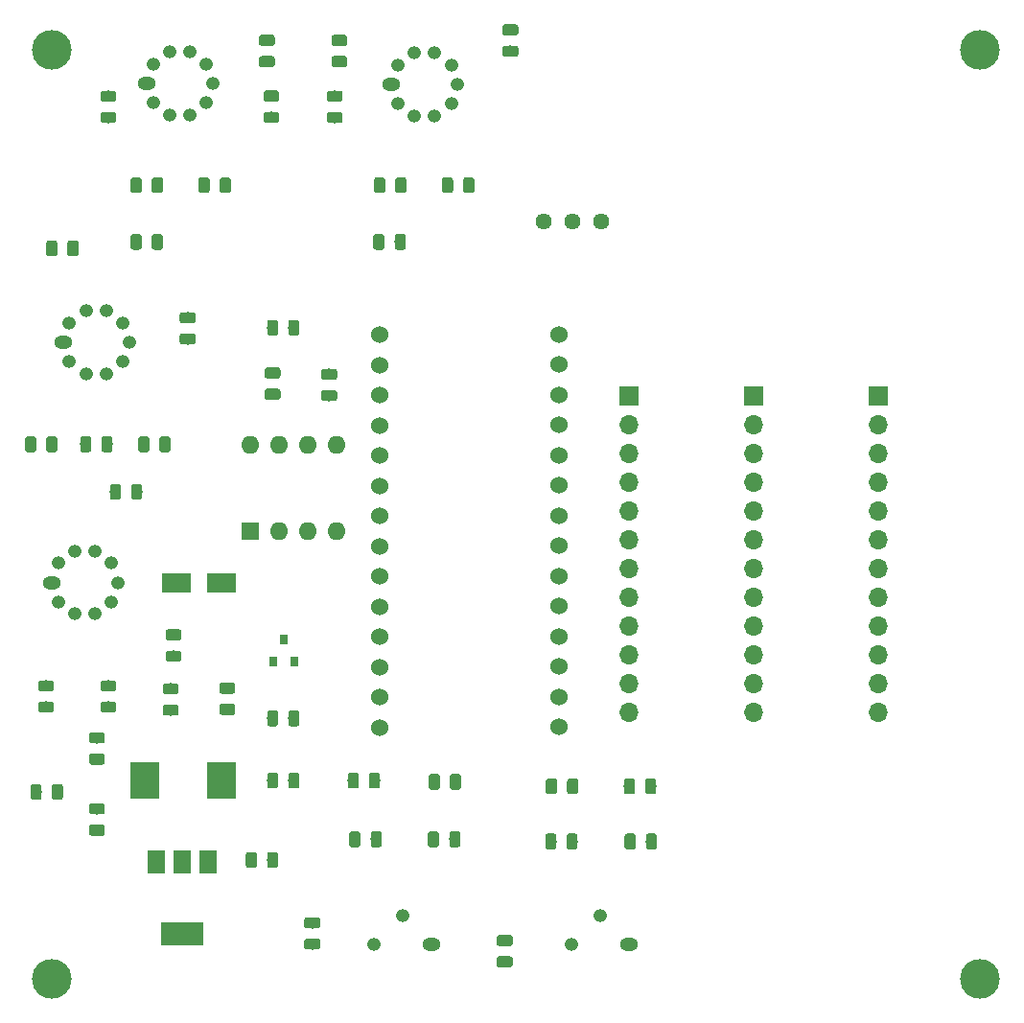
<source format=gbr>
G04 #@! TF.GenerationSoftware,KiCad,Pcbnew,(5.1.4)-1*
G04 #@! TF.CreationDate,2020-03-03T19:21:21-05:00*
G04 #@! TF.ProjectId,Main_Board,4d61696e-5f42-46f6-9172-642e6b696361,rev?*
G04 #@! TF.SameCoordinates,Original*
G04 #@! TF.FileFunction,Soldermask,Top*
G04 #@! TF.FilePolarity,Negative*
%FSLAX46Y46*%
G04 Gerber Fmt 4.6, Leading zero omitted, Abs format (unit mm)*
G04 Created by KiCad (PCBNEW (5.1.4)-1) date 2020-03-03 19:21:21*
%MOMM*%
%LPD*%
G04 APERTURE LIST*
%ADD10O,1.700000X1.700000*%
%ADD11R,1.700000X1.700000*%
%ADD12C,1.440000*%
%ADD13O,1.200000X1.200000*%
%ADD14O,1.600000X1.200000*%
%ADD15C,1.524000*%
%ADD16O,1.600000X1.600000*%
%ADD17R,1.600000X1.600000*%
%ADD18C,0.100000*%
%ADD19C,0.975000*%
%ADD20C,3.500000*%
%ADD21R,2.500000X3.300000*%
%ADD22R,2.500000X1.800000*%
%ADD23R,1.500000X2.000000*%
%ADD24R,3.800000X2.000000*%
%ADD25R,0.800000X0.900000*%
G04 APERTURE END LIST*
D10*
X89000000Y-143440000D03*
X89000000Y-140900000D03*
X89000000Y-138360000D03*
X89000000Y-135820000D03*
X89000000Y-133280000D03*
X89000000Y-130740000D03*
X89000000Y-128200000D03*
X89000000Y-125660000D03*
X89000000Y-123120000D03*
X89000000Y-120580000D03*
X89000000Y-118040000D03*
D11*
X89000000Y-115500000D03*
D12*
X59434500Y-100113500D03*
X61974500Y-100113500D03*
X64514500Y-100113500D03*
D13*
X17557670Y-109083667D03*
X19017670Y-108022915D03*
X20822330Y-108022915D03*
X22282330Y-109083667D03*
X22840000Y-110800000D03*
X22282330Y-112516333D03*
X20822330Y-113577085D03*
X19017670Y-113577085D03*
X17557670Y-112516333D03*
D14*
X17000000Y-110800000D03*
D15*
X60760000Y-144781000D03*
X60760000Y-142114000D03*
X60760000Y-139447000D03*
X60760000Y-136780000D03*
X60760000Y-134113000D03*
X60760000Y-131446000D03*
X60760000Y-128779000D03*
X60760000Y-126112000D03*
X60760000Y-123445000D03*
X60760000Y-120778000D03*
X60760000Y-118111000D03*
X60760000Y-115444000D03*
X60760000Y-112777000D03*
X60760000Y-110110000D03*
X44960000Y-144784000D03*
X44960000Y-142117000D03*
X44960000Y-139450000D03*
X44960000Y-136783000D03*
X44960000Y-134116000D03*
X44960000Y-131449000D03*
X44960000Y-128782000D03*
X44960000Y-126115000D03*
X44960000Y-123448000D03*
X44960000Y-120781000D03*
X44960000Y-118114000D03*
X44960000Y-115447000D03*
X44960000Y-112780000D03*
X44960000Y-110110000D03*
D16*
X33500000Y-119880000D03*
X41120000Y-127500000D03*
X36040000Y-119880000D03*
X38580000Y-127500000D03*
X38580000Y-119880000D03*
X36040000Y-127500000D03*
X41120000Y-119880000D03*
D17*
X33500000Y-127500000D03*
D18*
G36*
X35980142Y-113013674D02*
G01*
X36003803Y-113017184D01*
X36027007Y-113022996D01*
X36049529Y-113031054D01*
X36071153Y-113041282D01*
X36091670Y-113053579D01*
X36110883Y-113067829D01*
X36128607Y-113083893D01*
X36144671Y-113101617D01*
X36158921Y-113120830D01*
X36171218Y-113141347D01*
X36181446Y-113162971D01*
X36189504Y-113185493D01*
X36195316Y-113208697D01*
X36198826Y-113232358D01*
X36200000Y-113256250D01*
X36200000Y-113743750D01*
X36198826Y-113767642D01*
X36195316Y-113791303D01*
X36189504Y-113814507D01*
X36181446Y-113837029D01*
X36171218Y-113858653D01*
X36158921Y-113879170D01*
X36144671Y-113898383D01*
X36128607Y-113916107D01*
X36110883Y-113932171D01*
X36091670Y-113946421D01*
X36071153Y-113958718D01*
X36049529Y-113968946D01*
X36027007Y-113977004D01*
X36003803Y-113982816D01*
X35980142Y-113986326D01*
X35956250Y-113987500D01*
X35043750Y-113987500D01*
X35019858Y-113986326D01*
X34996197Y-113982816D01*
X34972993Y-113977004D01*
X34950471Y-113968946D01*
X34928847Y-113958718D01*
X34908330Y-113946421D01*
X34889117Y-113932171D01*
X34871393Y-113916107D01*
X34855329Y-113898383D01*
X34841079Y-113879170D01*
X34828782Y-113858653D01*
X34818554Y-113837029D01*
X34810496Y-113814507D01*
X34804684Y-113791303D01*
X34801174Y-113767642D01*
X34800000Y-113743750D01*
X34800000Y-113256250D01*
X34801174Y-113232358D01*
X34804684Y-113208697D01*
X34810496Y-113185493D01*
X34818554Y-113162971D01*
X34828782Y-113141347D01*
X34841079Y-113120830D01*
X34855329Y-113101617D01*
X34871393Y-113083893D01*
X34889117Y-113067829D01*
X34908330Y-113053579D01*
X34928847Y-113041282D01*
X34950471Y-113031054D01*
X34972993Y-113022996D01*
X34996197Y-113017184D01*
X35019858Y-113013674D01*
X35043750Y-113012500D01*
X35956250Y-113012500D01*
X35980142Y-113013674D01*
X35980142Y-113013674D01*
G37*
D19*
X35500000Y-113500000D03*
D18*
G36*
X35980142Y-114888674D02*
G01*
X36003803Y-114892184D01*
X36027007Y-114897996D01*
X36049529Y-114906054D01*
X36071153Y-114916282D01*
X36091670Y-114928579D01*
X36110883Y-114942829D01*
X36128607Y-114958893D01*
X36144671Y-114976617D01*
X36158921Y-114995830D01*
X36171218Y-115016347D01*
X36181446Y-115037971D01*
X36189504Y-115060493D01*
X36195316Y-115083697D01*
X36198826Y-115107358D01*
X36200000Y-115131250D01*
X36200000Y-115618750D01*
X36198826Y-115642642D01*
X36195316Y-115666303D01*
X36189504Y-115689507D01*
X36181446Y-115712029D01*
X36171218Y-115733653D01*
X36158921Y-115754170D01*
X36144671Y-115773383D01*
X36128607Y-115791107D01*
X36110883Y-115807171D01*
X36091670Y-115821421D01*
X36071153Y-115833718D01*
X36049529Y-115843946D01*
X36027007Y-115852004D01*
X36003803Y-115857816D01*
X35980142Y-115861326D01*
X35956250Y-115862500D01*
X35043750Y-115862500D01*
X35019858Y-115861326D01*
X34996197Y-115857816D01*
X34972993Y-115852004D01*
X34950471Y-115843946D01*
X34928847Y-115833718D01*
X34908330Y-115821421D01*
X34889117Y-115807171D01*
X34871393Y-115791107D01*
X34855329Y-115773383D01*
X34841079Y-115754170D01*
X34828782Y-115733653D01*
X34818554Y-115712029D01*
X34810496Y-115689507D01*
X34804684Y-115666303D01*
X34801174Y-115642642D01*
X34800000Y-115618750D01*
X34800000Y-115131250D01*
X34801174Y-115107358D01*
X34804684Y-115083697D01*
X34810496Y-115060493D01*
X34818554Y-115037971D01*
X34828782Y-115016347D01*
X34841079Y-114995830D01*
X34855329Y-114976617D01*
X34871393Y-114958893D01*
X34889117Y-114942829D01*
X34908330Y-114928579D01*
X34928847Y-114916282D01*
X34950471Y-114906054D01*
X34972993Y-114897996D01*
X34996197Y-114892184D01*
X35019858Y-114888674D01*
X35043750Y-114887500D01*
X35956250Y-114887500D01*
X35980142Y-114888674D01*
X35980142Y-114888674D01*
G37*
D19*
X35500000Y-115375000D03*
D18*
G36*
X35767642Y-108801174D02*
G01*
X35791303Y-108804684D01*
X35814507Y-108810496D01*
X35837029Y-108818554D01*
X35858653Y-108828782D01*
X35879170Y-108841079D01*
X35898383Y-108855329D01*
X35916107Y-108871393D01*
X35932171Y-108889117D01*
X35946421Y-108908330D01*
X35958718Y-108928847D01*
X35968946Y-108950471D01*
X35977004Y-108972993D01*
X35982816Y-108996197D01*
X35986326Y-109019858D01*
X35987500Y-109043750D01*
X35987500Y-109956250D01*
X35986326Y-109980142D01*
X35982816Y-110003803D01*
X35977004Y-110027007D01*
X35968946Y-110049529D01*
X35958718Y-110071153D01*
X35946421Y-110091670D01*
X35932171Y-110110883D01*
X35916107Y-110128607D01*
X35898383Y-110144671D01*
X35879170Y-110158921D01*
X35858653Y-110171218D01*
X35837029Y-110181446D01*
X35814507Y-110189504D01*
X35791303Y-110195316D01*
X35767642Y-110198826D01*
X35743750Y-110200000D01*
X35256250Y-110200000D01*
X35232358Y-110198826D01*
X35208697Y-110195316D01*
X35185493Y-110189504D01*
X35162971Y-110181446D01*
X35141347Y-110171218D01*
X35120830Y-110158921D01*
X35101617Y-110144671D01*
X35083893Y-110128607D01*
X35067829Y-110110883D01*
X35053579Y-110091670D01*
X35041282Y-110071153D01*
X35031054Y-110049529D01*
X35022996Y-110027007D01*
X35017184Y-110003803D01*
X35013674Y-109980142D01*
X35012500Y-109956250D01*
X35012500Y-109043750D01*
X35013674Y-109019858D01*
X35017184Y-108996197D01*
X35022996Y-108972993D01*
X35031054Y-108950471D01*
X35041282Y-108928847D01*
X35053579Y-108908330D01*
X35067829Y-108889117D01*
X35083893Y-108871393D01*
X35101617Y-108855329D01*
X35120830Y-108841079D01*
X35141347Y-108828782D01*
X35162971Y-108818554D01*
X35185493Y-108810496D01*
X35208697Y-108804684D01*
X35232358Y-108801174D01*
X35256250Y-108800000D01*
X35743750Y-108800000D01*
X35767642Y-108801174D01*
X35767642Y-108801174D01*
G37*
D19*
X35500000Y-109500000D03*
D18*
G36*
X37642642Y-108801174D02*
G01*
X37666303Y-108804684D01*
X37689507Y-108810496D01*
X37712029Y-108818554D01*
X37733653Y-108828782D01*
X37754170Y-108841079D01*
X37773383Y-108855329D01*
X37791107Y-108871393D01*
X37807171Y-108889117D01*
X37821421Y-108908330D01*
X37833718Y-108928847D01*
X37843946Y-108950471D01*
X37852004Y-108972993D01*
X37857816Y-108996197D01*
X37861326Y-109019858D01*
X37862500Y-109043750D01*
X37862500Y-109956250D01*
X37861326Y-109980142D01*
X37857816Y-110003803D01*
X37852004Y-110027007D01*
X37843946Y-110049529D01*
X37833718Y-110071153D01*
X37821421Y-110091670D01*
X37807171Y-110110883D01*
X37791107Y-110128607D01*
X37773383Y-110144671D01*
X37754170Y-110158921D01*
X37733653Y-110171218D01*
X37712029Y-110181446D01*
X37689507Y-110189504D01*
X37666303Y-110195316D01*
X37642642Y-110198826D01*
X37618750Y-110200000D01*
X37131250Y-110200000D01*
X37107358Y-110198826D01*
X37083697Y-110195316D01*
X37060493Y-110189504D01*
X37037971Y-110181446D01*
X37016347Y-110171218D01*
X36995830Y-110158921D01*
X36976617Y-110144671D01*
X36958893Y-110128607D01*
X36942829Y-110110883D01*
X36928579Y-110091670D01*
X36916282Y-110071153D01*
X36906054Y-110049529D01*
X36897996Y-110027007D01*
X36892184Y-110003803D01*
X36888674Y-109980142D01*
X36887500Y-109956250D01*
X36887500Y-109043750D01*
X36888674Y-109019858D01*
X36892184Y-108996197D01*
X36897996Y-108972993D01*
X36906054Y-108950471D01*
X36916282Y-108928847D01*
X36928579Y-108908330D01*
X36942829Y-108889117D01*
X36958893Y-108871393D01*
X36976617Y-108855329D01*
X36995830Y-108841079D01*
X37016347Y-108828782D01*
X37037971Y-108818554D01*
X37060493Y-108810496D01*
X37083697Y-108804684D01*
X37107358Y-108801174D01*
X37131250Y-108800000D01*
X37618750Y-108800000D01*
X37642642Y-108801174D01*
X37642642Y-108801174D01*
G37*
D19*
X37375000Y-109500000D03*
D18*
G36*
X40980142Y-115013674D02*
G01*
X41003803Y-115017184D01*
X41027007Y-115022996D01*
X41049529Y-115031054D01*
X41071153Y-115041282D01*
X41091670Y-115053579D01*
X41110883Y-115067829D01*
X41128607Y-115083893D01*
X41144671Y-115101617D01*
X41158921Y-115120830D01*
X41171218Y-115141347D01*
X41181446Y-115162971D01*
X41189504Y-115185493D01*
X41195316Y-115208697D01*
X41198826Y-115232358D01*
X41200000Y-115256250D01*
X41200000Y-115743750D01*
X41198826Y-115767642D01*
X41195316Y-115791303D01*
X41189504Y-115814507D01*
X41181446Y-115837029D01*
X41171218Y-115858653D01*
X41158921Y-115879170D01*
X41144671Y-115898383D01*
X41128607Y-115916107D01*
X41110883Y-115932171D01*
X41091670Y-115946421D01*
X41071153Y-115958718D01*
X41049529Y-115968946D01*
X41027007Y-115977004D01*
X41003803Y-115982816D01*
X40980142Y-115986326D01*
X40956250Y-115987500D01*
X40043750Y-115987500D01*
X40019858Y-115986326D01*
X39996197Y-115982816D01*
X39972993Y-115977004D01*
X39950471Y-115968946D01*
X39928847Y-115958718D01*
X39908330Y-115946421D01*
X39889117Y-115932171D01*
X39871393Y-115916107D01*
X39855329Y-115898383D01*
X39841079Y-115879170D01*
X39828782Y-115858653D01*
X39818554Y-115837029D01*
X39810496Y-115814507D01*
X39804684Y-115791303D01*
X39801174Y-115767642D01*
X39800000Y-115743750D01*
X39800000Y-115256250D01*
X39801174Y-115232358D01*
X39804684Y-115208697D01*
X39810496Y-115185493D01*
X39818554Y-115162971D01*
X39828782Y-115141347D01*
X39841079Y-115120830D01*
X39855329Y-115101617D01*
X39871393Y-115083893D01*
X39889117Y-115067829D01*
X39908330Y-115053579D01*
X39928847Y-115041282D01*
X39950471Y-115031054D01*
X39972993Y-115022996D01*
X39996197Y-115017184D01*
X40019858Y-115013674D01*
X40043750Y-115012500D01*
X40956250Y-115012500D01*
X40980142Y-115013674D01*
X40980142Y-115013674D01*
G37*
D19*
X40500000Y-115500000D03*
D18*
G36*
X40980142Y-113138674D02*
G01*
X41003803Y-113142184D01*
X41027007Y-113147996D01*
X41049529Y-113156054D01*
X41071153Y-113166282D01*
X41091670Y-113178579D01*
X41110883Y-113192829D01*
X41128607Y-113208893D01*
X41144671Y-113226617D01*
X41158921Y-113245830D01*
X41171218Y-113266347D01*
X41181446Y-113287971D01*
X41189504Y-113310493D01*
X41195316Y-113333697D01*
X41198826Y-113357358D01*
X41200000Y-113381250D01*
X41200000Y-113868750D01*
X41198826Y-113892642D01*
X41195316Y-113916303D01*
X41189504Y-113939507D01*
X41181446Y-113962029D01*
X41171218Y-113983653D01*
X41158921Y-114004170D01*
X41144671Y-114023383D01*
X41128607Y-114041107D01*
X41110883Y-114057171D01*
X41091670Y-114071421D01*
X41071153Y-114083718D01*
X41049529Y-114093946D01*
X41027007Y-114102004D01*
X41003803Y-114107816D01*
X40980142Y-114111326D01*
X40956250Y-114112500D01*
X40043750Y-114112500D01*
X40019858Y-114111326D01*
X39996197Y-114107816D01*
X39972993Y-114102004D01*
X39950471Y-114093946D01*
X39928847Y-114083718D01*
X39908330Y-114071421D01*
X39889117Y-114057171D01*
X39871393Y-114041107D01*
X39855329Y-114023383D01*
X39841079Y-114004170D01*
X39828782Y-113983653D01*
X39818554Y-113962029D01*
X39810496Y-113939507D01*
X39804684Y-113916303D01*
X39801174Y-113892642D01*
X39800000Y-113868750D01*
X39800000Y-113381250D01*
X39801174Y-113357358D01*
X39804684Y-113333697D01*
X39810496Y-113310493D01*
X39818554Y-113287971D01*
X39828782Y-113266347D01*
X39841079Y-113245830D01*
X39855329Y-113226617D01*
X39871393Y-113208893D01*
X39889117Y-113192829D01*
X39908330Y-113178579D01*
X39928847Y-113166282D01*
X39950471Y-113156054D01*
X39972993Y-113147996D01*
X39996197Y-113142184D01*
X40019858Y-113138674D01*
X40043750Y-113137500D01*
X40956250Y-113137500D01*
X40980142Y-113138674D01*
X40980142Y-113138674D01*
G37*
D19*
X40500000Y-113625000D03*
D18*
G36*
X23767642Y-123301174D02*
G01*
X23791303Y-123304684D01*
X23814507Y-123310496D01*
X23837029Y-123318554D01*
X23858653Y-123328782D01*
X23879170Y-123341079D01*
X23898383Y-123355329D01*
X23916107Y-123371393D01*
X23932171Y-123389117D01*
X23946421Y-123408330D01*
X23958718Y-123428847D01*
X23968946Y-123450471D01*
X23977004Y-123472993D01*
X23982816Y-123496197D01*
X23986326Y-123519858D01*
X23987500Y-123543750D01*
X23987500Y-124456250D01*
X23986326Y-124480142D01*
X23982816Y-124503803D01*
X23977004Y-124527007D01*
X23968946Y-124549529D01*
X23958718Y-124571153D01*
X23946421Y-124591670D01*
X23932171Y-124610883D01*
X23916107Y-124628607D01*
X23898383Y-124644671D01*
X23879170Y-124658921D01*
X23858653Y-124671218D01*
X23837029Y-124681446D01*
X23814507Y-124689504D01*
X23791303Y-124695316D01*
X23767642Y-124698826D01*
X23743750Y-124700000D01*
X23256250Y-124700000D01*
X23232358Y-124698826D01*
X23208697Y-124695316D01*
X23185493Y-124689504D01*
X23162971Y-124681446D01*
X23141347Y-124671218D01*
X23120830Y-124658921D01*
X23101617Y-124644671D01*
X23083893Y-124628607D01*
X23067829Y-124610883D01*
X23053579Y-124591670D01*
X23041282Y-124571153D01*
X23031054Y-124549529D01*
X23022996Y-124527007D01*
X23017184Y-124503803D01*
X23013674Y-124480142D01*
X23012500Y-124456250D01*
X23012500Y-123543750D01*
X23013674Y-123519858D01*
X23017184Y-123496197D01*
X23022996Y-123472993D01*
X23031054Y-123450471D01*
X23041282Y-123428847D01*
X23053579Y-123408330D01*
X23067829Y-123389117D01*
X23083893Y-123371393D01*
X23101617Y-123355329D01*
X23120830Y-123341079D01*
X23141347Y-123328782D01*
X23162971Y-123318554D01*
X23185493Y-123310496D01*
X23208697Y-123304684D01*
X23232358Y-123301174D01*
X23256250Y-123300000D01*
X23743750Y-123300000D01*
X23767642Y-123301174D01*
X23767642Y-123301174D01*
G37*
D19*
X23500000Y-124000000D03*
D18*
G36*
X21892642Y-123301174D02*
G01*
X21916303Y-123304684D01*
X21939507Y-123310496D01*
X21962029Y-123318554D01*
X21983653Y-123328782D01*
X22004170Y-123341079D01*
X22023383Y-123355329D01*
X22041107Y-123371393D01*
X22057171Y-123389117D01*
X22071421Y-123408330D01*
X22083718Y-123428847D01*
X22093946Y-123450471D01*
X22102004Y-123472993D01*
X22107816Y-123496197D01*
X22111326Y-123519858D01*
X22112500Y-123543750D01*
X22112500Y-124456250D01*
X22111326Y-124480142D01*
X22107816Y-124503803D01*
X22102004Y-124527007D01*
X22093946Y-124549529D01*
X22083718Y-124571153D01*
X22071421Y-124591670D01*
X22057171Y-124610883D01*
X22041107Y-124628607D01*
X22023383Y-124644671D01*
X22004170Y-124658921D01*
X21983653Y-124671218D01*
X21962029Y-124681446D01*
X21939507Y-124689504D01*
X21916303Y-124695316D01*
X21892642Y-124698826D01*
X21868750Y-124700000D01*
X21381250Y-124700000D01*
X21357358Y-124698826D01*
X21333697Y-124695316D01*
X21310493Y-124689504D01*
X21287971Y-124681446D01*
X21266347Y-124671218D01*
X21245830Y-124658921D01*
X21226617Y-124644671D01*
X21208893Y-124628607D01*
X21192829Y-124610883D01*
X21178579Y-124591670D01*
X21166282Y-124571153D01*
X21156054Y-124549529D01*
X21147996Y-124527007D01*
X21142184Y-124503803D01*
X21138674Y-124480142D01*
X21137500Y-124456250D01*
X21137500Y-123543750D01*
X21138674Y-123519858D01*
X21142184Y-123496197D01*
X21147996Y-123472993D01*
X21156054Y-123450471D01*
X21166282Y-123428847D01*
X21178579Y-123408330D01*
X21192829Y-123389117D01*
X21208893Y-123371393D01*
X21226617Y-123355329D01*
X21245830Y-123341079D01*
X21266347Y-123328782D01*
X21287971Y-123318554D01*
X21310493Y-123310496D01*
X21333697Y-123304684D01*
X21357358Y-123301174D01*
X21381250Y-123300000D01*
X21868750Y-123300000D01*
X21892642Y-123301174D01*
X21892642Y-123301174D01*
G37*
D19*
X21625000Y-124000000D03*
D20*
X16000000Y-167000000D03*
X98000000Y-85000000D03*
X16000000Y-85000000D03*
X98000000Y-167000000D03*
D10*
X78000000Y-143440000D03*
X78000000Y-140900000D03*
X78000000Y-138360000D03*
X78000000Y-135820000D03*
X78000000Y-133280000D03*
X78000000Y-130740000D03*
X78000000Y-128200000D03*
X78000000Y-125660000D03*
X78000000Y-123120000D03*
X78000000Y-120580000D03*
X78000000Y-118040000D03*
D11*
X78000000Y-115500000D03*
D10*
X67000000Y-143440000D03*
X67000000Y-140900000D03*
X67000000Y-138360000D03*
X67000000Y-135820000D03*
X67000000Y-133280000D03*
X67000000Y-130740000D03*
X67000000Y-128200000D03*
X67000000Y-125660000D03*
X67000000Y-123120000D03*
X67000000Y-120580000D03*
X67000000Y-118040000D03*
D11*
X67000000Y-115500000D03*
D21*
X31000000Y-149500000D03*
X24200000Y-149500000D03*
D22*
X31000000Y-132000000D03*
X27000000Y-132000000D03*
D18*
G36*
X14392642Y-119101174D02*
G01*
X14416303Y-119104684D01*
X14439507Y-119110496D01*
X14462029Y-119118554D01*
X14483653Y-119128782D01*
X14504170Y-119141079D01*
X14523383Y-119155329D01*
X14541107Y-119171393D01*
X14557171Y-119189117D01*
X14571421Y-119208330D01*
X14583718Y-119228847D01*
X14593946Y-119250471D01*
X14602004Y-119272993D01*
X14607816Y-119296197D01*
X14611326Y-119319858D01*
X14612500Y-119343750D01*
X14612500Y-120256250D01*
X14611326Y-120280142D01*
X14607816Y-120303803D01*
X14602004Y-120327007D01*
X14593946Y-120349529D01*
X14583718Y-120371153D01*
X14571421Y-120391670D01*
X14557171Y-120410883D01*
X14541107Y-120428607D01*
X14523383Y-120444671D01*
X14504170Y-120458921D01*
X14483653Y-120471218D01*
X14462029Y-120481446D01*
X14439507Y-120489504D01*
X14416303Y-120495316D01*
X14392642Y-120498826D01*
X14368750Y-120500000D01*
X13881250Y-120500000D01*
X13857358Y-120498826D01*
X13833697Y-120495316D01*
X13810493Y-120489504D01*
X13787971Y-120481446D01*
X13766347Y-120471218D01*
X13745830Y-120458921D01*
X13726617Y-120444671D01*
X13708893Y-120428607D01*
X13692829Y-120410883D01*
X13678579Y-120391670D01*
X13666282Y-120371153D01*
X13656054Y-120349529D01*
X13647996Y-120327007D01*
X13642184Y-120303803D01*
X13638674Y-120280142D01*
X13637500Y-120256250D01*
X13637500Y-119343750D01*
X13638674Y-119319858D01*
X13642184Y-119296197D01*
X13647996Y-119272993D01*
X13656054Y-119250471D01*
X13666282Y-119228847D01*
X13678579Y-119208330D01*
X13692829Y-119189117D01*
X13708893Y-119171393D01*
X13726617Y-119155329D01*
X13745830Y-119141079D01*
X13766347Y-119128782D01*
X13787971Y-119118554D01*
X13810493Y-119110496D01*
X13833697Y-119104684D01*
X13857358Y-119101174D01*
X13881250Y-119100000D01*
X14368750Y-119100000D01*
X14392642Y-119101174D01*
X14392642Y-119101174D01*
G37*
D19*
X14125000Y-119800000D03*
D18*
G36*
X16267642Y-119101174D02*
G01*
X16291303Y-119104684D01*
X16314507Y-119110496D01*
X16337029Y-119118554D01*
X16358653Y-119128782D01*
X16379170Y-119141079D01*
X16398383Y-119155329D01*
X16416107Y-119171393D01*
X16432171Y-119189117D01*
X16446421Y-119208330D01*
X16458718Y-119228847D01*
X16468946Y-119250471D01*
X16477004Y-119272993D01*
X16482816Y-119296197D01*
X16486326Y-119319858D01*
X16487500Y-119343750D01*
X16487500Y-120256250D01*
X16486326Y-120280142D01*
X16482816Y-120303803D01*
X16477004Y-120327007D01*
X16468946Y-120349529D01*
X16458718Y-120371153D01*
X16446421Y-120391670D01*
X16432171Y-120410883D01*
X16416107Y-120428607D01*
X16398383Y-120444671D01*
X16379170Y-120458921D01*
X16358653Y-120471218D01*
X16337029Y-120481446D01*
X16314507Y-120489504D01*
X16291303Y-120495316D01*
X16267642Y-120498826D01*
X16243750Y-120500000D01*
X15756250Y-120500000D01*
X15732358Y-120498826D01*
X15708697Y-120495316D01*
X15685493Y-120489504D01*
X15662971Y-120481446D01*
X15641347Y-120471218D01*
X15620830Y-120458921D01*
X15601617Y-120444671D01*
X15583893Y-120428607D01*
X15567829Y-120410883D01*
X15553579Y-120391670D01*
X15541282Y-120371153D01*
X15531054Y-120349529D01*
X15522996Y-120327007D01*
X15517184Y-120303803D01*
X15513674Y-120280142D01*
X15512500Y-120256250D01*
X15512500Y-119343750D01*
X15513674Y-119319858D01*
X15517184Y-119296197D01*
X15522996Y-119272993D01*
X15531054Y-119250471D01*
X15541282Y-119228847D01*
X15553579Y-119208330D01*
X15567829Y-119189117D01*
X15583893Y-119171393D01*
X15601617Y-119155329D01*
X15620830Y-119141079D01*
X15641347Y-119128782D01*
X15662971Y-119118554D01*
X15685493Y-119110496D01*
X15708697Y-119104684D01*
X15732358Y-119101174D01*
X15756250Y-119100000D01*
X16243750Y-119100000D01*
X16267642Y-119101174D01*
X16267642Y-119101174D01*
G37*
D19*
X16000000Y-119800000D03*
D18*
G36*
X19267642Y-119101174D02*
G01*
X19291303Y-119104684D01*
X19314507Y-119110496D01*
X19337029Y-119118554D01*
X19358653Y-119128782D01*
X19379170Y-119141079D01*
X19398383Y-119155329D01*
X19416107Y-119171393D01*
X19432171Y-119189117D01*
X19446421Y-119208330D01*
X19458718Y-119228847D01*
X19468946Y-119250471D01*
X19477004Y-119272993D01*
X19482816Y-119296197D01*
X19486326Y-119319858D01*
X19487500Y-119343750D01*
X19487500Y-120256250D01*
X19486326Y-120280142D01*
X19482816Y-120303803D01*
X19477004Y-120327007D01*
X19468946Y-120349529D01*
X19458718Y-120371153D01*
X19446421Y-120391670D01*
X19432171Y-120410883D01*
X19416107Y-120428607D01*
X19398383Y-120444671D01*
X19379170Y-120458921D01*
X19358653Y-120471218D01*
X19337029Y-120481446D01*
X19314507Y-120489504D01*
X19291303Y-120495316D01*
X19267642Y-120498826D01*
X19243750Y-120500000D01*
X18756250Y-120500000D01*
X18732358Y-120498826D01*
X18708697Y-120495316D01*
X18685493Y-120489504D01*
X18662971Y-120481446D01*
X18641347Y-120471218D01*
X18620830Y-120458921D01*
X18601617Y-120444671D01*
X18583893Y-120428607D01*
X18567829Y-120410883D01*
X18553579Y-120391670D01*
X18541282Y-120371153D01*
X18531054Y-120349529D01*
X18522996Y-120327007D01*
X18517184Y-120303803D01*
X18513674Y-120280142D01*
X18512500Y-120256250D01*
X18512500Y-119343750D01*
X18513674Y-119319858D01*
X18517184Y-119296197D01*
X18522996Y-119272993D01*
X18531054Y-119250471D01*
X18541282Y-119228847D01*
X18553579Y-119208330D01*
X18567829Y-119189117D01*
X18583893Y-119171393D01*
X18601617Y-119155329D01*
X18620830Y-119141079D01*
X18641347Y-119128782D01*
X18662971Y-119118554D01*
X18685493Y-119110496D01*
X18708697Y-119104684D01*
X18732358Y-119101174D01*
X18756250Y-119100000D01*
X19243750Y-119100000D01*
X19267642Y-119101174D01*
X19267642Y-119101174D01*
G37*
D19*
X19000000Y-119800000D03*
D18*
G36*
X21142642Y-119101174D02*
G01*
X21166303Y-119104684D01*
X21189507Y-119110496D01*
X21212029Y-119118554D01*
X21233653Y-119128782D01*
X21254170Y-119141079D01*
X21273383Y-119155329D01*
X21291107Y-119171393D01*
X21307171Y-119189117D01*
X21321421Y-119208330D01*
X21333718Y-119228847D01*
X21343946Y-119250471D01*
X21352004Y-119272993D01*
X21357816Y-119296197D01*
X21361326Y-119319858D01*
X21362500Y-119343750D01*
X21362500Y-120256250D01*
X21361326Y-120280142D01*
X21357816Y-120303803D01*
X21352004Y-120327007D01*
X21343946Y-120349529D01*
X21333718Y-120371153D01*
X21321421Y-120391670D01*
X21307171Y-120410883D01*
X21291107Y-120428607D01*
X21273383Y-120444671D01*
X21254170Y-120458921D01*
X21233653Y-120471218D01*
X21212029Y-120481446D01*
X21189507Y-120489504D01*
X21166303Y-120495316D01*
X21142642Y-120498826D01*
X21118750Y-120500000D01*
X20631250Y-120500000D01*
X20607358Y-120498826D01*
X20583697Y-120495316D01*
X20560493Y-120489504D01*
X20537971Y-120481446D01*
X20516347Y-120471218D01*
X20495830Y-120458921D01*
X20476617Y-120444671D01*
X20458893Y-120428607D01*
X20442829Y-120410883D01*
X20428579Y-120391670D01*
X20416282Y-120371153D01*
X20406054Y-120349529D01*
X20397996Y-120327007D01*
X20392184Y-120303803D01*
X20388674Y-120280142D01*
X20387500Y-120256250D01*
X20387500Y-119343750D01*
X20388674Y-119319858D01*
X20392184Y-119296197D01*
X20397996Y-119272993D01*
X20406054Y-119250471D01*
X20416282Y-119228847D01*
X20428579Y-119208330D01*
X20442829Y-119189117D01*
X20458893Y-119171393D01*
X20476617Y-119155329D01*
X20495830Y-119141079D01*
X20516347Y-119128782D01*
X20537971Y-119118554D01*
X20560493Y-119110496D01*
X20583697Y-119104684D01*
X20607358Y-119101174D01*
X20631250Y-119100000D01*
X21118750Y-119100000D01*
X21142642Y-119101174D01*
X21142642Y-119101174D01*
G37*
D19*
X20875000Y-119800000D03*
D18*
G36*
X49980942Y-153982574D02*
G01*
X50004603Y-153986084D01*
X50027807Y-153991896D01*
X50050329Y-153999954D01*
X50071953Y-154010182D01*
X50092470Y-154022479D01*
X50111683Y-154036729D01*
X50129407Y-154052793D01*
X50145471Y-154070517D01*
X50159721Y-154089730D01*
X50172018Y-154110247D01*
X50182246Y-154131871D01*
X50190304Y-154154393D01*
X50196116Y-154177597D01*
X50199626Y-154201258D01*
X50200800Y-154225150D01*
X50200800Y-155137650D01*
X50199626Y-155161542D01*
X50196116Y-155185203D01*
X50190304Y-155208407D01*
X50182246Y-155230929D01*
X50172018Y-155252553D01*
X50159721Y-155273070D01*
X50145471Y-155292283D01*
X50129407Y-155310007D01*
X50111683Y-155326071D01*
X50092470Y-155340321D01*
X50071953Y-155352618D01*
X50050329Y-155362846D01*
X50027807Y-155370904D01*
X50004603Y-155376716D01*
X49980942Y-155380226D01*
X49957050Y-155381400D01*
X49469550Y-155381400D01*
X49445658Y-155380226D01*
X49421997Y-155376716D01*
X49398793Y-155370904D01*
X49376271Y-155362846D01*
X49354647Y-155352618D01*
X49334130Y-155340321D01*
X49314917Y-155326071D01*
X49297193Y-155310007D01*
X49281129Y-155292283D01*
X49266879Y-155273070D01*
X49254582Y-155252553D01*
X49244354Y-155230929D01*
X49236296Y-155208407D01*
X49230484Y-155185203D01*
X49226974Y-155161542D01*
X49225800Y-155137650D01*
X49225800Y-154225150D01*
X49226974Y-154201258D01*
X49230484Y-154177597D01*
X49236296Y-154154393D01*
X49244354Y-154131871D01*
X49254582Y-154110247D01*
X49266879Y-154089730D01*
X49281129Y-154070517D01*
X49297193Y-154052793D01*
X49314917Y-154036729D01*
X49334130Y-154022479D01*
X49354647Y-154010182D01*
X49376271Y-153999954D01*
X49398793Y-153991896D01*
X49421997Y-153986084D01*
X49445658Y-153982574D01*
X49469550Y-153981400D01*
X49957050Y-153981400D01*
X49980942Y-153982574D01*
X49980942Y-153982574D01*
G37*
D19*
X49713300Y-154681400D03*
D18*
G36*
X51855942Y-153982574D02*
G01*
X51879603Y-153986084D01*
X51902807Y-153991896D01*
X51925329Y-153999954D01*
X51946953Y-154010182D01*
X51967470Y-154022479D01*
X51986683Y-154036729D01*
X52004407Y-154052793D01*
X52020471Y-154070517D01*
X52034721Y-154089730D01*
X52047018Y-154110247D01*
X52057246Y-154131871D01*
X52065304Y-154154393D01*
X52071116Y-154177597D01*
X52074626Y-154201258D01*
X52075800Y-154225150D01*
X52075800Y-155137650D01*
X52074626Y-155161542D01*
X52071116Y-155185203D01*
X52065304Y-155208407D01*
X52057246Y-155230929D01*
X52047018Y-155252553D01*
X52034721Y-155273070D01*
X52020471Y-155292283D01*
X52004407Y-155310007D01*
X51986683Y-155326071D01*
X51967470Y-155340321D01*
X51946953Y-155352618D01*
X51925329Y-155362846D01*
X51902807Y-155370904D01*
X51879603Y-155376716D01*
X51855942Y-155380226D01*
X51832050Y-155381400D01*
X51344550Y-155381400D01*
X51320658Y-155380226D01*
X51296997Y-155376716D01*
X51273793Y-155370904D01*
X51251271Y-155362846D01*
X51229647Y-155352618D01*
X51209130Y-155340321D01*
X51189917Y-155326071D01*
X51172193Y-155310007D01*
X51156129Y-155292283D01*
X51141879Y-155273070D01*
X51129582Y-155252553D01*
X51119354Y-155230929D01*
X51111296Y-155208407D01*
X51105484Y-155185203D01*
X51101974Y-155161542D01*
X51100800Y-155137650D01*
X51100800Y-154225150D01*
X51101974Y-154201258D01*
X51105484Y-154177597D01*
X51111296Y-154154393D01*
X51119354Y-154131871D01*
X51129582Y-154110247D01*
X51141879Y-154089730D01*
X51156129Y-154070517D01*
X51172193Y-154052793D01*
X51189917Y-154036729D01*
X51209130Y-154022479D01*
X51229647Y-154010182D01*
X51251271Y-153999954D01*
X51273793Y-153991896D01*
X51296997Y-153986084D01*
X51320658Y-153982574D01*
X51344550Y-153981400D01*
X51832050Y-153981400D01*
X51855942Y-153982574D01*
X51855942Y-153982574D01*
G37*
D19*
X51588300Y-154681400D03*
D18*
G36*
X44767642Y-148801174D02*
G01*
X44791303Y-148804684D01*
X44814507Y-148810496D01*
X44837029Y-148818554D01*
X44858653Y-148828782D01*
X44879170Y-148841079D01*
X44898383Y-148855329D01*
X44916107Y-148871393D01*
X44932171Y-148889117D01*
X44946421Y-148908330D01*
X44958718Y-148928847D01*
X44968946Y-148950471D01*
X44977004Y-148972993D01*
X44982816Y-148996197D01*
X44986326Y-149019858D01*
X44987500Y-149043750D01*
X44987500Y-149956250D01*
X44986326Y-149980142D01*
X44982816Y-150003803D01*
X44977004Y-150027007D01*
X44968946Y-150049529D01*
X44958718Y-150071153D01*
X44946421Y-150091670D01*
X44932171Y-150110883D01*
X44916107Y-150128607D01*
X44898383Y-150144671D01*
X44879170Y-150158921D01*
X44858653Y-150171218D01*
X44837029Y-150181446D01*
X44814507Y-150189504D01*
X44791303Y-150195316D01*
X44767642Y-150198826D01*
X44743750Y-150200000D01*
X44256250Y-150200000D01*
X44232358Y-150198826D01*
X44208697Y-150195316D01*
X44185493Y-150189504D01*
X44162971Y-150181446D01*
X44141347Y-150171218D01*
X44120830Y-150158921D01*
X44101617Y-150144671D01*
X44083893Y-150128607D01*
X44067829Y-150110883D01*
X44053579Y-150091670D01*
X44041282Y-150071153D01*
X44031054Y-150049529D01*
X44022996Y-150027007D01*
X44017184Y-150003803D01*
X44013674Y-149980142D01*
X44012500Y-149956250D01*
X44012500Y-149043750D01*
X44013674Y-149019858D01*
X44017184Y-148996197D01*
X44022996Y-148972993D01*
X44031054Y-148950471D01*
X44041282Y-148928847D01*
X44053579Y-148908330D01*
X44067829Y-148889117D01*
X44083893Y-148871393D01*
X44101617Y-148855329D01*
X44120830Y-148841079D01*
X44141347Y-148828782D01*
X44162971Y-148818554D01*
X44185493Y-148810496D01*
X44208697Y-148804684D01*
X44232358Y-148801174D01*
X44256250Y-148800000D01*
X44743750Y-148800000D01*
X44767642Y-148801174D01*
X44767642Y-148801174D01*
G37*
D19*
X44500000Y-149500000D03*
D18*
G36*
X42892642Y-148801174D02*
G01*
X42916303Y-148804684D01*
X42939507Y-148810496D01*
X42962029Y-148818554D01*
X42983653Y-148828782D01*
X43004170Y-148841079D01*
X43023383Y-148855329D01*
X43041107Y-148871393D01*
X43057171Y-148889117D01*
X43071421Y-148908330D01*
X43083718Y-148928847D01*
X43093946Y-148950471D01*
X43102004Y-148972993D01*
X43107816Y-148996197D01*
X43111326Y-149019858D01*
X43112500Y-149043750D01*
X43112500Y-149956250D01*
X43111326Y-149980142D01*
X43107816Y-150003803D01*
X43102004Y-150027007D01*
X43093946Y-150049529D01*
X43083718Y-150071153D01*
X43071421Y-150091670D01*
X43057171Y-150110883D01*
X43041107Y-150128607D01*
X43023383Y-150144671D01*
X43004170Y-150158921D01*
X42983653Y-150171218D01*
X42962029Y-150181446D01*
X42939507Y-150189504D01*
X42916303Y-150195316D01*
X42892642Y-150198826D01*
X42868750Y-150200000D01*
X42381250Y-150200000D01*
X42357358Y-150198826D01*
X42333697Y-150195316D01*
X42310493Y-150189504D01*
X42287971Y-150181446D01*
X42266347Y-150171218D01*
X42245830Y-150158921D01*
X42226617Y-150144671D01*
X42208893Y-150128607D01*
X42192829Y-150110883D01*
X42178579Y-150091670D01*
X42166282Y-150071153D01*
X42156054Y-150049529D01*
X42147996Y-150027007D01*
X42142184Y-150003803D01*
X42138674Y-149980142D01*
X42137500Y-149956250D01*
X42137500Y-149043750D01*
X42138674Y-149019858D01*
X42142184Y-148996197D01*
X42147996Y-148972993D01*
X42156054Y-148950471D01*
X42166282Y-148928847D01*
X42178579Y-148908330D01*
X42192829Y-148889117D01*
X42208893Y-148871393D01*
X42226617Y-148855329D01*
X42245830Y-148841079D01*
X42266347Y-148828782D01*
X42287971Y-148818554D01*
X42310493Y-148810496D01*
X42333697Y-148804684D01*
X42357358Y-148801174D01*
X42381250Y-148800000D01*
X42868750Y-148800000D01*
X42892642Y-148801174D01*
X42892642Y-148801174D01*
G37*
D19*
X42625000Y-149500000D03*
D18*
G36*
X24392642Y-119101174D02*
G01*
X24416303Y-119104684D01*
X24439507Y-119110496D01*
X24462029Y-119118554D01*
X24483653Y-119128782D01*
X24504170Y-119141079D01*
X24523383Y-119155329D01*
X24541107Y-119171393D01*
X24557171Y-119189117D01*
X24571421Y-119208330D01*
X24583718Y-119228847D01*
X24593946Y-119250471D01*
X24602004Y-119272993D01*
X24607816Y-119296197D01*
X24611326Y-119319858D01*
X24612500Y-119343750D01*
X24612500Y-120256250D01*
X24611326Y-120280142D01*
X24607816Y-120303803D01*
X24602004Y-120327007D01*
X24593946Y-120349529D01*
X24583718Y-120371153D01*
X24571421Y-120391670D01*
X24557171Y-120410883D01*
X24541107Y-120428607D01*
X24523383Y-120444671D01*
X24504170Y-120458921D01*
X24483653Y-120471218D01*
X24462029Y-120481446D01*
X24439507Y-120489504D01*
X24416303Y-120495316D01*
X24392642Y-120498826D01*
X24368750Y-120500000D01*
X23881250Y-120500000D01*
X23857358Y-120498826D01*
X23833697Y-120495316D01*
X23810493Y-120489504D01*
X23787971Y-120481446D01*
X23766347Y-120471218D01*
X23745830Y-120458921D01*
X23726617Y-120444671D01*
X23708893Y-120428607D01*
X23692829Y-120410883D01*
X23678579Y-120391670D01*
X23666282Y-120371153D01*
X23656054Y-120349529D01*
X23647996Y-120327007D01*
X23642184Y-120303803D01*
X23638674Y-120280142D01*
X23637500Y-120256250D01*
X23637500Y-119343750D01*
X23638674Y-119319858D01*
X23642184Y-119296197D01*
X23647996Y-119272993D01*
X23656054Y-119250471D01*
X23666282Y-119228847D01*
X23678579Y-119208330D01*
X23692829Y-119189117D01*
X23708893Y-119171393D01*
X23726617Y-119155329D01*
X23745830Y-119141079D01*
X23766347Y-119128782D01*
X23787971Y-119118554D01*
X23810493Y-119110496D01*
X23833697Y-119104684D01*
X23857358Y-119101174D01*
X23881250Y-119100000D01*
X24368750Y-119100000D01*
X24392642Y-119101174D01*
X24392642Y-119101174D01*
G37*
D19*
X24125000Y-119800000D03*
D18*
G36*
X26267642Y-119101174D02*
G01*
X26291303Y-119104684D01*
X26314507Y-119110496D01*
X26337029Y-119118554D01*
X26358653Y-119128782D01*
X26379170Y-119141079D01*
X26398383Y-119155329D01*
X26416107Y-119171393D01*
X26432171Y-119189117D01*
X26446421Y-119208330D01*
X26458718Y-119228847D01*
X26468946Y-119250471D01*
X26477004Y-119272993D01*
X26482816Y-119296197D01*
X26486326Y-119319858D01*
X26487500Y-119343750D01*
X26487500Y-120256250D01*
X26486326Y-120280142D01*
X26482816Y-120303803D01*
X26477004Y-120327007D01*
X26468946Y-120349529D01*
X26458718Y-120371153D01*
X26446421Y-120391670D01*
X26432171Y-120410883D01*
X26416107Y-120428607D01*
X26398383Y-120444671D01*
X26379170Y-120458921D01*
X26358653Y-120471218D01*
X26337029Y-120481446D01*
X26314507Y-120489504D01*
X26291303Y-120495316D01*
X26267642Y-120498826D01*
X26243750Y-120500000D01*
X25756250Y-120500000D01*
X25732358Y-120498826D01*
X25708697Y-120495316D01*
X25685493Y-120489504D01*
X25662971Y-120481446D01*
X25641347Y-120471218D01*
X25620830Y-120458921D01*
X25601617Y-120444671D01*
X25583893Y-120428607D01*
X25567829Y-120410883D01*
X25553579Y-120391670D01*
X25541282Y-120371153D01*
X25531054Y-120349529D01*
X25522996Y-120327007D01*
X25517184Y-120303803D01*
X25513674Y-120280142D01*
X25512500Y-120256250D01*
X25512500Y-119343750D01*
X25513674Y-119319858D01*
X25517184Y-119296197D01*
X25522996Y-119272993D01*
X25531054Y-119250471D01*
X25541282Y-119228847D01*
X25553579Y-119208330D01*
X25567829Y-119189117D01*
X25583893Y-119171393D01*
X25601617Y-119155329D01*
X25620830Y-119141079D01*
X25641347Y-119128782D01*
X25662971Y-119118554D01*
X25685493Y-119110496D01*
X25708697Y-119104684D01*
X25732358Y-119101174D01*
X25756250Y-119100000D01*
X26243750Y-119100000D01*
X26267642Y-119101174D01*
X26267642Y-119101174D01*
G37*
D19*
X26000000Y-119800000D03*
D18*
G36*
X67343442Y-154172574D02*
G01*
X67367103Y-154176084D01*
X67390307Y-154181896D01*
X67412829Y-154189954D01*
X67434453Y-154200182D01*
X67454970Y-154212479D01*
X67474183Y-154226729D01*
X67491907Y-154242793D01*
X67507971Y-154260517D01*
X67522221Y-154279730D01*
X67534518Y-154300247D01*
X67544746Y-154321871D01*
X67552804Y-154344393D01*
X67558616Y-154367597D01*
X67562126Y-154391258D01*
X67563300Y-154415150D01*
X67563300Y-155327650D01*
X67562126Y-155351542D01*
X67558616Y-155375203D01*
X67552804Y-155398407D01*
X67544746Y-155420929D01*
X67534518Y-155442553D01*
X67522221Y-155463070D01*
X67507971Y-155482283D01*
X67491907Y-155500007D01*
X67474183Y-155516071D01*
X67454970Y-155530321D01*
X67434453Y-155542618D01*
X67412829Y-155552846D01*
X67390307Y-155560904D01*
X67367103Y-155566716D01*
X67343442Y-155570226D01*
X67319550Y-155571400D01*
X66832050Y-155571400D01*
X66808158Y-155570226D01*
X66784497Y-155566716D01*
X66761293Y-155560904D01*
X66738771Y-155552846D01*
X66717147Y-155542618D01*
X66696630Y-155530321D01*
X66677417Y-155516071D01*
X66659693Y-155500007D01*
X66643629Y-155482283D01*
X66629379Y-155463070D01*
X66617082Y-155442553D01*
X66606854Y-155420929D01*
X66598796Y-155398407D01*
X66592984Y-155375203D01*
X66589474Y-155351542D01*
X66588300Y-155327650D01*
X66588300Y-154415150D01*
X66589474Y-154391258D01*
X66592984Y-154367597D01*
X66598796Y-154344393D01*
X66606854Y-154321871D01*
X66617082Y-154300247D01*
X66629379Y-154279730D01*
X66643629Y-154260517D01*
X66659693Y-154242793D01*
X66677417Y-154226729D01*
X66696630Y-154212479D01*
X66717147Y-154200182D01*
X66738771Y-154189954D01*
X66761293Y-154181896D01*
X66784497Y-154176084D01*
X66808158Y-154172574D01*
X66832050Y-154171400D01*
X67319550Y-154171400D01*
X67343442Y-154172574D01*
X67343442Y-154172574D01*
G37*
D19*
X67075800Y-154871400D03*
D18*
G36*
X69218442Y-154172574D02*
G01*
X69242103Y-154176084D01*
X69265307Y-154181896D01*
X69287829Y-154189954D01*
X69309453Y-154200182D01*
X69329970Y-154212479D01*
X69349183Y-154226729D01*
X69366907Y-154242793D01*
X69382971Y-154260517D01*
X69397221Y-154279730D01*
X69409518Y-154300247D01*
X69419746Y-154321871D01*
X69427804Y-154344393D01*
X69433616Y-154367597D01*
X69437126Y-154391258D01*
X69438300Y-154415150D01*
X69438300Y-155327650D01*
X69437126Y-155351542D01*
X69433616Y-155375203D01*
X69427804Y-155398407D01*
X69419746Y-155420929D01*
X69409518Y-155442553D01*
X69397221Y-155463070D01*
X69382971Y-155482283D01*
X69366907Y-155500007D01*
X69349183Y-155516071D01*
X69329970Y-155530321D01*
X69309453Y-155542618D01*
X69287829Y-155552846D01*
X69265307Y-155560904D01*
X69242103Y-155566716D01*
X69218442Y-155570226D01*
X69194550Y-155571400D01*
X68707050Y-155571400D01*
X68683158Y-155570226D01*
X68659497Y-155566716D01*
X68636293Y-155560904D01*
X68613771Y-155552846D01*
X68592147Y-155542618D01*
X68571630Y-155530321D01*
X68552417Y-155516071D01*
X68534693Y-155500007D01*
X68518629Y-155482283D01*
X68504379Y-155463070D01*
X68492082Y-155442553D01*
X68481854Y-155420929D01*
X68473796Y-155398407D01*
X68467984Y-155375203D01*
X68464474Y-155351542D01*
X68463300Y-155327650D01*
X68463300Y-154415150D01*
X68464474Y-154391258D01*
X68467984Y-154367597D01*
X68473796Y-154344393D01*
X68481854Y-154321871D01*
X68492082Y-154300247D01*
X68504379Y-154279730D01*
X68518629Y-154260517D01*
X68534693Y-154242793D01*
X68552417Y-154226729D01*
X68571630Y-154212479D01*
X68592147Y-154200182D01*
X68613771Y-154189954D01*
X68636293Y-154181896D01*
X68659497Y-154176084D01*
X68683158Y-154172574D01*
X68707050Y-154171400D01*
X69194550Y-154171400D01*
X69218442Y-154172574D01*
X69218442Y-154172574D01*
G37*
D19*
X68950800Y-154871400D03*
D18*
G36*
X62267642Y-149301174D02*
G01*
X62291303Y-149304684D01*
X62314507Y-149310496D01*
X62337029Y-149318554D01*
X62358653Y-149328782D01*
X62379170Y-149341079D01*
X62398383Y-149355329D01*
X62416107Y-149371393D01*
X62432171Y-149389117D01*
X62446421Y-149408330D01*
X62458718Y-149428847D01*
X62468946Y-149450471D01*
X62477004Y-149472993D01*
X62482816Y-149496197D01*
X62486326Y-149519858D01*
X62487500Y-149543750D01*
X62487500Y-150456250D01*
X62486326Y-150480142D01*
X62482816Y-150503803D01*
X62477004Y-150527007D01*
X62468946Y-150549529D01*
X62458718Y-150571153D01*
X62446421Y-150591670D01*
X62432171Y-150610883D01*
X62416107Y-150628607D01*
X62398383Y-150644671D01*
X62379170Y-150658921D01*
X62358653Y-150671218D01*
X62337029Y-150681446D01*
X62314507Y-150689504D01*
X62291303Y-150695316D01*
X62267642Y-150698826D01*
X62243750Y-150700000D01*
X61756250Y-150700000D01*
X61732358Y-150698826D01*
X61708697Y-150695316D01*
X61685493Y-150689504D01*
X61662971Y-150681446D01*
X61641347Y-150671218D01*
X61620830Y-150658921D01*
X61601617Y-150644671D01*
X61583893Y-150628607D01*
X61567829Y-150610883D01*
X61553579Y-150591670D01*
X61541282Y-150571153D01*
X61531054Y-150549529D01*
X61522996Y-150527007D01*
X61517184Y-150503803D01*
X61513674Y-150480142D01*
X61512500Y-150456250D01*
X61512500Y-149543750D01*
X61513674Y-149519858D01*
X61517184Y-149496197D01*
X61522996Y-149472993D01*
X61531054Y-149450471D01*
X61541282Y-149428847D01*
X61553579Y-149408330D01*
X61567829Y-149389117D01*
X61583893Y-149371393D01*
X61601617Y-149355329D01*
X61620830Y-149341079D01*
X61641347Y-149328782D01*
X61662971Y-149318554D01*
X61685493Y-149310496D01*
X61708697Y-149304684D01*
X61732358Y-149301174D01*
X61756250Y-149300000D01*
X62243750Y-149300000D01*
X62267642Y-149301174D01*
X62267642Y-149301174D01*
G37*
D19*
X62000000Y-150000000D03*
D18*
G36*
X60392642Y-149301174D02*
G01*
X60416303Y-149304684D01*
X60439507Y-149310496D01*
X60462029Y-149318554D01*
X60483653Y-149328782D01*
X60504170Y-149341079D01*
X60523383Y-149355329D01*
X60541107Y-149371393D01*
X60557171Y-149389117D01*
X60571421Y-149408330D01*
X60583718Y-149428847D01*
X60593946Y-149450471D01*
X60602004Y-149472993D01*
X60607816Y-149496197D01*
X60611326Y-149519858D01*
X60612500Y-149543750D01*
X60612500Y-150456250D01*
X60611326Y-150480142D01*
X60607816Y-150503803D01*
X60602004Y-150527007D01*
X60593946Y-150549529D01*
X60583718Y-150571153D01*
X60571421Y-150591670D01*
X60557171Y-150610883D01*
X60541107Y-150628607D01*
X60523383Y-150644671D01*
X60504170Y-150658921D01*
X60483653Y-150671218D01*
X60462029Y-150681446D01*
X60439507Y-150689504D01*
X60416303Y-150695316D01*
X60392642Y-150698826D01*
X60368750Y-150700000D01*
X59881250Y-150700000D01*
X59857358Y-150698826D01*
X59833697Y-150695316D01*
X59810493Y-150689504D01*
X59787971Y-150681446D01*
X59766347Y-150671218D01*
X59745830Y-150658921D01*
X59726617Y-150644671D01*
X59708893Y-150628607D01*
X59692829Y-150610883D01*
X59678579Y-150591670D01*
X59666282Y-150571153D01*
X59656054Y-150549529D01*
X59647996Y-150527007D01*
X59642184Y-150503803D01*
X59638674Y-150480142D01*
X59637500Y-150456250D01*
X59637500Y-149543750D01*
X59638674Y-149519858D01*
X59642184Y-149496197D01*
X59647996Y-149472993D01*
X59656054Y-149450471D01*
X59666282Y-149428847D01*
X59678579Y-149408330D01*
X59692829Y-149389117D01*
X59708893Y-149371393D01*
X59726617Y-149355329D01*
X59745830Y-149341079D01*
X59766347Y-149328782D01*
X59787971Y-149318554D01*
X59810493Y-149310496D01*
X59833697Y-149304684D01*
X59857358Y-149301174D01*
X59881250Y-149300000D01*
X60368750Y-149300000D01*
X60392642Y-149301174D01*
X60392642Y-149301174D01*
G37*
D19*
X60125000Y-150000000D03*
D18*
G36*
X41480142Y-88576174D02*
G01*
X41503803Y-88579684D01*
X41527007Y-88585496D01*
X41549529Y-88593554D01*
X41571153Y-88603782D01*
X41591670Y-88616079D01*
X41610883Y-88630329D01*
X41628607Y-88646393D01*
X41644671Y-88664117D01*
X41658921Y-88683330D01*
X41671218Y-88703847D01*
X41681446Y-88725471D01*
X41689504Y-88747993D01*
X41695316Y-88771197D01*
X41698826Y-88794858D01*
X41700000Y-88818750D01*
X41700000Y-89306250D01*
X41698826Y-89330142D01*
X41695316Y-89353803D01*
X41689504Y-89377007D01*
X41681446Y-89399529D01*
X41671218Y-89421153D01*
X41658921Y-89441670D01*
X41644671Y-89460883D01*
X41628607Y-89478607D01*
X41610883Y-89494671D01*
X41591670Y-89508921D01*
X41571153Y-89521218D01*
X41549529Y-89531446D01*
X41527007Y-89539504D01*
X41503803Y-89545316D01*
X41480142Y-89548826D01*
X41456250Y-89550000D01*
X40543750Y-89550000D01*
X40519858Y-89548826D01*
X40496197Y-89545316D01*
X40472993Y-89539504D01*
X40450471Y-89531446D01*
X40428847Y-89521218D01*
X40408330Y-89508921D01*
X40389117Y-89494671D01*
X40371393Y-89478607D01*
X40355329Y-89460883D01*
X40341079Y-89441670D01*
X40328782Y-89421153D01*
X40318554Y-89399529D01*
X40310496Y-89377007D01*
X40304684Y-89353803D01*
X40301174Y-89330142D01*
X40300000Y-89306250D01*
X40300000Y-88818750D01*
X40301174Y-88794858D01*
X40304684Y-88771197D01*
X40310496Y-88747993D01*
X40318554Y-88725471D01*
X40328782Y-88703847D01*
X40341079Y-88683330D01*
X40355329Y-88664117D01*
X40371393Y-88646393D01*
X40389117Y-88630329D01*
X40408330Y-88616079D01*
X40428847Y-88603782D01*
X40450471Y-88593554D01*
X40472993Y-88585496D01*
X40496197Y-88579684D01*
X40519858Y-88576174D01*
X40543750Y-88575000D01*
X41456250Y-88575000D01*
X41480142Y-88576174D01*
X41480142Y-88576174D01*
G37*
D19*
X41000000Y-89062500D03*
D18*
G36*
X41480142Y-90451174D02*
G01*
X41503803Y-90454684D01*
X41527007Y-90460496D01*
X41549529Y-90468554D01*
X41571153Y-90478782D01*
X41591670Y-90491079D01*
X41610883Y-90505329D01*
X41628607Y-90521393D01*
X41644671Y-90539117D01*
X41658921Y-90558330D01*
X41671218Y-90578847D01*
X41681446Y-90600471D01*
X41689504Y-90622993D01*
X41695316Y-90646197D01*
X41698826Y-90669858D01*
X41700000Y-90693750D01*
X41700000Y-91181250D01*
X41698826Y-91205142D01*
X41695316Y-91228803D01*
X41689504Y-91252007D01*
X41681446Y-91274529D01*
X41671218Y-91296153D01*
X41658921Y-91316670D01*
X41644671Y-91335883D01*
X41628607Y-91353607D01*
X41610883Y-91369671D01*
X41591670Y-91383921D01*
X41571153Y-91396218D01*
X41549529Y-91406446D01*
X41527007Y-91414504D01*
X41503803Y-91420316D01*
X41480142Y-91423826D01*
X41456250Y-91425000D01*
X40543750Y-91425000D01*
X40519858Y-91423826D01*
X40496197Y-91420316D01*
X40472993Y-91414504D01*
X40450471Y-91406446D01*
X40428847Y-91396218D01*
X40408330Y-91383921D01*
X40389117Y-91369671D01*
X40371393Y-91353607D01*
X40355329Y-91335883D01*
X40341079Y-91316670D01*
X40328782Y-91296153D01*
X40318554Y-91274529D01*
X40310496Y-91252007D01*
X40304684Y-91228803D01*
X40301174Y-91205142D01*
X40300000Y-91181250D01*
X40300000Y-90693750D01*
X40301174Y-90669858D01*
X40304684Y-90646197D01*
X40310496Y-90622993D01*
X40318554Y-90600471D01*
X40328782Y-90578847D01*
X40341079Y-90558330D01*
X40355329Y-90539117D01*
X40371393Y-90521393D01*
X40389117Y-90505329D01*
X40408330Y-90491079D01*
X40428847Y-90478782D01*
X40450471Y-90468554D01*
X40472993Y-90460496D01*
X40496197Y-90454684D01*
X40519858Y-90451174D01*
X40543750Y-90450000D01*
X41456250Y-90450000D01*
X41480142Y-90451174D01*
X41480142Y-90451174D01*
G37*
D19*
X41000000Y-90937500D03*
D18*
G36*
X45221542Y-96224974D02*
G01*
X45245203Y-96228484D01*
X45268407Y-96234296D01*
X45290929Y-96242354D01*
X45312553Y-96252582D01*
X45333070Y-96264879D01*
X45352283Y-96279129D01*
X45370007Y-96295193D01*
X45386071Y-96312917D01*
X45400321Y-96332130D01*
X45412618Y-96352647D01*
X45422846Y-96374271D01*
X45430904Y-96396793D01*
X45436716Y-96419997D01*
X45440226Y-96443658D01*
X45441400Y-96467550D01*
X45441400Y-97380050D01*
X45440226Y-97403942D01*
X45436716Y-97427603D01*
X45430904Y-97450807D01*
X45422846Y-97473329D01*
X45412618Y-97494953D01*
X45400321Y-97515470D01*
X45386071Y-97534683D01*
X45370007Y-97552407D01*
X45352283Y-97568471D01*
X45333070Y-97582721D01*
X45312553Y-97595018D01*
X45290929Y-97605246D01*
X45268407Y-97613304D01*
X45245203Y-97619116D01*
X45221542Y-97622626D01*
X45197650Y-97623800D01*
X44710150Y-97623800D01*
X44686258Y-97622626D01*
X44662597Y-97619116D01*
X44639393Y-97613304D01*
X44616871Y-97605246D01*
X44595247Y-97595018D01*
X44574730Y-97582721D01*
X44555517Y-97568471D01*
X44537793Y-97552407D01*
X44521729Y-97534683D01*
X44507479Y-97515470D01*
X44495182Y-97494953D01*
X44484954Y-97473329D01*
X44476896Y-97450807D01*
X44471084Y-97427603D01*
X44467574Y-97403942D01*
X44466400Y-97380050D01*
X44466400Y-96467550D01*
X44467574Y-96443658D01*
X44471084Y-96419997D01*
X44476896Y-96396793D01*
X44484954Y-96374271D01*
X44495182Y-96352647D01*
X44507479Y-96332130D01*
X44521729Y-96312917D01*
X44537793Y-96295193D01*
X44555517Y-96279129D01*
X44574730Y-96264879D01*
X44595247Y-96252582D01*
X44616871Y-96242354D01*
X44639393Y-96234296D01*
X44662597Y-96228484D01*
X44686258Y-96224974D01*
X44710150Y-96223800D01*
X45197650Y-96223800D01*
X45221542Y-96224974D01*
X45221542Y-96224974D01*
G37*
D19*
X44953900Y-96923800D03*
D18*
G36*
X47096542Y-96224974D02*
G01*
X47120203Y-96228484D01*
X47143407Y-96234296D01*
X47165929Y-96242354D01*
X47187553Y-96252582D01*
X47208070Y-96264879D01*
X47227283Y-96279129D01*
X47245007Y-96295193D01*
X47261071Y-96312917D01*
X47275321Y-96332130D01*
X47287618Y-96352647D01*
X47297846Y-96374271D01*
X47305904Y-96396793D01*
X47311716Y-96419997D01*
X47315226Y-96443658D01*
X47316400Y-96467550D01*
X47316400Y-97380050D01*
X47315226Y-97403942D01*
X47311716Y-97427603D01*
X47305904Y-97450807D01*
X47297846Y-97473329D01*
X47287618Y-97494953D01*
X47275321Y-97515470D01*
X47261071Y-97534683D01*
X47245007Y-97552407D01*
X47227283Y-97568471D01*
X47208070Y-97582721D01*
X47187553Y-97595018D01*
X47165929Y-97605246D01*
X47143407Y-97613304D01*
X47120203Y-97619116D01*
X47096542Y-97622626D01*
X47072650Y-97623800D01*
X46585150Y-97623800D01*
X46561258Y-97622626D01*
X46537597Y-97619116D01*
X46514393Y-97613304D01*
X46491871Y-97605246D01*
X46470247Y-97595018D01*
X46449730Y-97582721D01*
X46430517Y-97568471D01*
X46412793Y-97552407D01*
X46396729Y-97534683D01*
X46382479Y-97515470D01*
X46370182Y-97494953D01*
X46359954Y-97473329D01*
X46351896Y-97450807D01*
X46346084Y-97427603D01*
X46342574Y-97403942D01*
X46341400Y-97380050D01*
X46341400Y-96467550D01*
X46342574Y-96443658D01*
X46346084Y-96419997D01*
X46351896Y-96396793D01*
X46359954Y-96374271D01*
X46370182Y-96352647D01*
X46382479Y-96332130D01*
X46396729Y-96312917D01*
X46412793Y-96295193D01*
X46430517Y-96279129D01*
X46449730Y-96264879D01*
X46470247Y-96252582D01*
X46491871Y-96242354D01*
X46514393Y-96234296D01*
X46537597Y-96228484D01*
X46561258Y-96224974D01*
X46585150Y-96223800D01*
X47072650Y-96223800D01*
X47096542Y-96224974D01*
X47096542Y-96224974D01*
G37*
D19*
X46828900Y-96923800D03*
D18*
G36*
X51221542Y-96224974D02*
G01*
X51245203Y-96228484D01*
X51268407Y-96234296D01*
X51290929Y-96242354D01*
X51312553Y-96252582D01*
X51333070Y-96264879D01*
X51352283Y-96279129D01*
X51370007Y-96295193D01*
X51386071Y-96312917D01*
X51400321Y-96332130D01*
X51412618Y-96352647D01*
X51422846Y-96374271D01*
X51430904Y-96396793D01*
X51436716Y-96419997D01*
X51440226Y-96443658D01*
X51441400Y-96467550D01*
X51441400Y-97380050D01*
X51440226Y-97403942D01*
X51436716Y-97427603D01*
X51430904Y-97450807D01*
X51422846Y-97473329D01*
X51412618Y-97494953D01*
X51400321Y-97515470D01*
X51386071Y-97534683D01*
X51370007Y-97552407D01*
X51352283Y-97568471D01*
X51333070Y-97582721D01*
X51312553Y-97595018D01*
X51290929Y-97605246D01*
X51268407Y-97613304D01*
X51245203Y-97619116D01*
X51221542Y-97622626D01*
X51197650Y-97623800D01*
X50710150Y-97623800D01*
X50686258Y-97622626D01*
X50662597Y-97619116D01*
X50639393Y-97613304D01*
X50616871Y-97605246D01*
X50595247Y-97595018D01*
X50574730Y-97582721D01*
X50555517Y-97568471D01*
X50537793Y-97552407D01*
X50521729Y-97534683D01*
X50507479Y-97515470D01*
X50495182Y-97494953D01*
X50484954Y-97473329D01*
X50476896Y-97450807D01*
X50471084Y-97427603D01*
X50467574Y-97403942D01*
X50466400Y-97380050D01*
X50466400Y-96467550D01*
X50467574Y-96443658D01*
X50471084Y-96419997D01*
X50476896Y-96396793D01*
X50484954Y-96374271D01*
X50495182Y-96352647D01*
X50507479Y-96332130D01*
X50521729Y-96312917D01*
X50537793Y-96295193D01*
X50555517Y-96279129D01*
X50574730Y-96264879D01*
X50595247Y-96252582D01*
X50616871Y-96242354D01*
X50639393Y-96234296D01*
X50662597Y-96228484D01*
X50686258Y-96224974D01*
X50710150Y-96223800D01*
X51197650Y-96223800D01*
X51221542Y-96224974D01*
X51221542Y-96224974D01*
G37*
D19*
X50953900Y-96923800D03*
D18*
G36*
X53096542Y-96224974D02*
G01*
X53120203Y-96228484D01*
X53143407Y-96234296D01*
X53165929Y-96242354D01*
X53187553Y-96252582D01*
X53208070Y-96264879D01*
X53227283Y-96279129D01*
X53245007Y-96295193D01*
X53261071Y-96312917D01*
X53275321Y-96332130D01*
X53287618Y-96352647D01*
X53297846Y-96374271D01*
X53305904Y-96396793D01*
X53311716Y-96419997D01*
X53315226Y-96443658D01*
X53316400Y-96467550D01*
X53316400Y-97380050D01*
X53315226Y-97403942D01*
X53311716Y-97427603D01*
X53305904Y-97450807D01*
X53297846Y-97473329D01*
X53287618Y-97494953D01*
X53275321Y-97515470D01*
X53261071Y-97534683D01*
X53245007Y-97552407D01*
X53227283Y-97568471D01*
X53208070Y-97582721D01*
X53187553Y-97595018D01*
X53165929Y-97605246D01*
X53143407Y-97613304D01*
X53120203Y-97619116D01*
X53096542Y-97622626D01*
X53072650Y-97623800D01*
X52585150Y-97623800D01*
X52561258Y-97622626D01*
X52537597Y-97619116D01*
X52514393Y-97613304D01*
X52491871Y-97605246D01*
X52470247Y-97595018D01*
X52449730Y-97582721D01*
X52430517Y-97568471D01*
X52412793Y-97552407D01*
X52396729Y-97534683D01*
X52382479Y-97515470D01*
X52370182Y-97494953D01*
X52359954Y-97473329D01*
X52351896Y-97450807D01*
X52346084Y-97427603D01*
X52342574Y-97403942D01*
X52341400Y-97380050D01*
X52341400Y-96467550D01*
X52342574Y-96443658D01*
X52346084Y-96419997D01*
X52351896Y-96396793D01*
X52359954Y-96374271D01*
X52370182Y-96352647D01*
X52382479Y-96332130D01*
X52396729Y-96312917D01*
X52412793Y-96295193D01*
X52430517Y-96279129D01*
X52449730Y-96264879D01*
X52470247Y-96252582D01*
X52491871Y-96242354D01*
X52514393Y-96234296D01*
X52537597Y-96228484D01*
X52561258Y-96224974D01*
X52585150Y-96223800D01*
X53072650Y-96223800D01*
X53096542Y-96224974D01*
X53096542Y-96224974D01*
G37*
D19*
X52828900Y-96923800D03*
D18*
G36*
X35767642Y-155801174D02*
G01*
X35791303Y-155804684D01*
X35814507Y-155810496D01*
X35837029Y-155818554D01*
X35858653Y-155828782D01*
X35879170Y-155841079D01*
X35898383Y-155855329D01*
X35916107Y-155871393D01*
X35932171Y-155889117D01*
X35946421Y-155908330D01*
X35958718Y-155928847D01*
X35968946Y-155950471D01*
X35977004Y-155972993D01*
X35982816Y-155996197D01*
X35986326Y-156019858D01*
X35987500Y-156043750D01*
X35987500Y-156956250D01*
X35986326Y-156980142D01*
X35982816Y-157003803D01*
X35977004Y-157027007D01*
X35968946Y-157049529D01*
X35958718Y-157071153D01*
X35946421Y-157091670D01*
X35932171Y-157110883D01*
X35916107Y-157128607D01*
X35898383Y-157144671D01*
X35879170Y-157158921D01*
X35858653Y-157171218D01*
X35837029Y-157181446D01*
X35814507Y-157189504D01*
X35791303Y-157195316D01*
X35767642Y-157198826D01*
X35743750Y-157200000D01*
X35256250Y-157200000D01*
X35232358Y-157198826D01*
X35208697Y-157195316D01*
X35185493Y-157189504D01*
X35162971Y-157181446D01*
X35141347Y-157171218D01*
X35120830Y-157158921D01*
X35101617Y-157144671D01*
X35083893Y-157128607D01*
X35067829Y-157110883D01*
X35053579Y-157091670D01*
X35041282Y-157071153D01*
X35031054Y-157049529D01*
X35022996Y-157027007D01*
X35017184Y-157003803D01*
X35013674Y-156980142D01*
X35012500Y-156956250D01*
X35012500Y-156043750D01*
X35013674Y-156019858D01*
X35017184Y-155996197D01*
X35022996Y-155972993D01*
X35031054Y-155950471D01*
X35041282Y-155928847D01*
X35053579Y-155908330D01*
X35067829Y-155889117D01*
X35083893Y-155871393D01*
X35101617Y-155855329D01*
X35120830Y-155841079D01*
X35141347Y-155828782D01*
X35162971Y-155818554D01*
X35185493Y-155810496D01*
X35208697Y-155804684D01*
X35232358Y-155801174D01*
X35256250Y-155800000D01*
X35743750Y-155800000D01*
X35767642Y-155801174D01*
X35767642Y-155801174D01*
G37*
D19*
X35500000Y-156500000D03*
D18*
G36*
X33892642Y-155801174D02*
G01*
X33916303Y-155804684D01*
X33939507Y-155810496D01*
X33962029Y-155818554D01*
X33983653Y-155828782D01*
X34004170Y-155841079D01*
X34023383Y-155855329D01*
X34041107Y-155871393D01*
X34057171Y-155889117D01*
X34071421Y-155908330D01*
X34083718Y-155928847D01*
X34093946Y-155950471D01*
X34102004Y-155972993D01*
X34107816Y-155996197D01*
X34111326Y-156019858D01*
X34112500Y-156043750D01*
X34112500Y-156956250D01*
X34111326Y-156980142D01*
X34107816Y-157003803D01*
X34102004Y-157027007D01*
X34093946Y-157049529D01*
X34083718Y-157071153D01*
X34071421Y-157091670D01*
X34057171Y-157110883D01*
X34041107Y-157128607D01*
X34023383Y-157144671D01*
X34004170Y-157158921D01*
X33983653Y-157171218D01*
X33962029Y-157181446D01*
X33939507Y-157189504D01*
X33916303Y-157195316D01*
X33892642Y-157198826D01*
X33868750Y-157200000D01*
X33381250Y-157200000D01*
X33357358Y-157198826D01*
X33333697Y-157195316D01*
X33310493Y-157189504D01*
X33287971Y-157181446D01*
X33266347Y-157171218D01*
X33245830Y-157158921D01*
X33226617Y-157144671D01*
X33208893Y-157128607D01*
X33192829Y-157110883D01*
X33178579Y-157091670D01*
X33166282Y-157071153D01*
X33156054Y-157049529D01*
X33147996Y-157027007D01*
X33142184Y-157003803D01*
X33138674Y-156980142D01*
X33137500Y-156956250D01*
X33137500Y-156043750D01*
X33138674Y-156019858D01*
X33142184Y-155996197D01*
X33147996Y-155972993D01*
X33156054Y-155950471D01*
X33166282Y-155928847D01*
X33178579Y-155908330D01*
X33192829Y-155889117D01*
X33208893Y-155871393D01*
X33226617Y-155855329D01*
X33245830Y-155841079D01*
X33266347Y-155828782D01*
X33287971Y-155818554D01*
X33310493Y-155810496D01*
X33333697Y-155804684D01*
X33357358Y-155801174D01*
X33381250Y-155800000D01*
X33868750Y-155800000D01*
X33892642Y-155801174D01*
X33892642Y-155801174D01*
G37*
D19*
X33625000Y-156500000D03*
D18*
G36*
X20480142Y-153388674D02*
G01*
X20503803Y-153392184D01*
X20527007Y-153397996D01*
X20549529Y-153406054D01*
X20571153Y-153416282D01*
X20591670Y-153428579D01*
X20610883Y-153442829D01*
X20628607Y-153458893D01*
X20644671Y-153476617D01*
X20658921Y-153495830D01*
X20671218Y-153516347D01*
X20681446Y-153537971D01*
X20689504Y-153560493D01*
X20695316Y-153583697D01*
X20698826Y-153607358D01*
X20700000Y-153631250D01*
X20700000Y-154118750D01*
X20698826Y-154142642D01*
X20695316Y-154166303D01*
X20689504Y-154189507D01*
X20681446Y-154212029D01*
X20671218Y-154233653D01*
X20658921Y-154254170D01*
X20644671Y-154273383D01*
X20628607Y-154291107D01*
X20610883Y-154307171D01*
X20591670Y-154321421D01*
X20571153Y-154333718D01*
X20549529Y-154343946D01*
X20527007Y-154352004D01*
X20503803Y-154357816D01*
X20480142Y-154361326D01*
X20456250Y-154362500D01*
X19543750Y-154362500D01*
X19519858Y-154361326D01*
X19496197Y-154357816D01*
X19472993Y-154352004D01*
X19450471Y-154343946D01*
X19428847Y-154333718D01*
X19408330Y-154321421D01*
X19389117Y-154307171D01*
X19371393Y-154291107D01*
X19355329Y-154273383D01*
X19341079Y-154254170D01*
X19328782Y-154233653D01*
X19318554Y-154212029D01*
X19310496Y-154189507D01*
X19304684Y-154166303D01*
X19301174Y-154142642D01*
X19300000Y-154118750D01*
X19300000Y-153631250D01*
X19301174Y-153607358D01*
X19304684Y-153583697D01*
X19310496Y-153560493D01*
X19318554Y-153537971D01*
X19328782Y-153516347D01*
X19341079Y-153495830D01*
X19355329Y-153476617D01*
X19371393Y-153458893D01*
X19389117Y-153442829D01*
X19408330Y-153428579D01*
X19428847Y-153416282D01*
X19450471Y-153406054D01*
X19472993Y-153397996D01*
X19496197Y-153392184D01*
X19519858Y-153388674D01*
X19543750Y-153387500D01*
X20456250Y-153387500D01*
X20480142Y-153388674D01*
X20480142Y-153388674D01*
G37*
D19*
X20000000Y-153875000D03*
D18*
G36*
X20480142Y-151513674D02*
G01*
X20503803Y-151517184D01*
X20527007Y-151522996D01*
X20549529Y-151531054D01*
X20571153Y-151541282D01*
X20591670Y-151553579D01*
X20610883Y-151567829D01*
X20628607Y-151583893D01*
X20644671Y-151601617D01*
X20658921Y-151620830D01*
X20671218Y-151641347D01*
X20681446Y-151662971D01*
X20689504Y-151685493D01*
X20695316Y-151708697D01*
X20698826Y-151732358D01*
X20700000Y-151756250D01*
X20700000Y-152243750D01*
X20698826Y-152267642D01*
X20695316Y-152291303D01*
X20689504Y-152314507D01*
X20681446Y-152337029D01*
X20671218Y-152358653D01*
X20658921Y-152379170D01*
X20644671Y-152398383D01*
X20628607Y-152416107D01*
X20610883Y-152432171D01*
X20591670Y-152446421D01*
X20571153Y-152458718D01*
X20549529Y-152468946D01*
X20527007Y-152477004D01*
X20503803Y-152482816D01*
X20480142Y-152486326D01*
X20456250Y-152487500D01*
X19543750Y-152487500D01*
X19519858Y-152486326D01*
X19496197Y-152482816D01*
X19472993Y-152477004D01*
X19450471Y-152468946D01*
X19428847Y-152458718D01*
X19408330Y-152446421D01*
X19389117Y-152432171D01*
X19371393Y-152416107D01*
X19355329Y-152398383D01*
X19341079Y-152379170D01*
X19328782Y-152358653D01*
X19318554Y-152337029D01*
X19310496Y-152314507D01*
X19304684Y-152291303D01*
X19301174Y-152267642D01*
X19300000Y-152243750D01*
X19300000Y-151756250D01*
X19301174Y-151732358D01*
X19304684Y-151708697D01*
X19310496Y-151685493D01*
X19318554Y-151662971D01*
X19328782Y-151641347D01*
X19341079Y-151620830D01*
X19355329Y-151601617D01*
X19371393Y-151583893D01*
X19389117Y-151567829D01*
X19408330Y-151553579D01*
X19428847Y-151541282D01*
X19450471Y-151531054D01*
X19472993Y-151522996D01*
X19496197Y-151517184D01*
X19519858Y-151513674D01*
X19543750Y-151512500D01*
X20456250Y-151512500D01*
X20480142Y-151513674D01*
X20480142Y-151513674D01*
G37*
D19*
X20000000Y-152000000D03*
D18*
G36*
X14892642Y-149801174D02*
G01*
X14916303Y-149804684D01*
X14939507Y-149810496D01*
X14962029Y-149818554D01*
X14983653Y-149828782D01*
X15004170Y-149841079D01*
X15023383Y-149855329D01*
X15041107Y-149871393D01*
X15057171Y-149889117D01*
X15071421Y-149908330D01*
X15083718Y-149928847D01*
X15093946Y-149950471D01*
X15102004Y-149972993D01*
X15107816Y-149996197D01*
X15111326Y-150019858D01*
X15112500Y-150043750D01*
X15112500Y-150956250D01*
X15111326Y-150980142D01*
X15107816Y-151003803D01*
X15102004Y-151027007D01*
X15093946Y-151049529D01*
X15083718Y-151071153D01*
X15071421Y-151091670D01*
X15057171Y-151110883D01*
X15041107Y-151128607D01*
X15023383Y-151144671D01*
X15004170Y-151158921D01*
X14983653Y-151171218D01*
X14962029Y-151181446D01*
X14939507Y-151189504D01*
X14916303Y-151195316D01*
X14892642Y-151198826D01*
X14868750Y-151200000D01*
X14381250Y-151200000D01*
X14357358Y-151198826D01*
X14333697Y-151195316D01*
X14310493Y-151189504D01*
X14287971Y-151181446D01*
X14266347Y-151171218D01*
X14245830Y-151158921D01*
X14226617Y-151144671D01*
X14208893Y-151128607D01*
X14192829Y-151110883D01*
X14178579Y-151091670D01*
X14166282Y-151071153D01*
X14156054Y-151049529D01*
X14147996Y-151027007D01*
X14142184Y-151003803D01*
X14138674Y-150980142D01*
X14137500Y-150956250D01*
X14137500Y-150043750D01*
X14138674Y-150019858D01*
X14142184Y-149996197D01*
X14147996Y-149972993D01*
X14156054Y-149950471D01*
X14166282Y-149928847D01*
X14178579Y-149908330D01*
X14192829Y-149889117D01*
X14208893Y-149871393D01*
X14226617Y-149855329D01*
X14245830Y-149841079D01*
X14266347Y-149828782D01*
X14287971Y-149818554D01*
X14310493Y-149810496D01*
X14333697Y-149804684D01*
X14357358Y-149801174D01*
X14381250Y-149800000D01*
X14868750Y-149800000D01*
X14892642Y-149801174D01*
X14892642Y-149801174D01*
G37*
D19*
X14625000Y-150500000D03*
D18*
G36*
X16767642Y-149801174D02*
G01*
X16791303Y-149804684D01*
X16814507Y-149810496D01*
X16837029Y-149818554D01*
X16858653Y-149828782D01*
X16879170Y-149841079D01*
X16898383Y-149855329D01*
X16916107Y-149871393D01*
X16932171Y-149889117D01*
X16946421Y-149908330D01*
X16958718Y-149928847D01*
X16968946Y-149950471D01*
X16977004Y-149972993D01*
X16982816Y-149996197D01*
X16986326Y-150019858D01*
X16987500Y-150043750D01*
X16987500Y-150956250D01*
X16986326Y-150980142D01*
X16982816Y-151003803D01*
X16977004Y-151027007D01*
X16968946Y-151049529D01*
X16958718Y-151071153D01*
X16946421Y-151091670D01*
X16932171Y-151110883D01*
X16916107Y-151128607D01*
X16898383Y-151144671D01*
X16879170Y-151158921D01*
X16858653Y-151171218D01*
X16837029Y-151181446D01*
X16814507Y-151189504D01*
X16791303Y-151195316D01*
X16767642Y-151198826D01*
X16743750Y-151200000D01*
X16256250Y-151200000D01*
X16232358Y-151198826D01*
X16208697Y-151195316D01*
X16185493Y-151189504D01*
X16162971Y-151181446D01*
X16141347Y-151171218D01*
X16120830Y-151158921D01*
X16101617Y-151144671D01*
X16083893Y-151128607D01*
X16067829Y-151110883D01*
X16053579Y-151091670D01*
X16041282Y-151071153D01*
X16031054Y-151049529D01*
X16022996Y-151027007D01*
X16017184Y-151003803D01*
X16013674Y-150980142D01*
X16012500Y-150956250D01*
X16012500Y-150043750D01*
X16013674Y-150019858D01*
X16017184Y-149996197D01*
X16022996Y-149972993D01*
X16031054Y-149950471D01*
X16041282Y-149928847D01*
X16053579Y-149908330D01*
X16067829Y-149889117D01*
X16083893Y-149871393D01*
X16101617Y-149855329D01*
X16120830Y-149841079D01*
X16141347Y-149828782D01*
X16162971Y-149818554D01*
X16185493Y-149810496D01*
X16208697Y-149804684D01*
X16232358Y-149801174D01*
X16256250Y-149800000D01*
X16743750Y-149800000D01*
X16767642Y-149801174D01*
X16767642Y-149801174D01*
G37*
D19*
X16500000Y-150500000D03*
D18*
G36*
X35871542Y-90437474D02*
G01*
X35895203Y-90440984D01*
X35918407Y-90446796D01*
X35940929Y-90454854D01*
X35962553Y-90465082D01*
X35983070Y-90477379D01*
X36002283Y-90491629D01*
X36020007Y-90507693D01*
X36036071Y-90525417D01*
X36050321Y-90544630D01*
X36062618Y-90565147D01*
X36072846Y-90586771D01*
X36080904Y-90609293D01*
X36086716Y-90632497D01*
X36090226Y-90656158D01*
X36091400Y-90680050D01*
X36091400Y-91167550D01*
X36090226Y-91191442D01*
X36086716Y-91215103D01*
X36080904Y-91238307D01*
X36072846Y-91260829D01*
X36062618Y-91282453D01*
X36050321Y-91302970D01*
X36036071Y-91322183D01*
X36020007Y-91339907D01*
X36002283Y-91355971D01*
X35983070Y-91370221D01*
X35962553Y-91382518D01*
X35940929Y-91392746D01*
X35918407Y-91400804D01*
X35895203Y-91406616D01*
X35871542Y-91410126D01*
X35847650Y-91411300D01*
X34935150Y-91411300D01*
X34911258Y-91410126D01*
X34887597Y-91406616D01*
X34864393Y-91400804D01*
X34841871Y-91392746D01*
X34820247Y-91382518D01*
X34799730Y-91370221D01*
X34780517Y-91355971D01*
X34762793Y-91339907D01*
X34746729Y-91322183D01*
X34732479Y-91302970D01*
X34720182Y-91282453D01*
X34709954Y-91260829D01*
X34701896Y-91238307D01*
X34696084Y-91215103D01*
X34692574Y-91191442D01*
X34691400Y-91167550D01*
X34691400Y-90680050D01*
X34692574Y-90656158D01*
X34696084Y-90632497D01*
X34701896Y-90609293D01*
X34709954Y-90586771D01*
X34720182Y-90565147D01*
X34732479Y-90544630D01*
X34746729Y-90525417D01*
X34762793Y-90507693D01*
X34780517Y-90491629D01*
X34799730Y-90477379D01*
X34820247Y-90465082D01*
X34841871Y-90454854D01*
X34864393Y-90446796D01*
X34887597Y-90440984D01*
X34911258Y-90437474D01*
X34935150Y-90436300D01*
X35847650Y-90436300D01*
X35871542Y-90437474D01*
X35871542Y-90437474D01*
G37*
D19*
X35391400Y-90923800D03*
D18*
G36*
X35871542Y-88562474D02*
G01*
X35895203Y-88565984D01*
X35918407Y-88571796D01*
X35940929Y-88579854D01*
X35962553Y-88590082D01*
X35983070Y-88602379D01*
X36002283Y-88616629D01*
X36020007Y-88632693D01*
X36036071Y-88650417D01*
X36050321Y-88669630D01*
X36062618Y-88690147D01*
X36072846Y-88711771D01*
X36080904Y-88734293D01*
X36086716Y-88757497D01*
X36090226Y-88781158D01*
X36091400Y-88805050D01*
X36091400Y-89292550D01*
X36090226Y-89316442D01*
X36086716Y-89340103D01*
X36080904Y-89363307D01*
X36072846Y-89385829D01*
X36062618Y-89407453D01*
X36050321Y-89427970D01*
X36036071Y-89447183D01*
X36020007Y-89464907D01*
X36002283Y-89480971D01*
X35983070Y-89495221D01*
X35962553Y-89507518D01*
X35940929Y-89517746D01*
X35918407Y-89525804D01*
X35895203Y-89531616D01*
X35871542Y-89535126D01*
X35847650Y-89536300D01*
X34935150Y-89536300D01*
X34911258Y-89535126D01*
X34887597Y-89531616D01*
X34864393Y-89525804D01*
X34841871Y-89517746D01*
X34820247Y-89507518D01*
X34799730Y-89495221D01*
X34780517Y-89480971D01*
X34762793Y-89464907D01*
X34746729Y-89447183D01*
X34732479Y-89427970D01*
X34720182Y-89407453D01*
X34709954Y-89385829D01*
X34701896Y-89363307D01*
X34696084Y-89340103D01*
X34692574Y-89316442D01*
X34691400Y-89292550D01*
X34691400Y-88805050D01*
X34692574Y-88781158D01*
X34696084Y-88757497D01*
X34701896Y-88734293D01*
X34709954Y-88711771D01*
X34720182Y-88690147D01*
X34732479Y-88669630D01*
X34746729Y-88650417D01*
X34762793Y-88632693D01*
X34780517Y-88616629D01*
X34799730Y-88602379D01*
X34820247Y-88590082D01*
X34841871Y-88579854D01*
X34864393Y-88571796D01*
X34887597Y-88565984D01*
X34911258Y-88562474D01*
X34935150Y-88561300D01*
X35847650Y-88561300D01*
X35871542Y-88562474D01*
X35871542Y-88562474D01*
G37*
D19*
X35391400Y-89048800D03*
D18*
G36*
X23721542Y-101224974D02*
G01*
X23745203Y-101228484D01*
X23768407Y-101234296D01*
X23790929Y-101242354D01*
X23812553Y-101252582D01*
X23833070Y-101264879D01*
X23852283Y-101279129D01*
X23870007Y-101295193D01*
X23886071Y-101312917D01*
X23900321Y-101332130D01*
X23912618Y-101352647D01*
X23922846Y-101374271D01*
X23930904Y-101396793D01*
X23936716Y-101419997D01*
X23940226Y-101443658D01*
X23941400Y-101467550D01*
X23941400Y-102380050D01*
X23940226Y-102403942D01*
X23936716Y-102427603D01*
X23930904Y-102450807D01*
X23922846Y-102473329D01*
X23912618Y-102494953D01*
X23900321Y-102515470D01*
X23886071Y-102534683D01*
X23870007Y-102552407D01*
X23852283Y-102568471D01*
X23833070Y-102582721D01*
X23812553Y-102595018D01*
X23790929Y-102605246D01*
X23768407Y-102613304D01*
X23745203Y-102619116D01*
X23721542Y-102622626D01*
X23697650Y-102623800D01*
X23210150Y-102623800D01*
X23186258Y-102622626D01*
X23162597Y-102619116D01*
X23139393Y-102613304D01*
X23116871Y-102605246D01*
X23095247Y-102595018D01*
X23074730Y-102582721D01*
X23055517Y-102568471D01*
X23037793Y-102552407D01*
X23021729Y-102534683D01*
X23007479Y-102515470D01*
X22995182Y-102494953D01*
X22984954Y-102473329D01*
X22976896Y-102450807D01*
X22971084Y-102427603D01*
X22967574Y-102403942D01*
X22966400Y-102380050D01*
X22966400Y-101467550D01*
X22967574Y-101443658D01*
X22971084Y-101419997D01*
X22976896Y-101396793D01*
X22984954Y-101374271D01*
X22995182Y-101352647D01*
X23007479Y-101332130D01*
X23021729Y-101312917D01*
X23037793Y-101295193D01*
X23055517Y-101279129D01*
X23074730Y-101264879D01*
X23095247Y-101252582D01*
X23116871Y-101242354D01*
X23139393Y-101234296D01*
X23162597Y-101228484D01*
X23186258Y-101224974D01*
X23210150Y-101223800D01*
X23697650Y-101223800D01*
X23721542Y-101224974D01*
X23721542Y-101224974D01*
G37*
D19*
X23453900Y-101923800D03*
D18*
G36*
X25596542Y-101224974D02*
G01*
X25620203Y-101228484D01*
X25643407Y-101234296D01*
X25665929Y-101242354D01*
X25687553Y-101252582D01*
X25708070Y-101264879D01*
X25727283Y-101279129D01*
X25745007Y-101295193D01*
X25761071Y-101312917D01*
X25775321Y-101332130D01*
X25787618Y-101352647D01*
X25797846Y-101374271D01*
X25805904Y-101396793D01*
X25811716Y-101419997D01*
X25815226Y-101443658D01*
X25816400Y-101467550D01*
X25816400Y-102380050D01*
X25815226Y-102403942D01*
X25811716Y-102427603D01*
X25805904Y-102450807D01*
X25797846Y-102473329D01*
X25787618Y-102494953D01*
X25775321Y-102515470D01*
X25761071Y-102534683D01*
X25745007Y-102552407D01*
X25727283Y-102568471D01*
X25708070Y-102582721D01*
X25687553Y-102595018D01*
X25665929Y-102605246D01*
X25643407Y-102613304D01*
X25620203Y-102619116D01*
X25596542Y-102622626D01*
X25572650Y-102623800D01*
X25085150Y-102623800D01*
X25061258Y-102622626D01*
X25037597Y-102619116D01*
X25014393Y-102613304D01*
X24991871Y-102605246D01*
X24970247Y-102595018D01*
X24949730Y-102582721D01*
X24930517Y-102568471D01*
X24912793Y-102552407D01*
X24896729Y-102534683D01*
X24882479Y-102515470D01*
X24870182Y-102494953D01*
X24859954Y-102473329D01*
X24851896Y-102450807D01*
X24846084Y-102427603D01*
X24842574Y-102403942D01*
X24841400Y-102380050D01*
X24841400Y-101467550D01*
X24842574Y-101443658D01*
X24846084Y-101419997D01*
X24851896Y-101396793D01*
X24859954Y-101374271D01*
X24870182Y-101352647D01*
X24882479Y-101332130D01*
X24896729Y-101312917D01*
X24912793Y-101295193D01*
X24930517Y-101279129D01*
X24949730Y-101264879D01*
X24970247Y-101252582D01*
X24991871Y-101242354D01*
X25014393Y-101234296D01*
X25037597Y-101228484D01*
X25061258Y-101224974D01*
X25085150Y-101223800D01*
X25572650Y-101223800D01*
X25596542Y-101224974D01*
X25596542Y-101224974D01*
G37*
D19*
X25328900Y-101923800D03*
D18*
G36*
X29721542Y-96224974D02*
G01*
X29745203Y-96228484D01*
X29768407Y-96234296D01*
X29790929Y-96242354D01*
X29812553Y-96252582D01*
X29833070Y-96264879D01*
X29852283Y-96279129D01*
X29870007Y-96295193D01*
X29886071Y-96312917D01*
X29900321Y-96332130D01*
X29912618Y-96352647D01*
X29922846Y-96374271D01*
X29930904Y-96396793D01*
X29936716Y-96419997D01*
X29940226Y-96443658D01*
X29941400Y-96467550D01*
X29941400Y-97380050D01*
X29940226Y-97403942D01*
X29936716Y-97427603D01*
X29930904Y-97450807D01*
X29922846Y-97473329D01*
X29912618Y-97494953D01*
X29900321Y-97515470D01*
X29886071Y-97534683D01*
X29870007Y-97552407D01*
X29852283Y-97568471D01*
X29833070Y-97582721D01*
X29812553Y-97595018D01*
X29790929Y-97605246D01*
X29768407Y-97613304D01*
X29745203Y-97619116D01*
X29721542Y-97622626D01*
X29697650Y-97623800D01*
X29210150Y-97623800D01*
X29186258Y-97622626D01*
X29162597Y-97619116D01*
X29139393Y-97613304D01*
X29116871Y-97605246D01*
X29095247Y-97595018D01*
X29074730Y-97582721D01*
X29055517Y-97568471D01*
X29037793Y-97552407D01*
X29021729Y-97534683D01*
X29007479Y-97515470D01*
X28995182Y-97494953D01*
X28984954Y-97473329D01*
X28976896Y-97450807D01*
X28971084Y-97427603D01*
X28967574Y-97403942D01*
X28966400Y-97380050D01*
X28966400Y-96467550D01*
X28967574Y-96443658D01*
X28971084Y-96419997D01*
X28976896Y-96396793D01*
X28984954Y-96374271D01*
X28995182Y-96352647D01*
X29007479Y-96332130D01*
X29021729Y-96312917D01*
X29037793Y-96295193D01*
X29055517Y-96279129D01*
X29074730Y-96264879D01*
X29095247Y-96252582D01*
X29116871Y-96242354D01*
X29139393Y-96234296D01*
X29162597Y-96228484D01*
X29186258Y-96224974D01*
X29210150Y-96223800D01*
X29697650Y-96223800D01*
X29721542Y-96224974D01*
X29721542Y-96224974D01*
G37*
D19*
X29453900Y-96923800D03*
D18*
G36*
X31596542Y-96224974D02*
G01*
X31620203Y-96228484D01*
X31643407Y-96234296D01*
X31665929Y-96242354D01*
X31687553Y-96252582D01*
X31708070Y-96264879D01*
X31727283Y-96279129D01*
X31745007Y-96295193D01*
X31761071Y-96312917D01*
X31775321Y-96332130D01*
X31787618Y-96352647D01*
X31797846Y-96374271D01*
X31805904Y-96396793D01*
X31811716Y-96419997D01*
X31815226Y-96443658D01*
X31816400Y-96467550D01*
X31816400Y-97380050D01*
X31815226Y-97403942D01*
X31811716Y-97427603D01*
X31805904Y-97450807D01*
X31797846Y-97473329D01*
X31787618Y-97494953D01*
X31775321Y-97515470D01*
X31761071Y-97534683D01*
X31745007Y-97552407D01*
X31727283Y-97568471D01*
X31708070Y-97582721D01*
X31687553Y-97595018D01*
X31665929Y-97605246D01*
X31643407Y-97613304D01*
X31620203Y-97619116D01*
X31596542Y-97622626D01*
X31572650Y-97623800D01*
X31085150Y-97623800D01*
X31061258Y-97622626D01*
X31037597Y-97619116D01*
X31014393Y-97613304D01*
X30991871Y-97605246D01*
X30970247Y-97595018D01*
X30949730Y-97582721D01*
X30930517Y-97568471D01*
X30912793Y-97552407D01*
X30896729Y-97534683D01*
X30882479Y-97515470D01*
X30870182Y-97494953D01*
X30859954Y-97473329D01*
X30851896Y-97450807D01*
X30846084Y-97427603D01*
X30842574Y-97403942D01*
X30841400Y-97380050D01*
X30841400Y-96467550D01*
X30842574Y-96443658D01*
X30846084Y-96419997D01*
X30851896Y-96396793D01*
X30859954Y-96374271D01*
X30870182Y-96352647D01*
X30882479Y-96332130D01*
X30896729Y-96312917D01*
X30912793Y-96295193D01*
X30930517Y-96279129D01*
X30949730Y-96264879D01*
X30970247Y-96252582D01*
X30991871Y-96242354D01*
X31014393Y-96234296D01*
X31037597Y-96228484D01*
X31061258Y-96224974D01*
X31085150Y-96223800D01*
X31572650Y-96223800D01*
X31596542Y-96224974D01*
X31596542Y-96224974D01*
G37*
D19*
X31328900Y-96923800D03*
D18*
G36*
X31980142Y-142722574D02*
G01*
X32003803Y-142726084D01*
X32027007Y-142731896D01*
X32049529Y-142739954D01*
X32071153Y-142750182D01*
X32091670Y-142762479D01*
X32110883Y-142776729D01*
X32128607Y-142792793D01*
X32144671Y-142810517D01*
X32158921Y-142829730D01*
X32171218Y-142850247D01*
X32181446Y-142871871D01*
X32189504Y-142894393D01*
X32195316Y-142917597D01*
X32198826Y-142941258D01*
X32200000Y-142965150D01*
X32200000Y-143452650D01*
X32198826Y-143476542D01*
X32195316Y-143500203D01*
X32189504Y-143523407D01*
X32181446Y-143545929D01*
X32171218Y-143567553D01*
X32158921Y-143588070D01*
X32144671Y-143607283D01*
X32128607Y-143625007D01*
X32110883Y-143641071D01*
X32091670Y-143655321D01*
X32071153Y-143667618D01*
X32049529Y-143677846D01*
X32027007Y-143685904D01*
X32003803Y-143691716D01*
X31980142Y-143695226D01*
X31956250Y-143696400D01*
X31043750Y-143696400D01*
X31019858Y-143695226D01*
X30996197Y-143691716D01*
X30972993Y-143685904D01*
X30950471Y-143677846D01*
X30928847Y-143667618D01*
X30908330Y-143655321D01*
X30889117Y-143641071D01*
X30871393Y-143625007D01*
X30855329Y-143607283D01*
X30841079Y-143588070D01*
X30828782Y-143567553D01*
X30818554Y-143545929D01*
X30810496Y-143523407D01*
X30804684Y-143500203D01*
X30801174Y-143476542D01*
X30800000Y-143452650D01*
X30800000Y-142965150D01*
X30801174Y-142941258D01*
X30804684Y-142917597D01*
X30810496Y-142894393D01*
X30818554Y-142871871D01*
X30828782Y-142850247D01*
X30841079Y-142829730D01*
X30855329Y-142810517D01*
X30871393Y-142792793D01*
X30889117Y-142776729D01*
X30908330Y-142762479D01*
X30928847Y-142750182D01*
X30950471Y-142739954D01*
X30972993Y-142731896D01*
X30996197Y-142726084D01*
X31019858Y-142722574D01*
X31043750Y-142721400D01*
X31956250Y-142721400D01*
X31980142Y-142722574D01*
X31980142Y-142722574D01*
G37*
D19*
X31500000Y-143208900D03*
D18*
G36*
X31980142Y-140847574D02*
G01*
X32003803Y-140851084D01*
X32027007Y-140856896D01*
X32049529Y-140864954D01*
X32071153Y-140875182D01*
X32091670Y-140887479D01*
X32110883Y-140901729D01*
X32128607Y-140917793D01*
X32144671Y-140935517D01*
X32158921Y-140954730D01*
X32171218Y-140975247D01*
X32181446Y-140996871D01*
X32189504Y-141019393D01*
X32195316Y-141042597D01*
X32198826Y-141066258D01*
X32200000Y-141090150D01*
X32200000Y-141577650D01*
X32198826Y-141601542D01*
X32195316Y-141625203D01*
X32189504Y-141648407D01*
X32181446Y-141670929D01*
X32171218Y-141692553D01*
X32158921Y-141713070D01*
X32144671Y-141732283D01*
X32128607Y-141750007D01*
X32110883Y-141766071D01*
X32091670Y-141780321D01*
X32071153Y-141792618D01*
X32049529Y-141802846D01*
X32027007Y-141810904D01*
X32003803Y-141816716D01*
X31980142Y-141820226D01*
X31956250Y-141821400D01*
X31043750Y-141821400D01*
X31019858Y-141820226D01*
X30996197Y-141816716D01*
X30972993Y-141810904D01*
X30950471Y-141802846D01*
X30928847Y-141792618D01*
X30908330Y-141780321D01*
X30889117Y-141766071D01*
X30871393Y-141750007D01*
X30855329Y-141732283D01*
X30841079Y-141713070D01*
X30828782Y-141692553D01*
X30818554Y-141670929D01*
X30810496Y-141648407D01*
X30804684Y-141625203D01*
X30801174Y-141601542D01*
X30800000Y-141577650D01*
X30800000Y-141090150D01*
X30801174Y-141066258D01*
X30804684Y-141042597D01*
X30810496Y-141019393D01*
X30818554Y-140996871D01*
X30828782Y-140975247D01*
X30841079Y-140954730D01*
X30855329Y-140935517D01*
X30871393Y-140917793D01*
X30889117Y-140901729D01*
X30908330Y-140887479D01*
X30928847Y-140875182D01*
X30950471Y-140864954D01*
X30972993Y-140856896D01*
X30996197Y-140851084D01*
X31019858Y-140847574D01*
X31043750Y-140846400D01*
X31956250Y-140846400D01*
X31980142Y-140847574D01*
X31980142Y-140847574D01*
G37*
D19*
X31500000Y-141333900D03*
D18*
G36*
X15980142Y-142513674D02*
G01*
X16003803Y-142517184D01*
X16027007Y-142522996D01*
X16049529Y-142531054D01*
X16071153Y-142541282D01*
X16091670Y-142553579D01*
X16110883Y-142567829D01*
X16128607Y-142583893D01*
X16144671Y-142601617D01*
X16158921Y-142620830D01*
X16171218Y-142641347D01*
X16181446Y-142662971D01*
X16189504Y-142685493D01*
X16195316Y-142708697D01*
X16198826Y-142732358D01*
X16200000Y-142756250D01*
X16200000Y-143243750D01*
X16198826Y-143267642D01*
X16195316Y-143291303D01*
X16189504Y-143314507D01*
X16181446Y-143337029D01*
X16171218Y-143358653D01*
X16158921Y-143379170D01*
X16144671Y-143398383D01*
X16128607Y-143416107D01*
X16110883Y-143432171D01*
X16091670Y-143446421D01*
X16071153Y-143458718D01*
X16049529Y-143468946D01*
X16027007Y-143477004D01*
X16003803Y-143482816D01*
X15980142Y-143486326D01*
X15956250Y-143487500D01*
X15043750Y-143487500D01*
X15019858Y-143486326D01*
X14996197Y-143482816D01*
X14972993Y-143477004D01*
X14950471Y-143468946D01*
X14928847Y-143458718D01*
X14908330Y-143446421D01*
X14889117Y-143432171D01*
X14871393Y-143416107D01*
X14855329Y-143398383D01*
X14841079Y-143379170D01*
X14828782Y-143358653D01*
X14818554Y-143337029D01*
X14810496Y-143314507D01*
X14804684Y-143291303D01*
X14801174Y-143267642D01*
X14800000Y-143243750D01*
X14800000Y-142756250D01*
X14801174Y-142732358D01*
X14804684Y-142708697D01*
X14810496Y-142685493D01*
X14818554Y-142662971D01*
X14828782Y-142641347D01*
X14841079Y-142620830D01*
X14855329Y-142601617D01*
X14871393Y-142583893D01*
X14889117Y-142567829D01*
X14908330Y-142553579D01*
X14928847Y-142541282D01*
X14950471Y-142531054D01*
X14972993Y-142522996D01*
X14996197Y-142517184D01*
X15019858Y-142513674D01*
X15043750Y-142512500D01*
X15956250Y-142512500D01*
X15980142Y-142513674D01*
X15980142Y-142513674D01*
G37*
D19*
X15500000Y-143000000D03*
D18*
G36*
X15980142Y-140638674D02*
G01*
X16003803Y-140642184D01*
X16027007Y-140647996D01*
X16049529Y-140656054D01*
X16071153Y-140666282D01*
X16091670Y-140678579D01*
X16110883Y-140692829D01*
X16128607Y-140708893D01*
X16144671Y-140726617D01*
X16158921Y-140745830D01*
X16171218Y-140766347D01*
X16181446Y-140787971D01*
X16189504Y-140810493D01*
X16195316Y-140833697D01*
X16198826Y-140857358D01*
X16200000Y-140881250D01*
X16200000Y-141368750D01*
X16198826Y-141392642D01*
X16195316Y-141416303D01*
X16189504Y-141439507D01*
X16181446Y-141462029D01*
X16171218Y-141483653D01*
X16158921Y-141504170D01*
X16144671Y-141523383D01*
X16128607Y-141541107D01*
X16110883Y-141557171D01*
X16091670Y-141571421D01*
X16071153Y-141583718D01*
X16049529Y-141593946D01*
X16027007Y-141602004D01*
X16003803Y-141607816D01*
X15980142Y-141611326D01*
X15956250Y-141612500D01*
X15043750Y-141612500D01*
X15019858Y-141611326D01*
X14996197Y-141607816D01*
X14972993Y-141602004D01*
X14950471Y-141593946D01*
X14928847Y-141583718D01*
X14908330Y-141571421D01*
X14889117Y-141557171D01*
X14871393Y-141541107D01*
X14855329Y-141523383D01*
X14841079Y-141504170D01*
X14828782Y-141483653D01*
X14818554Y-141462029D01*
X14810496Y-141439507D01*
X14804684Y-141416303D01*
X14801174Y-141392642D01*
X14800000Y-141368750D01*
X14800000Y-140881250D01*
X14801174Y-140857358D01*
X14804684Y-140833697D01*
X14810496Y-140810493D01*
X14818554Y-140787971D01*
X14828782Y-140766347D01*
X14841079Y-140745830D01*
X14855329Y-140726617D01*
X14871393Y-140708893D01*
X14889117Y-140692829D01*
X14908330Y-140678579D01*
X14928847Y-140666282D01*
X14950471Y-140656054D01*
X14972993Y-140647996D01*
X14996197Y-140642184D01*
X15019858Y-140638674D01*
X15043750Y-140637500D01*
X15956250Y-140637500D01*
X15980142Y-140638674D01*
X15980142Y-140638674D01*
G37*
D19*
X15500000Y-141125000D03*
D18*
G36*
X26980142Y-142785074D02*
G01*
X27003803Y-142788584D01*
X27027007Y-142794396D01*
X27049529Y-142802454D01*
X27071153Y-142812682D01*
X27091670Y-142824979D01*
X27110883Y-142839229D01*
X27128607Y-142855293D01*
X27144671Y-142873017D01*
X27158921Y-142892230D01*
X27171218Y-142912747D01*
X27181446Y-142934371D01*
X27189504Y-142956893D01*
X27195316Y-142980097D01*
X27198826Y-143003758D01*
X27200000Y-143027650D01*
X27200000Y-143515150D01*
X27198826Y-143539042D01*
X27195316Y-143562703D01*
X27189504Y-143585907D01*
X27181446Y-143608429D01*
X27171218Y-143630053D01*
X27158921Y-143650570D01*
X27144671Y-143669783D01*
X27128607Y-143687507D01*
X27110883Y-143703571D01*
X27091670Y-143717821D01*
X27071153Y-143730118D01*
X27049529Y-143740346D01*
X27027007Y-143748404D01*
X27003803Y-143754216D01*
X26980142Y-143757726D01*
X26956250Y-143758900D01*
X26043750Y-143758900D01*
X26019858Y-143757726D01*
X25996197Y-143754216D01*
X25972993Y-143748404D01*
X25950471Y-143740346D01*
X25928847Y-143730118D01*
X25908330Y-143717821D01*
X25889117Y-143703571D01*
X25871393Y-143687507D01*
X25855329Y-143669783D01*
X25841079Y-143650570D01*
X25828782Y-143630053D01*
X25818554Y-143608429D01*
X25810496Y-143585907D01*
X25804684Y-143562703D01*
X25801174Y-143539042D01*
X25800000Y-143515150D01*
X25800000Y-143027650D01*
X25801174Y-143003758D01*
X25804684Y-142980097D01*
X25810496Y-142956893D01*
X25818554Y-142934371D01*
X25828782Y-142912747D01*
X25841079Y-142892230D01*
X25855329Y-142873017D01*
X25871393Y-142855293D01*
X25889117Y-142839229D01*
X25908330Y-142824979D01*
X25928847Y-142812682D01*
X25950471Y-142802454D01*
X25972993Y-142794396D01*
X25996197Y-142788584D01*
X26019858Y-142785074D01*
X26043750Y-142783900D01*
X26956250Y-142783900D01*
X26980142Y-142785074D01*
X26980142Y-142785074D01*
G37*
D19*
X26500000Y-143271400D03*
D18*
G36*
X26980142Y-140910074D02*
G01*
X27003803Y-140913584D01*
X27027007Y-140919396D01*
X27049529Y-140927454D01*
X27071153Y-140937682D01*
X27091670Y-140949979D01*
X27110883Y-140964229D01*
X27128607Y-140980293D01*
X27144671Y-140998017D01*
X27158921Y-141017230D01*
X27171218Y-141037747D01*
X27181446Y-141059371D01*
X27189504Y-141081893D01*
X27195316Y-141105097D01*
X27198826Y-141128758D01*
X27200000Y-141152650D01*
X27200000Y-141640150D01*
X27198826Y-141664042D01*
X27195316Y-141687703D01*
X27189504Y-141710907D01*
X27181446Y-141733429D01*
X27171218Y-141755053D01*
X27158921Y-141775570D01*
X27144671Y-141794783D01*
X27128607Y-141812507D01*
X27110883Y-141828571D01*
X27091670Y-141842821D01*
X27071153Y-141855118D01*
X27049529Y-141865346D01*
X27027007Y-141873404D01*
X27003803Y-141879216D01*
X26980142Y-141882726D01*
X26956250Y-141883900D01*
X26043750Y-141883900D01*
X26019858Y-141882726D01*
X25996197Y-141879216D01*
X25972993Y-141873404D01*
X25950471Y-141865346D01*
X25928847Y-141855118D01*
X25908330Y-141842821D01*
X25889117Y-141828571D01*
X25871393Y-141812507D01*
X25855329Y-141794783D01*
X25841079Y-141775570D01*
X25828782Y-141755053D01*
X25818554Y-141733429D01*
X25810496Y-141710907D01*
X25804684Y-141687703D01*
X25801174Y-141664042D01*
X25800000Y-141640150D01*
X25800000Y-141152650D01*
X25801174Y-141128758D01*
X25804684Y-141105097D01*
X25810496Y-141081893D01*
X25818554Y-141059371D01*
X25828782Y-141037747D01*
X25841079Y-141017230D01*
X25855329Y-140998017D01*
X25871393Y-140980293D01*
X25889117Y-140964229D01*
X25908330Y-140949979D01*
X25928847Y-140937682D01*
X25950471Y-140927454D01*
X25972993Y-140919396D01*
X25996197Y-140913584D01*
X26019858Y-140910074D01*
X26043750Y-140908900D01*
X26956250Y-140908900D01*
X26980142Y-140910074D01*
X26980142Y-140910074D01*
G37*
D19*
X26500000Y-141396400D03*
D18*
G36*
X37642642Y-143301174D02*
G01*
X37666303Y-143304684D01*
X37689507Y-143310496D01*
X37712029Y-143318554D01*
X37733653Y-143328782D01*
X37754170Y-143341079D01*
X37773383Y-143355329D01*
X37791107Y-143371393D01*
X37807171Y-143389117D01*
X37821421Y-143408330D01*
X37833718Y-143428847D01*
X37843946Y-143450471D01*
X37852004Y-143472993D01*
X37857816Y-143496197D01*
X37861326Y-143519858D01*
X37862500Y-143543750D01*
X37862500Y-144456250D01*
X37861326Y-144480142D01*
X37857816Y-144503803D01*
X37852004Y-144527007D01*
X37843946Y-144549529D01*
X37833718Y-144571153D01*
X37821421Y-144591670D01*
X37807171Y-144610883D01*
X37791107Y-144628607D01*
X37773383Y-144644671D01*
X37754170Y-144658921D01*
X37733653Y-144671218D01*
X37712029Y-144681446D01*
X37689507Y-144689504D01*
X37666303Y-144695316D01*
X37642642Y-144698826D01*
X37618750Y-144700000D01*
X37131250Y-144700000D01*
X37107358Y-144698826D01*
X37083697Y-144695316D01*
X37060493Y-144689504D01*
X37037971Y-144681446D01*
X37016347Y-144671218D01*
X36995830Y-144658921D01*
X36976617Y-144644671D01*
X36958893Y-144628607D01*
X36942829Y-144610883D01*
X36928579Y-144591670D01*
X36916282Y-144571153D01*
X36906054Y-144549529D01*
X36897996Y-144527007D01*
X36892184Y-144503803D01*
X36888674Y-144480142D01*
X36887500Y-144456250D01*
X36887500Y-143543750D01*
X36888674Y-143519858D01*
X36892184Y-143496197D01*
X36897996Y-143472993D01*
X36906054Y-143450471D01*
X36916282Y-143428847D01*
X36928579Y-143408330D01*
X36942829Y-143389117D01*
X36958893Y-143371393D01*
X36976617Y-143355329D01*
X36995830Y-143341079D01*
X37016347Y-143328782D01*
X37037971Y-143318554D01*
X37060493Y-143310496D01*
X37083697Y-143304684D01*
X37107358Y-143301174D01*
X37131250Y-143300000D01*
X37618750Y-143300000D01*
X37642642Y-143301174D01*
X37642642Y-143301174D01*
G37*
D19*
X37375000Y-144000000D03*
D18*
G36*
X35767642Y-143301174D02*
G01*
X35791303Y-143304684D01*
X35814507Y-143310496D01*
X35837029Y-143318554D01*
X35858653Y-143328782D01*
X35879170Y-143341079D01*
X35898383Y-143355329D01*
X35916107Y-143371393D01*
X35932171Y-143389117D01*
X35946421Y-143408330D01*
X35958718Y-143428847D01*
X35968946Y-143450471D01*
X35977004Y-143472993D01*
X35982816Y-143496197D01*
X35986326Y-143519858D01*
X35987500Y-143543750D01*
X35987500Y-144456250D01*
X35986326Y-144480142D01*
X35982816Y-144503803D01*
X35977004Y-144527007D01*
X35968946Y-144549529D01*
X35958718Y-144571153D01*
X35946421Y-144591670D01*
X35932171Y-144610883D01*
X35916107Y-144628607D01*
X35898383Y-144644671D01*
X35879170Y-144658921D01*
X35858653Y-144671218D01*
X35837029Y-144681446D01*
X35814507Y-144689504D01*
X35791303Y-144695316D01*
X35767642Y-144698826D01*
X35743750Y-144700000D01*
X35256250Y-144700000D01*
X35232358Y-144698826D01*
X35208697Y-144695316D01*
X35185493Y-144689504D01*
X35162971Y-144681446D01*
X35141347Y-144671218D01*
X35120830Y-144658921D01*
X35101617Y-144644671D01*
X35083893Y-144628607D01*
X35067829Y-144610883D01*
X35053579Y-144591670D01*
X35041282Y-144571153D01*
X35031054Y-144549529D01*
X35022996Y-144527007D01*
X35017184Y-144503803D01*
X35013674Y-144480142D01*
X35012500Y-144456250D01*
X35012500Y-143543750D01*
X35013674Y-143519858D01*
X35017184Y-143496197D01*
X35022996Y-143472993D01*
X35031054Y-143450471D01*
X35041282Y-143428847D01*
X35053579Y-143408330D01*
X35067829Y-143389117D01*
X35083893Y-143371393D01*
X35101617Y-143355329D01*
X35120830Y-143341079D01*
X35141347Y-143328782D01*
X35162971Y-143318554D01*
X35185493Y-143310496D01*
X35208697Y-143304684D01*
X35232358Y-143301174D01*
X35256250Y-143300000D01*
X35743750Y-143300000D01*
X35767642Y-143301174D01*
X35767642Y-143301174D01*
G37*
D19*
X35500000Y-144000000D03*
D23*
X29800000Y-156700000D03*
X25200000Y-156700000D03*
X27500000Y-156700000D03*
D24*
X27500000Y-163000000D03*
D25*
X36500000Y-137000000D03*
X37450000Y-139000000D03*
X35550000Y-139000000D03*
D18*
G36*
X37642642Y-148801174D02*
G01*
X37666303Y-148804684D01*
X37689507Y-148810496D01*
X37712029Y-148818554D01*
X37733653Y-148828782D01*
X37754170Y-148841079D01*
X37773383Y-148855329D01*
X37791107Y-148871393D01*
X37807171Y-148889117D01*
X37821421Y-148908330D01*
X37833718Y-148928847D01*
X37843946Y-148950471D01*
X37852004Y-148972993D01*
X37857816Y-148996197D01*
X37861326Y-149019858D01*
X37862500Y-149043750D01*
X37862500Y-149956250D01*
X37861326Y-149980142D01*
X37857816Y-150003803D01*
X37852004Y-150027007D01*
X37843946Y-150049529D01*
X37833718Y-150071153D01*
X37821421Y-150091670D01*
X37807171Y-150110883D01*
X37791107Y-150128607D01*
X37773383Y-150144671D01*
X37754170Y-150158921D01*
X37733653Y-150171218D01*
X37712029Y-150181446D01*
X37689507Y-150189504D01*
X37666303Y-150195316D01*
X37642642Y-150198826D01*
X37618750Y-150200000D01*
X37131250Y-150200000D01*
X37107358Y-150198826D01*
X37083697Y-150195316D01*
X37060493Y-150189504D01*
X37037971Y-150181446D01*
X37016347Y-150171218D01*
X36995830Y-150158921D01*
X36976617Y-150144671D01*
X36958893Y-150128607D01*
X36942829Y-150110883D01*
X36928579Y-150091670D01*
X36916282Y-150071153D01*
X36906054Y-150049529D01*
X36897996Y-150027007D01*
X36892184Y-150003803D01*
X36888674Y-149980142D01*
X36887500Y-149956250D01*
X36887500Y-149043750D01*
X36888674Y-149019858D01*
X36892184Y-148996197D01*
X36897996Y-148972993D01*
X36906054Y-148950471D01*
X36916282Y-148928847D01*
X36928579Y-148908330D01*
X36942829Y-148889117D01*
X36958893Y-148871393D01*
X36976617Y-148855329D01*
X36995830Y-148841079D01*
X37016347Y-148828782D01*
X37037971Y-148818554D01*
X37060493Y-148810496D01*
X37083697Y-148804684D01*
X37107358Y-148801174D01*
X37131250Y-148800000D01*
X37618750Y-148800000D01*
X37642642Y-148801174D01*
X37642642Y-148801174D01*
G37*
D19*
X37375000Y-149500000D03*
D18*
G36*
X35767642Y-148801174D02*
G01*
X35791303Y-148804684D01*
X35814507Y-148810496D01*
X35837029Y-148818554D01*
X35858653Y-148828782D01*
X35879170Y-148841079D01*
X35898383Y-148855329D01*
X35916107Y-148871393D01*
X35932171Y-148889117D01*
X35946421Y-148908330D01*
X35958718Y-148928847D01*
X35968946Y-148950471D01*
X35977004Y-148972993D01*
X35982816Y-148996197D01*
X35986326Y-149019858D01*
X35987500Y-149043750D01*
X35987500Y-149956250D01*
X35986326Y-149980142D01*
X35982816Y-150003803D01*
X35977004Y-150027007D01*
X35968946Y-150049529D01*
X35958718Y-150071153D01*
X35946421Y-150091670D01*
X35932171Y-150110883D01*
X35916107Y-150128607D01*
X35898383Y-150144671D01*
X35879170Y-150158921D01*
X35858653Y-150171218D01*
X35837029Y-150181446D01*
X35814507Y-150189504D01*
X35791303Y-150195316D01*
X35767642Y-150198826D01*
X35743750Y-150200000D01*
X35256250Y-150200000D01*
X35232358Y-150198826D01*
X35208697Y-150195316D01*
X35185493Y-150189504D01*
X35162971Y-150181446D01*
X35141347Y-150171218D01*
X35120830Y-150158921D01*
X35101617Y-150144671D01*
X35083893Y-150128607D01*
X35067829Y-150110883D01*
X35053579Y-150091670D01*
X35041282Y-150071153D01*
X35031054Y-150049529D01*
X35022996Y-150027007D01*
X35017184Y-150003803D01*
X35013674Y-149980142D01*
X35012500Y-149956250D01*
X35012500Y-149043750D01*
X35013674Y-149019858D01*
X35017184Y-148996197D01*
X35022996Y-148972993D01*
X35031054Y-148950471D01*
X35041282Y-148928847D01*
X35053579Y-148908330D01*
X35067829Y-148889117D01*
X35083893Y-148871393D01*
X35101617Y-148855329D01*
X35120830Y-148841079D01*
X35141347Y-148828782D01*
X35162971Y-148818554D01*
X35185493Y-148810496D01*
X35208697Y-148804684D01*
X35232358Y-148801174D01*
X35256250Y-148800000D01*
X35743750Y-148800000D01*
X35767642Y-148801174D01*
X35767642Y-148801174D01*
G37*
D19*
X35500000Y-149500000D03*
D18*
G36*
X44918442Y-153982574D02*
G01*
X44942103Y-153986084D01*
X44965307Y-153991896D01*
X44987829Y-153999954D01*
X45009453Y-154010182D01*
X45029970Y-154022479D01*
X45049183Y-154036729D01*
X45066907Y-154052793D01*
X45082971Y-154070517D01*
X45097221Y-154089730D01*
X45109518Y-154110247D01*
X45119746Y-154131871D01*
X45127804Y-154154393D01*
X45133616Y-154177597D01*
X45137126Y-154201258D01*
X45138300Y-154225150D01*
X45138300Y-155137650D01*
X45137126Y-155161542D01*
X45133616Y-155185203D01*
X45127804Y-155208407D01*
X45119746Y-155230929D01*
X45109518Y-155252553D01*
X45097221Y-155273070D01*
X45082971Y-155292283D01*
X45066907Y-155310007D01*
X45049183Y-155326071D01*
X45029970Y-155340321D01*
X45009453Y-155352618D01*
X44987829Y-155362846D01*
X44965307Y-155370904D01*
X44942103Y-155376716D01*
X44918442Y-155380226D01*
X44894550Y-155381400D01*
X44407050Y-155381400D01*
X44383158Y-155380226D01*
X44359497Y-155376716D01*
X44336293Y-155370904D01*
X44313771Y-155362846D01*
X44292147Y-155352618D01*
X44271630Y-155340321D01*
X44252417Y-155326071D01*
X44234693Y-155310007D01*
X44218629Y-155292283D01*
X44204379Y-155273070D01*
X44192082Y-155252553D01*
X44181854Y-155230929D01*
X44173796Y-155208407D01*
X44167984Y-155185203D01*
X44164474Y-155161542D01*
X44163300Y-155137650D01*
X44163300Y-154225150D01*
X44164474Y-154201258D01*
X44167984Y-154177597D01*
X44173796Y-154154393D01*
X44181854Y-154131871D01*
X44192082Y-154110247D01*
X44204379Y-154089730D01*
X44218629Y-154070517D01*
X44234693Y-154052793D01*
X44252417Y-154036729D01*
X44271630Y-154022479D01*
X44292147Y-154010182D01*
X44313771Y-153999954D01*
X44336293Y-153991896D01*
X44359497Y-153986084D01*
X44383158Y-153982574D01*
X44407050Y-153981400D01*
X44894550Y-153981400D01*
X44918442Y-153982574D01*
X44918442Y-153982574D01*
G37*
D19*
X44650800Y-154681400D03*
D18*
G36*
X43043442Y-153982574D02*
G01*
X43067103Y-153986084D01*
X43090307Y-153991896D01*
X43112829Y-153999954D01*
X43134453Y-154010182D01*
X43154970Y-154022479D01*
X43174183Y-154036729D01*
X43191907Y-154052793D01*
X43207971Y-154070517D01*
X43222221Y-154089730D01*
X43234518Y-154110247D01*
X43244746Y-154131871D01*
X43252804Y-154154393D01*
X43258616Y-154177597D01*
X43262126Y-154201258D01*
X43263300Y-154225150D01*
X43263300Y-155137650D01*
X43262126Y-155161542D01*
X43258616Y-155185203D01*
X43252804Y-155208407D01*
X43244746Y-155230929D01*
X43234518Y-155252553D01*
X43222221Y-155273070D01*
X43207971Y-155292283D01*
X43191907Y-155310007D01*
X43174183Y-155326071D01*
X43154970Y-155340321D01*
X43134453Y-155352618D01*
X43112829Y-155362846D01*
X43090307Y-155370904D01*
X43067103Y-155376716D01*
X43043442Y-155380226D01*
X43019550Y-155381400D01*
X42532050Y-155381400D01*
X42508158Y-155380226D01*
X42484497Y-155376716D01*
X42461293Y-155370904D01*
X42438771Y-155362846D01*
X42417147Y-155352618D01*
X42396630Y-155340321D01*
X42377417Y-155326071D01*
X42359693Y-155310007D01*
X42343629Y-155292283D01*
X42329379Y-155273070D01*
X42317082Y-155252553D01*
X42306854Y-155230929D01*
X42298796Y-155208407D01*
X42292984Y-155185203D01*
X42289474Y-155161542D01*
X42288300Y-155137650D01*
X42288300Y-154225150D01*
X42289474Y-154201258D01*
X42292984Y-154177597D01*
X42298796Y-154154393D01*
X42306854Y-154131871D01*
X42317082Y-154110247D01*
X42329379Y-154089730D01*
X42343629Y-154070517D01*
X42359693Y-154052793D01*
X42377417Y-154036729D01*
X42396630Y-154022479D01*
X42417147Y-154010182D01*
X42438771Y-153999954D01*
X42461293Y-153991896D01*
X42484497Y-153986084D01*
X42508158Y-153982574D01*
X42532050Y-153981400D01*
X43019550Y-153981400D01*
X43043442Y-153982574D01*
X43043442Y-153982574D01*
G37*
D19*
X42775800Y-154681400D03*
D18*
G36*
X16267642Y-101801174D02*
G01*
X16291303Y-101804684D01*
X16314507Y-101810496D01*
X16337029Y-101818554D01*
X16358653Y-101828782D01*
X16379170Y-101841079D01*
X16398383Y-101855329D01*
X16416107Y-101871393D01*
X16432171Y-101889117D01*
X16446421Y-101908330D01*
X16458718Y-101928847D01*
X16468946Y-101950471D01*
X16477004Y-101972993D01*
X16482816Y-101996197D01*
X16486326Y-102019858D01*
X16487500Y-102043750D01*
X16487500Y-102956250D01*
X16486326Y-102980142D01*
X16482816Y-103003803D01*
X16477004Y-103027007D01*
X16468946Y-103049529D01*
X16458718Y-103071153D01*
X16446421Y-103091670D01*
X16432171Y-103110883D01*
X16416107Y-103128607D01*
X16398383Y-103144671D01*
X16379170Y-103158921D01*
X16358653Y-103171218D01*
X16337029Y-103181446D01*
X16314507Y-103189504D01*
X16291303Y-103195316D01*
X16267642Y-103198826D01*
X16243750Y-103200000D01*
X15756250Y-103200000D01*
X15732358Y-103198826D01*
X15708697Y-103195316D01*
X15685493Y-103189504D01*
X15662971Y-103181446D01*
X15641347Y-103171218D01*
X15620830Y-103158921D01*
X15601617Y-103144671D01*
X15583893Y-103128607D01*
X15567829Y-103110883D01*
X15553579Y-103091670D01*
X15541282Y-103071153D01*
X15531054Y-103049529D01*
X15522996Y-103027007D01*
X15517184Y-103003803D01*
X15513674Y-102980142D01*
X15512500Y-102956250D01*
X15512500Y-102043750D01*
X15513674Y-102019858D01*
X15517184Y-101996197D01*
X15522996Y-101972993D01*
X15531054Y-101950471D01*
X15541282Y-101928847D01*
X15553579Y-101908330D01*
X15567829Y-101889117D01*
X15583893Y-101871393D01*
X15601617Y-101855329D01*
X15620830Y-101841079D01*
X15641347Y-101828782D01*
X15662971Y-101818554D01*
X15685493Y-101810496D01*
X15708697Y-101804684D01*
X15732358Y-101801174D01*
X15756250Y-101800000D01*
X16243750Y-101800000D01*
X16267642Y-101801174D01*
X16267642Y-101801174D01*
G37*
D19*
X16000000Y-102500000D03*
D18*
G36*
X18142642Y-101801174D02*
G01*
X18166303Y-101804684D01*
X18189507Y-101810496D01*
X18212029Y-101818554D01*
X18233653Y-101828782D01*
X18254170Y-101841079D01*
X18273383Y-101855329D01*
X18291107Y-101871393D01*
X18307171Y-101889117D01*
X18321421Y-101908330D01*
X18333718Y-101928847D01*
X18343946Y-101950471D01*
X18352004Y-101972993D01*
X18357816Y-101996197D01*
X18361326Y-102019858D01*
X18362500Y-102043750D01*
X18362500Y-102956250D01*
X18361326Y-102980142D01*
X18357816Y-103003803D01*
X18352004Y-103027007D01*
X18343946Y-103049529D01*
X18333718Y-103071153D01*
X18321421Y-103091670D01*
X18307171Y-103110883D01*
X18291107Y-103128607D01*
X18273383Y-103144671D01*
X18254170Y-103158921D01*
X18233653Y-103171218D01*
X18212029Y-103181446D01*
X18189507Y-103189504D01*
X18166303Y-103195316D01*
X18142642Y-103198826D01*
X18118750Y-103200000D01*
X17631250Y-103200000D01*
X17607358Y-103198826D01*
X17583697Y-103195316D01*
X17560493Y-103189504D01*
X17537971Y-103181446D01*
X17516347Y-103171218D01*
X17495830Y-103158921D01*
X17476617Y-103144671D01*
X17458893Y-103128607D01*
X17442829Y-103110883D01*
X17428579Y-103091670D01*
X17416282Y-103071153D01*
X17406054Y-103049529D01*
X17397996Y-103027007D01*
X17392184Y-103003803D01*
X17388674Y-102980142D01*
X17387500Y-102956250D01*
X17387500Y-102043750D01*
X17388674Y-102019858D01*
X17392184Y-101996197D01*
X17397996Y-101972993D01*
X17406054Y-101950471D01*
X17416282Y-101928847D01*
X17428579Y-101908330D01*
X17442829Y-101889117D01*
X17458893Y-101871393D01*
X17476617Y-101855329D01*
X17495830Y-101841079D01*
X17516347Y-101828782D01*
X17537971Y-101818554D01*
X17560493Y-101810496D01*
X17583697Y-101804684D01*
X17607358Y-101801174D01*
X17631250Y-101800000D01*
X18118750Y-101800000D01*
X18142642Y-101801174D01*
X18142642Y-101801174D01*
G37*
D19*
X17875000Y-102500000D03*
D18*
G36*
X51918442Y-148902574D02*
G01*
X51942103Y-148906084D01*
X51965307Y-148911896D01*
X51987829Y-148919954D01*
X52009453Y-148930182D01*
X52029970Y-148942479D01*
X52049183Y-148956729D01*
X52066907Y-148972793D01*
X52082971Y-148990517D01*
X52097221Y-149009730D01*
X52109518Y-149030247D01*
X52119746Y-149051871D01*
X52127804Y-149074393D01*
X52133616Y-149097597D01*
X52137126Y-149121258D01*
X52138300Y-149145150D01*
X52138300Y-150057650D01*
X52137126Y-150081542D01*
X52133616Y-150105203D01*
X52127804Y-150128407D01*
X52119746Y-150150929D01*
X52109518Y-150172553D01*
X52097221Y-150193070D01*
X52082971Y-150212283D01*
X52066907Y-150230007D01*
X52049183Y-150246071D01*
X52029970Y-150260321D01*
X52009453Y-150272618D01*
X51987829Y-150282846D01*
X51965307Y-150290904D01*
X51942103Y-150296716D01*
X51918442Y-150300226D01*
X51894550Y-150301400D01*
X51407050Y-150301400D01*
X51383158Y-150300226D01*
X51359497Y-150296716D01*
X51336293Y-150290904D01*
X51313771Y-150282846D01*
X51292147Y-150272618D01*
X51271630Y-150260321D01*
X51252417Y-150246071D01*
X51234693Y-150230007D01*
X51218629Y-150212283D01*
X51204379Y-150193070D01*
X51192082Y-150172553D01*
X51181854Y-150150929D01*
X51173796Y-150128407D01*
X51167984Y-150105203D01*
X51164474Y-150081542D01*
X51163300Y-150057650D01*
X51163300Y-149145150D01*
X51164474Y-149121258D01*
X51167984Y-149097597D01*
X51173796Y-149074393D01*
X51181854Y-149051871D01*
X51192082Y-149030247D01*
X51204379Y-149009730D01*
X51218629Y-148990517D01*
X51234693Y-148972793D01*
X51252417Y-148956729D01*
X51271630Y-148942479D01*
X51292147Y-148930182D01*
X51313771Y-148919954D01*
X51336293Y-148911896D01*
X51359497Y-148906084D01*
X51383158Y-148902574D01*
X51407050Y-148901400D01*
X51894550Y-148901400D01*
X51918442Y-148902574D01*
X51918442Y-148902574D01*
G37*
D19*
X51650800Y-149601400D03*
D18*
G36*
X50043442Y-148902574D02*
G01*
X50067103Y-148906084D01*
X50090307Y-148911896D01*
X50112829Y-148919954D01*
X50134453Y-148930182D01*
X50154970Y-148942479D01*
X50174183Y-148956729D01*
X50191907Y-148972793D01*
X50207971Y-148990517D01*
X50222221Y-149009730D01*
X50234518Y-149030247D01*
X50244746Y-149051871D01*
X50252804Y-149074393D01*
X50258616Y-149097597D01*
X50262126Y-149121258D01*
X50263300Y-149145150D01*
X50263300Y-150057650D01*
X50262126Y-150081542D01*
X50258616Y-150105203D01*
X50252804Y-150128407D01*
X50244746Y-150150929D01*
X50234518Y-150172553D01*
X50222221Y-150193070D01*
X50207971Y-150212283D01*
X50191907Y-150230007D01*
X50174183Y-150246071D01*
X50154970Y-150260321D01*
X50134453Y-150272618D01*
X50112829Y-150282846D01*
X50090307Y-150290904D01*
X50067103Y-150296716D01*
X50043442Y-150300226D01*
X50019550Y-150301400D01*
X49532050Y-150301400D01*
X49508158Y-150300226D01*
X49484497Y-150296716D01*
X49461293Y-150290904D01*
X49438771Y-150282846D01*
X49417147Y-150272618D01*
X49396630Y-150260321D01*
X49377417Y-150246071D01*
X49359693Y-150230007D01*
X49343629Y-150212283D01*
X49329379Y-150193070D01*
X49317082Y-150172553D01*
X49306854Y-150150929D01*
X49298796Y-150128407D01*
X49292984Y-150105203D01*
X49289474Y-150081542D01*
X49288300Y-150057650D01*
X49288300Y-149145150D01*
X49289474Y-149121258D01*
X49292984Y-149097597D01*
X49298796Y-149074393D01*
X49306854Y-149051871D01*
X49317082Y-149030247D01*
X49329379Y-149009730D01*
X49343629Y-148990517D01*
X49359693Y-148972793D01*
X49377417Y-148956729D01*
X49396630Y-148942479D01*
X49417147Y-148930182D01*
X49438771Y-148919954D01*
X49461293Y-148911896D01*
X49484497Y-148906084D01*
X49508158Y-148902574D01*
X49532050Y-148901400D01*
X50019550Y-148901400D01*
X50043442Y-148902574D01*
X50043442Y-148902574D01*
G37*
D19*
X49775800Y-149601400D03*
D18*
G36*
X39480142Y-163451174D02*
G01*
X39503803Y-163454684D01*
X39527007Y-163460496D01*
X39549529Y-163468554D01*
X39571153Y-163478782D01*
X39591670Y-163491079D01*
X39610883Y-163505329D01*
X39628607Y-163521393D01*
X39644671Y-163539117D01*
X39658921Y-163558330D01*
X39671218Y-163578847D01*
X39681446Y-163600471D01*
X39689504Y-163622993D01*
X39695316Y-163646197D01*
X39698826Y-163669858D01*
X39700000Y-163693750D01*
X39700000Y-164181250D01*
X39698826Y-164205142D01*
X39695316Y-164228803D01*
X39689504Y-164252007D01*
X39681446Y-164274529D01*
X39671218Y-164296153D01*
X39658921Y-164316670D01*
X39644671Y-164335883D01*
X39628607Y-164353607D01*
X39610883Y-164369671D01*
X39591670Y-164383921D01*
X39571153Y-164396218D01*
X39549529Y-164406446D01*
X39527007Y-164414504D01*
X39503803Y-164420316D01*
X39480142Y-164423826D01*
X39456250Y-164425000D01*
X38543750Y-164425000D01*
X38519858Y-164423826D01*
X38496197Y-164420316D01*
X38472993Y-164414504D01*
X38450471Y-164406446D01*
X38428847Y-164396218D01*
X38408330Y-164383921D01*
X38389117Y-164369671D01*
X38371393Y-164353607D01*
X38355329Y-164335883D01*
X38341079Y-164316670D01*
X38328782Y-164296153D01*
X38318554Y-164274529D01*
X38310496Y-164252007D01*
X38304684Y-164228803D01*
X38301174Y-164205142D01*
X38300000Y-164181250D01*
X38300000Y-163693750D01*
X38301174Y-163669858D01*
X38304684Y-163646197D01*
X38310496Y-163622993D01*
X38318554Y-163600471D01*
X38328782Y-163578847D01*
X38341079Y-163558330D01*
X38355329Y-163539117D01*
X38371393Y-163521393D01*
X38389117Y-163505329D01*
X38408330Y-163491079D01*
X38428847Y-163478782D01*
X38450471Y-163468554D01*
X38472993Y-163460496D01*
X38496197Y-163454684D01*
X38519858Y-163451174D01*
X38543750Y-163450000D01*
X39456250Y-163450000D01*
X39480142Y-163451174D01*
X39480142Y-163451174D01*
G37*
D19*
X39000000Y-163937500D03*
D18*
G36*
X39480142Y-161576174D02*
G01*
X39503803Y-161579684D01*
X39527007Y-161585496D01*
X39549529Y-161593554D01*
X39571153Y-161603782D01*
X39591670Y-161616079D01*
X39610883Y-161630329D01*
X39628607Y-161646393D01*
X39644671Y-161664117D01*
X39658921Y-161683330D01*
X39671218Y-161703847D01*
X39681446Y-161725471D01*
X39689504Y-161747993D01*
X39695316Y-161771197D01*
X39698826Y-161794858D01*
X39700000Y-161818750D01*
X39700000Y-162306250D01*
X39698826Y-162330142D01*
X39695316Y-162353803D01*
X39689504Y-162377007D01*
X39681446Y-162399529D01*
X39671218Y-162421153D01*
X39658921Y-162441670D01*
X39644671Y-162460883D01*
X39628607Y-162478607D01*
X39610883Y-162494671D01*
X39591670Y-162508921D01*
X39571153Y-162521218D01*
X39549529Y-162531446D01*
X39527007Y-162539504D01*
X39503803Y-162545316D01*
X39480142Y-162548826D01*
X39456250Y-162550000D01*
X38543750Y-162550000D01*
X38519858Y-162548826D01*
X38496197Y-162545316D01*
X38472993Y-162539504D01*
X38450471Y-162531446D01*
X38428847Y-162521218D01*
X38408330Y-162508921D01*
X38389117Y-162494671D01*
X38371393Y-162478607D01*
X38355329Y-162460883D01*
X38341079Y-162441670D01*
X38328782Y-162421153D01*
X38318554Y-162399529D01*
X38310496Y-162377007D01*
X38304684Y-162353803D01*
X38301174Y-162330142D01*
X38300000Y-162306250D01*
X38300000Y-161818750D01*
X38301174Y-161794858D01*
X38304684Y-161771197D01*
X38310496Y-161747993D01*
X38318554Y-161725471D01*
X38328782Y-161703847D01*
X38341079Y-161683330D01*
X38355329Y-161664117D01*
X38371393Y-161646393D01*
X38389117Y-161630329D01*
X38408330Y-161616079D01*
X38428847Y-161603782D01*
X38450471Y-161593554D01*
X38472993Y-161585496D01*
X38496197Y-161579684D01*
X38519858Y-161576174D01*
X38543750Y-161575000D01*
X39456250Y-161575000D01*
X39480142Y-161576174D01*
X39480142Y-161576174D01*
G37*
D19*
X39000000Y-162062500D03*
D18*
G36*
X28480142Y-110013674D02*
G01*
X28503803Y-110017184D01*
X28527007Y-110022996D01*
X28549529Y-110031054D01*
X28571153Y-110041282D01*
X28591670Y-110053579D01*
X28610883Y-110067829D01*
X28628607Y-110083893D01*
X28644671Y-110101617D01*
X28658921Y-110120830D01*
X28671218Y-110141347D01*
X28681446Y-110162971D01*
X28689504Y-110185493D01*
X28695316Y-110208697D01*
X28698826Y-110232358D01*
X28700000Y-110256250D01*
X28700000Y-110743750D01*
X28698826Y-110767642D01*
X28695316Y-110791303D01*
X28689504Y-110814507D01*
X28681446Y-110837029D01*
X28671218Y-110858653D01*
X28658921Y-110879170D01*
X28644671Y-110898383D01*
X28628607Y-110916107D01*
X28610883Y-110932171D01*
X28591670Y-110946421D01*
X28571153Y-110958718D01*
X28549529Y-110968946D01*
X28527007Y-110977004D01*
X28503803Y-110982816D01*
X28480142Y-110986326D01*
X28456250Y-110987500D01*
X27543750Y-110987500D01*
X27519858Y-110986326D01*
X27496197Y-110982816D01*
X27472993Y-110977004D01*
X27450471Y-110968946D01*
X27428847Y-110958718D01*
X27408330Y-110946421D01*
X27389117Y-110932171D01*
X27371393Y-110916107D01*
X27355329Y-110898383D01*
X27341079Y-110879170D01*
X27328782Y-110858653D01*
X27318554Y-110837029D01*
X27310496Y-110814507D01*
X27304684Y-110791303D01*
X27301174Y-110767642D01*
X27300000Y-110743750D01*
X27300000Y-110256250D01*
X27301174Y-110232358D01*
X27304684Y-110208697D01*
X27310496Y-110185493D01*
X27318554Y-110162971D01*
X27328782Y-110141347D01*
X27341079Y-110120830D01*
X27355329Y-110101617D01*
X27371393Y-110083893D01*
X27389117Y-110067829D01*
X27408330Y-110053579D01*
X27428847Y-110041282D01*
X27450471Y-110031054D01*
X27472993Y-110022996D01*
X27496197Y-110017184D01*
X27519858Y-110013674D01*
X27543750Y-110012500D01*
X28456250Y-110012500D01*
X28480142Y-110013674D01*
X28480142Y-110013674D01*
G37*
D19*
X28000000Y-110500000D03*
D18*
G36*
X28480142Y-108138674D02*
G01*
X28503803Y-108142184D01*
X28527007Y-108147996D01*
X28549529Y-108156054D01*
X28571153Y-108166282D01*
X28591670Y-108178579D01*
X28610883Y-108192829D01*
X28628607Y-108208893D01*
X28644671Y-108226617D01*
X28658921Y-108245830D01*
X28671218Y-108266347D01*
X28681446Y-108287971D01*
X28689504Y-108310493D01*
X28695316Y-108333697D01*
X28698826Y-108357358D01*
X28700000Y-108381250D01*
X28700000Y-108868750D01*
X28698826Y-108892642D01*
X28695316Y-108916303D01*
X28689504Y-108939507D01*
X28681446Y-108962029D01*
X28671218Y-108983653D01*
X28658921Y-109004170D01*
X28644671Y-109023383D01*
X28628607Y-109041107D01*
X28610883Y-109057171D01*
X28591670Y-109071421D01*
X28571153Y-109083718D01*
X28549529Y-109093946D01*
X28527007Y-109102004D01*
X28503803Y-109107816D01*
X28480142Y-109111326D01*
X28456250Y-109112500D01*
X27543750Y-109112500D01*
X27519858Y-109111326D01*
X27496197Y-109107816D01*
X27472993Y-109102004D01*
X27450471Y-109093946D01*
X27428847Y-109083718D01*
X27408330Y-109071421D01*
X27389117Y-109057171D01*
X27371393Y-109041107D01*
X27355329Y-109023383D01*
X27341079Y-109004170D01*
X27328782Y-108983653D01*
X27318554Y-108962029D01*
X27310496Y-108939507D01*
X27304684Y-108916303D01*
X27301174Y-108892642D01*
X27300000Y-108868750D01*
X27300000Y-108381250D01*
X27301174Y-108357358D01*
X27304684Y-108333697D01*
X27310496Y-108310493D01*
X27318554Y-108287971D01*
X27328782Y-108266347D01*
X27341079Y-108245830D01*
X27355329Y-108226617D01*
X27371393Y-108208893D01*
X27389117Y-108192829D01*
X27408330Y-108178579D01*
X27428847Y-108166282D01*
X27450471Y-108156054D01*
X27472993Y-108147996D01*
X27496197Y-108142184D01*
X27519858Y-108138674D01*
X27543750Y-108137500D01*
X28456250Y-108137500D01*
X28480142Y-108138674D01*
X28480142Y-108138674D01*
G37*
D19*
X28000000Y-108625000D03*
D18*
G36*
X62218442Y-154172574D02*
G01*
X62242103Y-154176084D01*
X62265307Y-154181896D01*
X62287829Y-154189954D01*
X62309453Y-154200182D01*
X62329970Y-154212479D01*
X62349183Y-154226729D01*
X62366907Y-154242793D01*
X62382971Y-154260517D01*
X62397221Y-154279730D01*
X62409518Y-154300247D01*
X62419746Y-154321871D01*
X62427804Y-154344393D01*
X62433616Y-154367597D01*
X62437126Y-154391258D01*
X62438300Y-154415150D01*
X62438300Y-155327650D01*
X62437126Y-155351542D01*
X62433616Y-155375203D01*
X62427804Y-155398407D01*
X62419746Y-155420929D01*
X62409518Y-155442553D01*
X62397221Y-155463070D01*
X62382971Y-155482283D01*
X62366907Y-155500007D01*
X62349183Y-155516071D01*
X62329970Y-155530321D01*
X62309453Y-155542618D01*
X62287829Y-155552846D01*
X62265307Y-155560904D01*
X62242103Y-155566716D01*
X62218442Y-155570226D01*
X62194550Y-155571400D01*
X61707050Y-155571400D01*
X61683158Y-155570226D01*
X61659497Y-155566716D01*
X61636293Y-155560904D01*
X61613771Y-155552846D01*
X61592147Y-155542618D01*
X61571630Y-155530321D01*
X61552417Y-155516071D01*
X61534693Y-155500007D01*
X61518629Y-155482283D01*
X61504379Y-155463070D01*
X61492082Y-155442553D01*
X61481854Y-155420929D01*
X61473796Y-155398407D01*
X61467984Y-155375203D01*
X61464474Y-155351542D01*
X61463300Y-155327650D01*
X61463300Y-154415150D01*
X61464474Y-154391258D01*
X61467984Y-154367597D01*
X61473796Y-154344393D01*
X61481854Y-154321871D01*
X61492082Y-154300247D01*
X61504379Y-154279730D01*
X61518629Y-154260517D01*
X61534693Y-154242793D01*
X61552417Y-154226729D01*
X61571630Y-154212479D01*
X61592147Y-154200182D01*
X61613771Y-154189954D01*
X61636293Y-154181896D01*
X61659497Y-154176084D01*
X61683158Y-154172574D01*
X61707050Y-154171400D01*
X62194550Y-154171400D01*
X62218442Y-154172574D01*
X62218442Y-154172574D01*
G37*
D19*
X61950800Y-154871400D03*
D18*
G36*
X60343442Y-154172574D02*
G01*
X60367103Y-154176084D01*
X60390307Y-154181896D01*
X60412829Y-154189954D01*
X60434453Y-154200182D01*
X60454970Y-154212479D01*
X60474183Y-154226729D01*
X60491907Y-154242793D01*
X60507971Y-154260517D01*
X60522221Y-154279730D01*
X60534518Y-154300247D01*
X60544746Y-154321871D01*
X60552804Y-154344393D01*
X60558616Y-154367597D01*
X60562126Y-154391258D01*
X60563300Y-154415150D01*
X60563300Y-155327650D01*
X60562126Y-155351542D01*
X60558616Y-155375203D01*
X60552804Y-155398407D01*
X60544746Y-155420929D01*
X60534518Y-155442553D01*
X60522221Y-155463070D01*
X60507971Y-155482283D01*
X60491907Y-155500007D01*
X60474183Y-155516071D01*
X60454970Y-155530321D01*
X60434453Y-155542618D01*
X60412829Y-155552846D01*
X60390307Y-155560904D01*
X60367103Y-155566716D01*
X60343442Y-155570226D01*
X60319550Y-155571400D01*
X59832050Y-155571400D01*
X59808158Y-155570226D01*
X59784497Y-155566716D01*
X59761293Y-155560904D01*
X59738771Y-155552846D01*
X59717147Y-155542618D01*
X59696630Y-155530321D01*
X59677417Y-155516071D01*
X59659693Y-155500007D01*
X59643629Y-155482283D01*
X59629379Y-155463070D01*
X59617082Y-155442553D01*
X59606854Y-155420929D01*
X59598796Y-155398407D01*
X59592984Y-155375203D01*
X59589474Y-155351542D01*
X59588300Y-155327650D01*
X59588300Y-154415150D01*
X59589474Y-154391258D01*
X59592984Y-154367597D01*
X59598796Y-154344393D01*
X59606854Y-154321871D01*
X59617082Y-154300247D01*
X59629379Y-154279730D01*
X59643629Y-154260517D01*
X59659693Y-154242793D01*
X59677417Y-154226729D01*
X59696630Y-154212479D01*
X59717147Y-154200182D01*
X59738771Y-154189954D01*
X59761293Y-154181896D01*
X59784497Y-154176084D01*
X59808158Y-154172574D01*
X59832050Y-154171400D01*
X60319550Y-154171400D01*
X60343442Y-154172574D01*
X60343442Y-154172574D01*
G37*
D19*
X60075800Y-154871400D03*
D18*
G36*
X56980142Y-84588674D02*
G01*
X57003803Y-84592184D01*
X57027007Y-84597996D01*
X57049529Y-84606054D01*
X57071153Y-84616282D01*
X57091670Y-84628579D01*
X57110883Y-84642829D01*
X57128607Y-84658893D01*
X57144671Y-84676617D01*
X57158921Y-84695830D01*
X57171218Y-84716347D01*
X57181446Y-84737971D01*
X57189504Y-84760493D01*
X57195316Y-84783697D01*
X57198826Y-84807358D01*
X57200000Y-84831250D01*
X57200000Y-85318750D01*
X57198826Y-85342642D01*
X57195316Y-85366303D01*
X57189504Y-85389507D01*
X57181446Y-85412029D01*
X57171218Y-85433653D01*
X57158921Y-85454170D01*
X57144671Y-85473383D01*
X57128607Y-85491107D01*
X57110883Y-85507171D01*
X57091670Y-85521421D01*
X57071153Y-85533718D01*
X57049529Y-85543946D01*
X57027007Y-85552004D01*
X57003803Y-85557816D01*
X56980142Y-85561326D01*
X56956250Y-85562500D01*
X56043750Y-85562500D01*
X56019858Y-85561326D01*
X55996197Y-85557816D01*
X55972993Y-85552004D01*
X55950471Y-85543946D01*
X55928847Y-85533718D01*
X55908330Y-85521421D01*
X55889117Y-85507171D01*
X55871393Y-85491107D01*
X55855329Y-85473383D01*
X55841079Y-85454170D01*
X55828782Y-85433653D01*
X55818554Y-85412029D01*
X55810496Y-85389507D01*
X55804684Y-85366303D01*
X55801174Y-85342642D01*
X55800000Y-85318750D01*
X55800000Y-84831250D01*
X55801174Y-84807358D01*
X55804684Y-84783697D01*
X55810496Y-84760493D01*
X55818554Y-84737971D01*
X55828782Y-84716347D01*
X55841079Y-84695830D01*
X55855329Y-84676617D01*
X55871393Y-84658893D01*
X55889117Y-84642829D01*
X55908330Y-84628579D01*
X55928847Y-84616282D01*
X55950471Y-84606054D01*
X55972993Y-84597996D01*
X55996197Y-84592184D01*
X56019858Y-84588674D01*
X56043750Y-84587500D01*
X56956250Y-84587500D01*
X56980142Y-84588674D01*
X56980142Y-84588674D01*
G37*
D19*
X56500000Y-85075000D03*
D18*
G36*
X56980142Y-82713674D02*
G01*
X57003803Y-82717184D01*
X57027007Y-82722996D01*
X57049529Y-82731054D01*
X57071153Y-82741282D01*
X57091670Y-82753579D01*
X57110883Y-82767829D01*
X57128607Y-82783893D01*
X57144671Y-82801617D01*
X57158921Y-82820830D01*
X57171218Y-82841347D01*
X57181446Y-82862971D01*
X57189504Y-82885493D01*
X57195316Y-82908697D01*
X57198826Y-82932358D01*
X57200000Y-82956250D01*
X57200000Y-83443750D01*
X57198826Y-83467642D01*
X57195316Y-83491303D01*
X57189504Y-83514507D01*
X57181446Y-83537029D01*
X57171218Y-83558653D01*
X57158921Y-83579170D01*
X57144671Y-83598383D01*
X57128607Y-83616107D01*
X57110883Y-83632171D01*
X57091670Y-83646421D01*
X57071153Y-83658718D01*
X57049529Y-83668946D01*
X57027007Y-83677004D01*
X57003803Y-83682816D01*
X56980142Y-83686326D01*
X56956250Y-83687500D01*
X56043750Y-83687500D01*
X56019858Y-83686326D01*
X55996197Y-83682816D01*
X55972993Y-83677004D01*
X55950471Y-83668946D01*
X55928847Y-83658718D01*
X55908330Y-83646421D01*
X55889117Y-83632171D01*
X55871393Y-83616107D01*
X55855329Y-83598383D01*
X55841079Y-83579170D01*
X55828782Y-83558653D01*
X55818554Y-83537029D01*
X55810496Y-83514507D01*
X55804684Y-83491303D01*
X55801174Y-83467642D01*
X55800000Y-83443750D01*
X55800000Y-82956250D01*
X55801174Y-82932358D01*
X55804684Y-82908697D01*
X55810496Y-82885493D01*
X55818554Y-82862971D01*
X55828782Y-82841347D01*
X55841079Y-82820830D01*
X55855329Y-82801617D01*
X55871393Y-82783893D01*
X55889117Y-82767829D01*
X55908330Y-82753579D01*
X55928847Y-82741282D01*
X55950471Y-82731054D01*
X55972993Y-82722996D01*
X55996197Y-82717184D01*
X56019858Y-82713674D01*
X56043750Y-82712500D01*
X56956250Y-82712500D01*
X56980142Y-82713674D01*
X56980142Y-82713674D01*
G37*
D19*
X56500000Y-83200000D03*
D18*
G36*
X69155942Y-149301174D02*
G01*
X69179603Y-149304684D01*
X69202807Y-149310496D01*
X69225329Y-149318554D01*
X69246953Y-149328782D01*
X69267470Y-149341079D01*
X69286683Y-149355329D01*
X69304407Y-149371393D01*
X69320471Y-149389117D01*
X69334721Y-149408330D01*
X69347018Y-149428847D01*
X69357246Y-149450471D01*
X69365304Y-149472993D01*
X69371116Y-149496197D01*
X69374626Y-149519858D01*
X69375800Y-149543750D01*
X69375800Y-150456250D01*
X69374626Y-150480142D01*
X69371116Y-150503803D01*
X69365304Y-150527007D01*
X69357246Y-150549529D01*
X69347018Y-150571153D01*
X69334721Y-150591670D01*
X69320471Y-150610883D01*
X69304407Y-150628607D01*
X69286683Y-150644671D01*
X69267470Y-150658921D01*
X69246953Y-150671218D01*
X69225329Y-150681446D01*
X69202807Y-150689504D01*
X69179603Y-150695316D01*
X69155942Y-150698826D01*
X69132050Y-150700000D01*
X68644550Y-150700000D01*
X68620658Y-150698826D01*
X68596997Y-150695316D01*
X68573793Y-150689504D01*
X68551271Y-150681446D01*
X68529647Y-150671218D01*
X68509130Y-150658921D01*
X68489917Y-150644671D01*
X68472193Y-150628607D01*
X68456129Y-150610883D01*
X68441879Y-150591670D01*
X68429582Y-150571153D01*
X68419354Y-150549529D01*
X68411296Y-150527007D01*
X68405484Y-150503803D01*
X68401974Y-150480142D01*
X68400800Y-150456250D01*
X68400800Y-149543750D01*
X68401974Y-149519858D01*
X68405484Y-149496197D01*
X68411296Y-149472993D01*
X68419354Y-149450471D01*
X68429582Y-149428847D01*
X68441879Y-149408330D01*
X68456129Y-149389117D01*
X68472193Y-149371393D01*
X68489917Y-149355329D01*
X68509130Y-149341079D01*
X68529647Y-149328782D01*
X68551271Y-149318554D01*
X68573793Y-149310496D01*
X68596997Y-149304684D01*
X68620658Y-149301174D01*
X68644550Y-149300000D01*
X69132050Y-149300000D01*
X69155942Y-149301174D01*
X69155942Y-149301174D01*
G37*
D19*
X68888300Y-150000000D03*
D18*
G36*
X67280942Y-149301174D02*
G01*
X67304603Y-149304684D01*
X67327807Y-149310496D01*
X67350329Y-149318554D01*
X67371953Y-149328782D01*
X67392470Y-149341079D01*
X67411683Y-149355329D01*
X67429407Y-149371393D01*
X67445471Y-149389117D01*
X67459721Y-149408330D01*
X67472018Y-149428847D01*
X67482246Y-149450471D01*
X67490304Y-149472993D01*
X67496116Y-149496197D01*
X67499626Y-149519858D01*
X67500800Y-149543750D01*
X67500800Y-150456250D01*
X67499626Y-150480142D01*
X67496116Y-150503803D01*
X67490304Y-150527007D01*
X67482246Y-150549529D01*
X67472018Y-150571153D01*
X67459721Y-150591670D01*
X67445471Y-150610883D01*
X67429407Y-150628607D01*
X67411683Y-150644671D01*
X67392470Y-150658921D01*
X67371953Y-150671218D01*
X67350329Y-150681446D01*
X67327807Y-150689504D01*
X67304603Y-150695316D01*
X67280942Y-150698826D01*
X67257050Y-150700000D01*
X66769550Y-150700000D01*
X66745658Y-150698826D01*
X66721997Y-150695316D01*
X66698793Y-150689504D01*
X66676271Y-150681446D01*
X66654647Y-150671218D01*
X66634130Y-150658921D01*
X66614917Y-150644671D01*
X66597193Y-150628607D01*
X66581129Y-150610883D01*
X66566879Y-150591670D01*
X66554582Y-150571153D01*
X66544354Y-150549529D01*
X66536296Y-150527007D01*
X66530484Y-150503803D01*
X66526974Y-150480142D01*
X66525800Y-150456250D01*
X66525800Y-149543750D01*
X66526974Y-149519858D01*
X66530484Y-149496197D01*
X66536296Y-149472993D01*
X66544354Y-149450471D01*
X66554582Y-149428847D01*
X66566879Y-149408330D01*
X66581129Y-149389117D01*
X66597193Y-149371393D01*
X66614917Y-149355329D01*
X66634130Y-149341079D01*
X66654647Y-149328782D01*
X66676271Y-149318554D01*
X66698793Y-149310496D01*
X66721997Y-149304684D01*
X66745658Y-149301174D01*
X66769550Y-149300000D01*
X67257050Y-149300000D01*
X67280942Y-149301174D01*
X67280942Y-149301174D01*
G37*
D19*
X67013300Y-150000000D03*
D18*
G36*
X41871542Y-85513674D02*
G01*
X41895203Y-85517184D01*
X41918407Y-85522996D01*
X41940929Y-85531054D01*
X41962553Y-85541282D01*
X41983070Y-85553579D01*
X42002283Y-85567829D01*
X42020007Y-85583893D01*
X42036071Y-85601617D01*
X42050321Y-85620830D01*
X42062618Y-85641347D01*
X42072846Y-85662971D01*
X42080904Y-85685493D01*
X42086716Y-85708697D01*
X42090226Y-85732358D01*
X42091400Y-85756250D01*
X42091400Y-86243750D01*
X42090226Y-86267642D01*
X42086716Y-86291303D01*
X42080904Y-86314507D01*
X42072846Y-86337029D01*
X42062618Y-86358653D01*
X42050321Y-86379170D01*
X42036071Y-86398383D01*
X42020007Y-86416107D01*
X42002283Y-86432171D01*
X41983070Y-86446421D01*
X41962553Y-86458718D01*
X41940929Y-86468946D01*
X41918407Y-86477004D01*
X41895203Y-86482816D01*
X41871542Y-86486326D01*
X41847650Y-86487500D01*
X40935150Y-86487500D01*
X40911258Y-86486326D01*
X40887597Y-86482816D01*
X40864393Y-86477004D01*
X40841871Y-86468946D01*
X40820247Y-86458718D01*
X40799730Y-86446421D01*
X40780517Y-86432171D01*
X40762793Y-86416107D01*
X40746729Y-86398383D01*
X40732479Y-86379170D01*
X40720182Y-86358653D01*
X40709954Y-86337029D01*
X40701896Y-86314507D01*
X40696084Y-86291303D01*
X40692574Y-86267642D01*
X40691400Y-86243750D01*
X40691400Y-85756250D01*
X40692574Y-85732358D01*
X40696084Y-85708697D01*
X40701896Y-85685493D01*
X40709954Y-85662971D01*
X40720182Y-85641347D01*
X40732479Y-85620830D01*
X40746729Y-85601617D01*
X40762793Y-85583893D01*
X40780517Y-85567829D01*
X40799730Y-85553579D01*
X40820247Y-85541282D01*
X40841871Y-85531054D01*
X40864393Y-85522996D01*
X40887597Y-85517184D01*
X40911258Y-85513674D01*
X40935150Y-85512500D01*
X41847650Y-85512500D01*
X41871542Y-85513674D01*
X41871542Y-85513674D01*
G37*
D19*
X41391400Y-86000000D03*
D18*
G36*
X41871542Y-83638674D02*
G01*
X41895203Y-83642184D01*
X41918407Y-83647996D01*
X41940929Y-83656054D01*
X41962553Y-83666282D01*
X41983070Y-83678579D01*
X42002283Y-83692829D01*
X42020007Y-83708893D01*
X42036071Y-83726617D01*
X42050321Y-83745830D01*
X42062618Y-83766347D01*
X42072846Y-83787971D01*
X42080904Y-83810493D01*
X42086716Y-83833697D01*
X42090226Y-83857358D01*
X42091400Y-83881250D01*
X42091400Y-84368750D01*
X42090226Y-84392642D01*
X42086716Y-84416303D01*
X42080904Y-84439507D01*
X42072846Y-84462029D01*
X42062618Y-84483653D01*
X42050321Y-84504170D01*
X42036071Y-84523383D01*
X42020007Y-84541107D01*
X42002283Y-84557171D01*
X41983070Y-84571421D01*
X41962553Y-84583718D01*
X41940929Y-84593946D01*
X41918407Y-84602004D01*
X41895203Y-84607816D01*
X41871542Y-84611326D01*
X41847650Y-84612500D01*
X40935150Y-84612500D01*
X40911258Y-84611326D01*
X40887597Y-84607816D01*
X40864393Y-84602004D01*
X40841871Y-84593946D01*
X40820247Y-84583718D01*
X40799730Y-84571421D01*
X40780517Y-84557171D01*
X40762793Y-84541107D01*
X40746729Y-84523383D01*
X40732479Y-84504170D01*
X40720182Y-84483653D01*
X40709954Y-84462029D01*
X40701896Y-84439507D01*
X40696084Y-84416303D01*
X40692574Y-84392642D01*
X40691400Y-84368750D01*
X40691400Y-83881250D01*
X40692574Y-83857358D01*
X40696084Y-83833697D01*
X40701896Y-83810493D01*
X40709954Y-83787971D01*
X40720182Y-83766347D01*
X40732479Y-83745830D01*
X40746729Y-83726617D01*
X40762793Y-83708893D01*
X40780517Y-83692829D01*
X40799730Y-83678579D01*
X40820247Y-83666282D01*
X40841871Y-83656054D01*
X40864393Y-83647996D01*
X40887597Y-83642184D01*
X40911258Y-83638674D01*
X40935150Y-83637500D01*
X41847650Y-83637500D01*
X41871542Y-83638674D01*
X41871542Y-83638674D01*
G37*
D19*
X41391400Y-84125000D03*
D18*
G36*
X56480142Y-165013674D02*
G01*
X56503803Y-165017184D01*
X56527007Y-165022996D01*
X56549529Y-165031054D01*
X56571153Y-165041282D01*
X56591670Y-165053579D01*
X56610883Y-165067829D01*
X56628607Y-165083893D01*
X56644671Y-165101617D01*
X56658921Y-165120830D01*
X56671218Y-165141347D01*
X56681446Y-165162971D01*
X56689504Y-165185493D01*
X56695316Y-165208697D01*
X56698826Y-165232358D01*
X56700000Y-165256250D01*
X56700000Y-165743750D01*
X56698826Y-165767642D01*
X56695316Y-165791303D01*
X56689504Y-165814507D01*
X56681446Y-165837029D01*
X56671218Y-165858653D01*
X56658921Y-165879170D01*
X56644671Y-165898383D01*
X56628607Y-165916107D01*
X56610883Y-165932171D01*
X56591670Y-165946421D01*
X56571153Y-165958718D01*
X56549529Y-165968946D01*
X56527007Y-165977004D01*
X56503803Y-165982816D01*
X56480142Y-165986326D01*
X56456250Y-165987500D01*
X55543750Y-165987500D01*
X55519858Y-165986326D01*
X55496197Y-165982816D01*
X55472993Y-165977004D01*
X55450471Y-165968946D01*
X55428847Y-165958718D01*
X55408330Y-165946421D01*
X55389117Y-165932171D01*
X55371393Y-165916107D01*
X55355329Y-165898383D01*
X55341079Y-165879170D01*
X55328782Y-165858653D01*
X55318554Y-165837029D01*
X55310496Y-165814507D01*
X55304684Y-165791303D01*
X55301174Y-165767642D01*
X55300000Y-165743750D01*
X55300000Y-165256250D01*
X55301174Y-165232358D01*
X55304684Y-165208697D01*
X55310496Y-165185493D01*
X55318554Y-165162971D01*
X55328782Y-165141347D01*
X55341079Y-165120830D01*
X55355329Y-165101617D01*
X55371393Y-165083893D01*
X55389117Y-165067829D01*
X55408330Y-165053579D01*
X55428847Y-165041282D01*
X55450471Y-165031054D01*
X55472993Y-165022996D01*
X55496197Y-165017184D01*
X55519858Y-165013674D01*
X55543750Y-165012500D01*
X56456250Y-165012500D01*
X56480142Y-165013674D01*
X56480142Y-165013674D01*
G37*
D19*
X56000000Y-165500000D03*
D18*
G36*
X56480142Y-163138674D02*
G01*
X56503803Y-163142184D01*
X56527007Y-163147996D01*
X56549529Y-163156054D01*
X56571153Y-163166282D01*
X56591670Y-163178579D01*
X56610883Y-163192829D01*
X56628607Y-163208893D01*
X56644671Y-163226617D01*
X56658921Y-163245830D01*
X56671218Y-163266347D01*
X56681446Y-163287971D01*
X56689504Y-163310493D01*
X56695316Y-163333697D01*
X56698826Y-163357358D01*
X56700000Y-163381250D01*
X56700000Y-163868750D01*
X56698826Y-163892642D01*
X56695316Y-163916303D01*
X56689504Y-163939507D01*
X56681446Y-163962029D01*
X56671218Y-163983653D01*
X56658921Y-164004170D01*
X56644671Y-164023383D01*
X56628607Y-164041107D01*
X56610883Y-164057171D01*
X56591670Y-164071421D01*
X56571153Y-164083718D01*
X56549529Y-164093946D01*
X56527007Y-164102004D01*
X56503803Y-164107816D01*
X56480142Y-164111326D01*
X56456250Y-164112500D01*
X55543750Y-164112500D01*
X55519858Y-164111326D01*
X55496197Y-164107816D01*
X55472993Y-164102004D01*
X55450471Y-164093946D01*
X55428847Y-164083718D01*
X55408330Y-164071421D01*
X55389117Y-164057171D01*
X55371393Y-164041107D01*
X55355329Y-164023383D01*
X55341079Y-164004170D01*
X55328782Y-163983653D01*
X55318554Y-163962029D01*
X55310496Y-163939507D01*
X55304684Y-163916303D01*
X55301174Y-163892642D01*
X55300000Y-163868750D01*
X55300000Y-163381250D01*
X55301174Y-163357358D01*
X55304684Y-163333697D01*
X55310496Y-163310493D01*
X55318554Y-163287971D01*
X55328782Y-163266347D01*
X55341079Y-163245830D01*
X55355329Y-163226617D01*
X55371393Y-163208893D01*
X55389117Y-163192829D01*
X55408330Y-163178579D01*
X55428847Y-163166282D01*
X55450471Y-163156054D01*
X55472993Y-163147996D01*
X55496197Y-163142184D01*
X55519858Y-163138674D01*
X55543750Y-163137500D01*
X56456250Y-163137500D01*
X56480142Y-163138674D01*
X56480142Y-163138674D01*
G37*
D19*
X56000000Y-163625000D03*
D18*
G36*
X45159042Y-101224974D02*
G01*
X45182703Y-101228484D01*
X45205907Y-101234296D01*
X45228429Y-101242354D01*
X45250053Y-101252582D01*
X45270570Y-101264879D01*
X45289783Y-101279129D01*
X45307507Y-101295193D01*
X45323571Y-101312917D01*
X45337821Y-101332130D01*
X45350118Y-101352647D01*
X45360346Y-101374271D01*
X45368404Y-101396793D01*
X45374216Y-101419997D01*
X45377726Y-101443658D01*
X45378900Y-101467550D01*
X45378900Y-102380050D01*
X45377726Y-102403942D01*
X45374216Y-102427603D01*
X45368404Y-102450807D01*
X45360346Y-102473329D01*
X45350118Y-102494953D01*
X45337821Y-102515470D01*
X45323571Y-102534683D01*
X45307507Y-102552407D01*
X45289783Y-102568471D01*
X45270570Y-102582721D01*
X45250053Y-102595018D01*
X45228429Y-102605246D01*
X45205907Y-102613304D01*
X45182703Y-102619116D01*
X45159042Y-102622626D01*
X45135150Y-102623800D01*
X44647650Y-102623800D01*
X44623758Y-102622626D01*
X44600097Y-102619116D01*
X44576893Y-102613304D01*
X44554371Y-102605246D01*
X44532747Y-102595018D01*
X44512230Y-102582721D01*
X44493017Y-102568471D01*
X44475293Y-102552407D01*
X44459229Y-102534683D01*
X44444979Y-102515470D01*
X44432682Y-102494953D01*
X44422454Y-102473329D01*
X44414396Y-102450807D01*
X44408584Y-102427603D01*
X44405074Y-102403942D01*
X44403900Y-102380050D01*
X44403900Y-101467550D01*
X44405074Y-101443658D01*
X44408584Y-101419997D01*
X44414396Y-101396793D01*
X44422454Y-101374271D01*
X44432682Y-101352647D01*
X44444979Y-101332130D01*
X44459229Y-101312917D01*
X44475293Y-101295193D01*
X44493017Y-101279129D01*
X44512230Y-101264879D01*
X44532747Y-101252582D01*
X44554371Y-101242354D01*
X44576893Y-101234296D01*
X44600097Y-101228484D01*
X44623758Y-101224974D01*
X44647650Y-101223800D01*
X45135150Y-101223800D01*
X45159042Y-101224974D01*
X45159042Y-101224974D01*
G37*
D19*
X44891400Y-101923800D03*
D18*
G36*
X47034042Y-101224974D02*
G01*
X47057703Y-101228484D01*
X47080907Y-101234296D01*
X47103429Y-101242354D01*
X47125053Y-101252582D01*
X47145570Y-101264879D01*
X47164783Y-101279129D01*
X47182507Y-101295193D01*
X47198571Y-101312917D01*
X47212821Y-101332130D01*
X47225118Y-101352647D01*
X47235346Y-101374271D01*
X47243404Y-101396793D01*
X47249216Y-101419997D01*
X47252726Y-101443658D01*
X47253900Y-101467550D01*
X47253900Y-102380050D01*
X47252726Y-102403942D01*
X47249216Y-102427603D01*
X47243404Y-102450807D01*
X47235346Y-102473329D01*
X47225118Y-102494953D01*
X47212821Y-102515470D01*
X47198571Y-102534683D01*
X47182507Y-102552407D01*
X47164783Y-102568471D01*
X47145570Y-102582721D01*
X47125053Y-102595018D01*
X47103429Y-102605246D01*
X47080907Y-102613304D01*
X47057703Y-102619116D01*
X47034042Y-102622626D01*
X47010150Y-102623800D01*
X46522650Y-102623800D01*
X46498758Y-102622626D01*
X46475097Y-102619116D01*
X46451893Y-102613304D01*
X46429371Y-102605246D01*
X46407747Y-102595018D01*
X46387230Y-102582721D01*
X46368017Y-102568471D01*
X46350293Y-102552407D01*
X46334229Y-102534683D01*
X46319979Y-102515470D01*
X46307682Y-102494953D01*
X46297454Y-102473329D01*
X46289396Y-102450807D01*
X46283584Y-102427603D01*
X46280074Y-102403942D01*
X46278900Y-102380050D01*
X46278900Y-101467550D01*
X46280074Y-101443658D01*
X46283584Y-101419997D01*
X46289396Y-101396793D01*
X46297454Y-101374271D01*
X46307682Y-101352647D01*
X46319979Y-101332130D01*
X46334229Y-101312917D01*
X46350293Y-101295193D01*
X46368017Y-101279129D01*
X46387230Y-101264879D01*
X46407747Y-101252582D01*
X46429371Y-101242354D01*
X46451893Y-101234296D01*
X46475097Y-101228484D01*
X46498758Y-101224974D01*
X46522650Y-101223800D01*
X47010150Y-101223800D01*
X47034042Y-101224974D01*
X47034042Y-101224974D01*
G37*
D19*
X46766400Y-101923800D03*
D18*
G36*
X27242642Y-138013674D02*
G01*
X27266303Y-138017184D01*
X27289507Y-138022996D01*
X27312029Y-138031054D01*
X27333653Y-138041282D01*
X27354170Y-138053579D01*
X27373383Y-138067829D01*
X27391107Y-138083893D01*
X27407171Y-138101617D01*
X27421421Y-138120830D01*
X27433718Y-138141347D01*
X27443946Y-138162971D01*
X27452004Y-138185493D01*
X27457816Y-138208697D01*
X27461326Y-138232358D01*
X27462500Y-138256250D01*
X27462500Y-138743750D01*
X27461326Y-138767642D01*
X27457816Y-138791303D01*
X27452004Y-138814507D01*
X27443946Y-138837029D01*
X27433718Y-138858653D01*
X27421421Y-138879170D01*
X27407171Y-138898383D01*
X27391107Y-138916107D01*
X27373383Y-138932171D01*
X27354170Y-138946421D01*
X27333653Y-138958718D01*
X27312029Y-138968946D01*
X27289507Y-138977004D01*
X27266303Y-138982816D01*
X27242642Y-138986326D01*
X27218750Y-138987500D01*
X26306250Y-138987500D01*
X26282358Y-138986326D01*
X26258697Y-138982816D01*
X26235493Y-138977004D01*
X26212971Y-138968946D01*
X26191347Y-138958718D01*
X26170830Y-138946421D01*
X26151617Y-138932171D01*
X26133893Y-138916107D01*
X26117829Y-138898383D01*
X26103579Y-138879170D01*
X26091282Y-138858653D01*
X26081054Y-138837029D01*
X26072996Y-138814507D01*
X26067184Y-138791303D01*
X26063674Y-138767642D01*
X26062500Y-138743750D01*
X26062500Y-138256250D01*
X26063674Y-138232358D01*
X26067184Y-138208697D01*
X26072996Y-138185493D01*
X26081054Y-138162971D01*
X26091282Y-138141347D01*
X26103579Y-138120830D01*
X26117829Y-138101617D01*
X26133893Y-138083893D01*
X26151617Y-138067829D01*
X26170830Y-138053579D01*
X26191347Y-138041282D01*
X26212971Y-138031054D01*
X26235493Y-138022996D01*
X26258697Y-138017184D01*
X26282358Y-138013674D01*
X26306250Y-138012500D01*
X27218750Y-138012500D01*
X27242642Y-138013674D01*
X27242642Y-138013674D01*
G37*
D19*
X26762500Y-138500000D03*
D18*
G36*
X27242642Y-136138674D02*
G01*
X27266303Y-136142184D01*
X27289507Y-136147996D01*
X27312029Y-136156054D01*
X27333653Y-136166282D01*
X27354170Y-136178579D01*
X27373383Y-136192829D01*
X27391107Y-136208893D01*
X27407171Y-136226617D01*
X27421421Y-136245830D01*
X27433718Y-136266347D01*
X27443946Y-136287971D01*
X27452004Y-136310493D01*
X27457816Y-136333697D01*
X27461326Y-136357358D01*
X27462500Y-136381250D01*
X27462500Y-136868750D01*
X27461326Y-136892642D01*
X27457816Y-136916303D01*
X27452004Y-136939507D01*
X27443946Y-136962029D01*
X27433718Y-136983653D01*
X27421421Y-137004170D01*
X27407171Y-137023383D01*
X27391107Y-137041107D01*
X27373383Y-137057171D01*
X27354170Y-137071421D01*
X27333653Y-137083718D01*
X27312029Y-137093946D01*
X27289507Y-137102004D01*
X27266303Y-137107816D01*
X27242642Y-137111326D01*
X27218750Y-137112500D01*
X26306250Y-137112500D01*
X26282358Y-137111326D01*
X26258697Y-137107816D01*
X26235493Y-137102004D01*
X26212971Y-137093946D01*
X26191347Y-137083718D01*
X26170830Y-137071421D01*
X26151617Y-137057171D01*
X26133893Y-137041107D01*
X26117829Y-137023383D01*
X26103579Y-137004170D01*
X26091282Y-136983653D01*
X26081054Y-136962029D01*
X26072996Y-136939507D01*
X26067184Y-136916303D01*
X26063674Y-136892642D01*
X26062500Y-136868750D01*
X26062500Y-136381250D01*
X26063674Y-136357358D01*
X26067184Y-136333697D01*
X26072996Y-136310493D01*
X26081054Y-136287971D01*
X26091282Y-136266347D01*
X26103579Y-136245830D01*
X26117829Y-136226617D01*
X26133893Y-136208893D01*
X26151617Y-136192829D01*
X26170830Y-136178579D01*
X26191347Y-136166282D01*
X26212971Y-136156054D01*
X26235493Y-136147996D01*
X26258697Y-136142184D01*
X26282358Y-136138674D01*
X26306250Y-136137500D01*
X27218750Y-136137500D01*
X27242642Y-136138674D01*
X27242642Y-136138674D01*
G37*
D19*
X26762500Y-136625000D03*
D18*
G36*
X20480142Y-145238674D02*
G01*
X20503803Y-145242184D01*
X20527007Y-145247996D01*
X20549529Y-145256054D01*
X20571153Y-145266282D01*
X20591670Y-145278579D01*
X20610883Y-145292829D01*
X20628607Y-145308893D01*
X20644671Y-145326617D01*
X20658921Y-145345830D01*
X20671218Y-145366347D01*
X20681446Y-145387971D01*
X20689504Y-145410493D01*
X20695316Y-145433697D01*
X20698826Y-145457358D01*
X20700000Y-145481250D01*
X20700000Y-145968750D01*
X20698826Y-145992642D01*
X20695316Y-146016303D01*
X20689504Y-146039507D01*
X20681446Y-146062029D01*
X20671218Y-146083653D01*
X20658921Y-146104170D01*
X20644671Y-146123383D01*
X20628607Y-146141107D01*
X20610883Y-146157171D01*
X20591670Y-146171421D01*
X20571153Y-146183718D01*
X20549529Y-146193946D01*
X20527007Y-146202004D01*
X20503803Y-146207816D01*
X20480142Y-146211326D01*
X20456250Y-146212500D01*
X19543750Y-146212500D01*
X19519858Y-146211326D01*
X19496197Y-146207816D01*
X19472993Y-146202004D01*
X19450471Y-146193946D01*
X19428847Y-146183718D01*
X19408330Y-146171421D01*
X19389117Y-146157171D01*
X19371393Y-146141107D01*
X19355329Y-146123383D01*
X19341079Y-146104170D01*
X19328782Y-146083653D01*
X19318554Y-146062029D01*
X19310496Y-146039507D01*
X19304684Y-146016303D01*
X19301174Y-145992642D01*
X19300000Y-145968750D01*
X19300000Y-145481250D01*
X19301174Y-145457358D01*
X19304684Y-145433697D01*
X19310496Y-145410493D01*
X19318554Y-145387971D01*
X19328782Y-145366347D01*
X19341079Y-145345830D01*
X19355329Y-145326617D01*
X19371393Y-145308893D01*
X19389117Y-145292829D01*
X19408330Y-145278579D01*
X19428847Y-145266282D01*
X19450471Y-145256054D01*
X19472993Y-145247996D01*
X19496197Y-145242184D01*
X19519858Y-145238674D01*
X19543750Y-145237500D01*
X20456250Y-145237500D01*
X20480142Y-145238674D01*
X20480142Y-145238674D01*
G37*
D19*
X20000000Y-145725000D03*
D18*
G36*
X20480142Y-147113674D02*
G01*
X20503803Y-147117184D01*
X20527007Y-147122996D01*
X20549529Y-147131054D01*
X20571153Y-147141282D01*
X20591670Y-147153579D01*
X20610883Y-147167829D01*
X20628607Y-147183893D01*
X20644671Y-147201617D01*
X20658921Y-147220830D01*
X20671218Y-147241347D01*
X20681446Y-147262971D01*
X20689504Y-147285493D01*
X20695316Y-147308697D01*
X20698826Y-147332358D01*
X20700000Y-147356250D01*
X20700000Y-147843750D01*
X20698826Y-147867642D01*
X20695316Y-147891303D01*
X20689504Y-147914507D01*
X20681446Y-147937029D01*
X20671218Y-147958653D01*
X20658921Y-147979170D01*
X20644671Y-147998383D01*
X20628607Y-148016107D01*
X20610883Y-148032171D01*
X20591670Y-148046421D01*
X20571153Y-148058718D01*
X20549529Y-148068946D01*
X20527007Y-148077004D01*
X20503803Y-148082816D01*
X20480142Y-148086326D01*
X20456250Y-148087500D01*
X19543750Y-148087500D01*
X19519858Y-148086326D01*
X19496197Y-148082816D01*
X19472993Y-148077004D01*
X19450471Y-148068946D01*
X19428847Y-148058718D01*
X19408330Y-148046421D01*
X19389117Y-148032171D01*
X19371393Y-148016107D01*
X19355329Y-147998383D01*
X19341079Y-147979170D01*
X19328782Y-147958653D01*
X19318554Y-147937029D01*
X19310496Y-147914507D01*
X19304684Y-147891303D01*
X19301174Y-147867642D01*
X19300000Y-147843750D01*
X19300000Y-147356250D01*
X19301174Y-147332358D01*
X19304684Y-147308697D01*
X19310496Y-147285493D01*
X19318554Y-147262971D01*
X19328782Y-147241347D01*
X19341079Y-147220830D01*
X19355329Y-147201617D01*
X19371393Y-147183893D01*
X19389117Y-147167829D01*
X19408330Y-147153579D01*
X19428847Y-147141282D01*
X19450471Y-147131054D01*
X19472993Y-147122996D01*
X19496197Y-147117184D01*
X19519858Y-147113674D01*
X19543750Y-147112500D01*
X20456250Y-147112500D01*
X20480142Y-147113674D01*
X20480142Y-147113674D01*
G37*
D19*
X20000000Y-147600000D03*
D18*
G36*
X21480142Y-90451174D02*
G01*
X21503803Y-90454684D01*
X21527007Y-90460496D01*
X21549529Y-90468554D01*
X21571153Y-90478782D01*
X21591670Y-90491079D01*
X21610883Y-90505329D01*
X21628607Y-90521393D01*
X21644671Y-90539117D01*
X21658921Y-90558330D01*
X21671218Y-90578847D01*
X21681446Y-90600471D01*
X21689504Y-90622993D01*
X21695316Y-90646197D01*
X21698826Y-90669858D01*
X21700000Y-90693750D01*
X21700000Y-91181250D01*
X21698826Y-91205142D01*
X21695316Y-91228803D01*
X21689504Y-91252007D01*
X21681446Y-91274529D01*
X21671218Y-91296153D01*
X21658921Y-91316670D01*
X21644671Y-91335883D01*
X21628607Y-91353607D01*
X21610883Y-91369671D01*
X21591670Y-91383921D01*
X21571153Y-91396218D01*
X21549529Y-91406446D01*
X21527007Y-91414504D01*
X21503803Y-91420316D01*
X21480142Y-91423826D01*
X21456250Y-91425000D01*
X20543750Y-91425000D01*
X20519858Y-91423826D01*
X20496197Y-91420316D01*
X20472993Y-91414504D01*
X20450471Y-91406446D01*
X20428847Y-91396218D01*
X20408330Y-91383921D01*
X20389117Y-91369671D01*
X20371393Y-91353607D01*
X20355329Y-91335883D01*
X20341079Y-91316670D01*
X20328782Y-91296153D01*
X20318554Y-91274529D01*
X20310496Y-91252007D01*
X20304684Y-91228803D01*
X20301174Y-91205142D01*
X20300000Y-91181250D01*
X20300000Y-90693750D01*
X20301174Y-90669858D01*
X20304684Y-90646197D01*
X20310496Y-90622993D01*
X20318554Y-90600471D01*
X20328782Y-90578847D01*
X20341079Y-90558330D01*
X20355329Y-90539117D01*
X20371393Y-90521393D01*
X20389117Y-90505329D01*
X20408330Y-90491079D01*
X20428847Y-90478782D01*
X20450471Y-90468554D01*
X20472993Y-90460496D01*
X20496197Y-90454684D01*
X20519858Y-90451174D01*
X20543750Y-90450000D01*
X21456250Y-90450000D01*
X21480142Y-90451174D01*
X21480142Y-90451174D01*
G37*
D19*
X21000000Y-90937500D03*
D18*
G36*
X21480142Y-88576174D02*
G01*
X21503803Y-88579684D01*
X21527007Y-88585496D01*
X21549529Y-88593554D01*
X21571153Y-88603782D01*
X21591670Y-88616079D01*
X21610883Y-88630329D01*
X21628607Y-88646393D01*
X21644671Y-88664117D01*
X21658921Y-88683330D01*
X21671218Y-88703847D01*
X21681446Y-88725471D01*
X21689504Y-88747993D01*
X21695316Y-88771197D01*
X21698826Y-88794858D01*
X21700000Y-88818750D01*
X21700000Y-89306250D01*
X21698826Y-89330142D01*
X21695316Y-89353803D01*
X21689504Y-89377007D01*
X21681446Y-89399529D01*
X21671218Y-89421153D01*
X21658921Y-89441670D01*
X21644671Y-89460883D01*
X21628607Y-89478607D01*
X21610883Y-89494671D01*
X21591670Y-89508921D01*
X21571153Y-89521218D01*
X21549529Y-89531446D01*
X21527007Y-89539504D01*
X21503803Y-89545316D01*
X21480142Y-89548826D01*
X21456250Y-89550000D01*
X20543750Y-89550000D01*
X20519858Y-89548826D01*
X20496197Y-89545316D01*
X20472993Y-89539504D01*
X20450471Y-89531446D01*
X20428847Y-89521218D01*
X20408330Y-89508921D01*
X20389117Y-89494671D01*
X20371393Y-89478607D01*
X20355329Y-89460883D01*
X20341079Y-89441670D01*
X20328782Y-89421153D01*
X20318554Y-89399529D01*
X20310496Y-89377007D01*
X20304684Y-89353803D01*
X20301174Y-89330142D01*
X20300000Y-89306250D01*
X20300000Y-88818750D01*
X20301174Y-88794858D01*
X20304684Y-88771197D01*
X20310496Y-88747993D01*
X20318554Y-88725471D01*
X20328782Y-88703847D01*
X20341079Y-88683330D01*
X20355329Y-88664117D01*
X20371393Y-88646393D01*
X20389117Y-88630329D01*
X20408330Y-88616079D01*
X20428847Y-88603782D01*
X20450471Y-88593554D01*
X20472993Y-88585496D01*
X20496197Y-88579684D01*
X20519858Y-88576174D01*
X20543750Y-88575000D01*
X21456250Y-88575000D01*
X21480142Y-88576174D01*
X21480142Y-88576174D01*
G37*
D19*
X21000000Y-89062500D03*
D18*
G36*
X23721542Y-96224974D02*
G01*
X23745203Y-96228484D01*
X23768407Y-96234296D01*
X23790929Y-96242354D01*
X23812553Y-96252582D01*
X23833070Y-96264879D01*
X23852283Y-96279129D01*
X23870007Y-96295193D01*
X23886071Y-96312917D01*
X23900321Y-96332130D01*
X23912618Y-96352647D01*
X23922846Y-96374271D01*
X23930904Y-96396793D01*
X23936716Y-96419997D01*
X23940226Y-96443658D01*
X23941400Y-96467550D01*
X23941400Y-97380050D01*
X23940226Y-97403942D01*
X23936716Y-97427603D01*
X23930904Y-97450807D01*
X23922846Y-97473329D01*
X23912618Y-97494953D01*
X23900321Y-97515470D01*
X23886071Y-97534683D01*
X23870007Y-97552407D01*
X23852283Y-97568471D01*
X23833070Y-97582721D01*
X23812553Y-97595018D01*
X23790929Y-97605246D01*
X23768407Y-97613304D01*
X23745203Y-97619116D01*
X23721542Y-97622626D01*
X23697650Y-97623800D01*
X23210150Y-97623800D01*
X23186258Y-97622626D01*
X23162597Y-97619116D01*
X23139393Y-97613304D01*
X23116871Y-97605246D01*
X23095247Y-97595018D01*
X23074730Y-97582721D01*
X23055517Y-97568471D01*
X23037793Y-97552407D01*
X23021729Y-97534683D01*
X23007479Y-97515470D01*
X22995182Y-97494953D01*
X22984954Y-97473329D01*
X22976896Y-97450807D01*
X22971084Y-97427603D01*
X22967574Y-97403942D01*
X22966400Y-97380050D01*
X22966400Y-96467550D01*
X22967574Y-96443658D01*
X22971084Y-96419997D01*
X22976896Y-96396793D01*
X22984954Y-96374271D01*
X22995182Y-96352647D01*
X23007479Y-96332130D01*
X23021729Y-96312917D01*
X23037793Y-96295193D01*
X23055517Y-96279129D01*
X23074730Y-96264879D01*
X23095247Y-96252582D01*
X23116871Y-96242354D01*
X23139393Y-96234296D01*
X23162597Y-96228484D01*
X23186258Y-96224974D01*
X23210150Y-96223800D01*
X23697650Y-96223800D01*
X23721542Y-96224974D01*
X23721542Y-96224974D01*
G37*
D19*
X23453900Y-96923800D03*
D18*
G36*
X25596542Y-96224974D02*
G01*
X25620203Y-96228484D01*
X25643407Y-96234296D01*
X25665929Y-96242354D01*
X25687553Y-96252582D01*
X25708070Y-96264879D01*
X25727283Y-96279129D01*
X25745007Y-96295193D01*
X25761071Y-96312917D01*
X25775321Y-96332130D01*
X25787618Y-96352647D01*
X25797846Y-96374271D01*
X25805904Y-96396793D01*
X25811716Y-96419997D01*
X25815226Y-96443658D01*
X25816400Y-96467550D01*
X25816400Y-97380050D01*
X25815226Y-97403942D01*
X25811716Y-97427603D01*
X25805904Y-97450807D01*
X25797846Y-97473329D01*
X25787618Y-97494953D01*
X25775321Y-97515470D01*
X25761071Y-97534683D01*
X25745007Y-97552407D01*
X25727283Y-97568471D01*
X25708070Y-97582721D01*
X25687553Y-97595018D01*
X25665929Y-97605246D01*
X25643407Y-97613304D01*
X25620203Y-97619116D01*
X25596542Y-97622626D01*
X25572650Y-97623800D01*
X25085150Y-97623800D01*
X25061258Y-97622626D01*
X25037597Y-97619116D01*
X25014393Y-97613304D01*
X24991871Y-97605246D01*
X24970247Y-97595018D01*
X24949730Y-97582721D01*
X24930517Y-97568471D01*
X24912793Y-97552407D01*
X24896729Y-97534683D01*
X24882479Y-97515470D01*
X24870182Y-97494953D01*
X24859954Y-97473329D01*
X24851896Y-97450807D01*
X24846084Y-97427603D01*
X24842574Y-97403942D01*
X24841400Y-97380050D01*
X24841400Y-96467550D01*
X24842574Y-96443658D01*
X24846084Y-96419997D01*
X24851896Y-96396793D01*
X24859954Y-96374271D01*
X24870182Y-96352647D01*
X24882479Y-96332130D01*
X24896729Y-96312917D01*
X24912793Y-96295193D01*
X24930517Y-96279129D01*
X24949730Y-96264879D01*
X24970247Y-96252582D01*
X24991871Y-96242354D01*
X25014393Y-96234296D01*
X25037597Y-96228484D01*
X25061258Y-96224974D01*
X25085150Y-96223800D01*
X25572650Y-96223800D01*
X25596542Y-96224974D01*
X25596542Y-96224974D01*
G37*
D19*
X25328900Y-96923800D03*
D18*
G36*
X21480142Y-142513674D02*
G01*
X21503803Y-142517184D01*
X21527007Y-142522996D01*
X21549529Y-142531054D01*
X21571153Y-142541282D01*
X21591670Y-142553579D01*
X21610883Y-142567829D01*
X21628607Y-142583893D01*
X21644671Y-142601617D01*
X21658921Y-142620830D01*
X21671218Y-142641347D01*
X21681446Y-142662971D01*
X21689504Y-142685493D01*
X21695316Y-142708697D01*
X21698826Y-142732358D01*
X21700000Y-142756250D01*
X21700000Y-143243750D01*
X21698826Y-143267642D01*
X21695316Y-143291303D01*
X21689504Y-143314507D01*
X21681446Y-143337029D01*
X21671218Y-143358653D01*
X21658921Y-143379170D01*
X21644671Y-143398383D01*
X21628607Y-143416107D01*
X21610883Y-143432171D01*
X21591670Y-143446421D01*
X21571153Y-143458718D01*
X21549529Y-143468946D01*
X21527007Y-143477004D01*
X21503803Y-143482816D01*
X21480142Y-143486326D01*
X21456250Y-143487500D01*
X20543750Y-143487500D01*
X20519858Y-143486326D01*
X20496197Y-143482816D01*
X20472993Y-143477004D01*
X20450471Y-143468946D01*
X20428847Y-143458718D01*
X20408330Y-143446421D01*
X20389117Y-143432171D01*
X20371393Y-143416107D01*
X20355329Y-143398383D01*
X20341079Y-143379170D01*
X20328782Y-143358653D01*
X20318554Y-143337029D01*
X20310496Y-143314507D01*
X20304684Y-143291303D01*
X20301174Y-143267642D01*
X20300000Y-143243750D01*
X20300000Y-142756250D01*
X20301174Y-142732358D01*
X20304684Y-142708697D01*
X20310496Y-142685493D01*
X20318554Y-142662971D01*
X20328782Y-142641347D01*
X20341079Y-142620830D01*
X20355329Y-142601617D01*
X20371393Y-142583893D01*
X20389117Y-142567829D01*
X20408330Y-142553579D01*
X20428847Y-142541282D01*
X20450471Y-142531054D01*
X20472993Y-142522996D01*
X20496197Y-142517184D01*
X20519858Y-142513674D01*
X20543750Y-142512500D01*
X21456250Y-142512500D01*
X21480142Y-142513674D01*
X21480142Y-142513674D01*
G37*
D19*
X21000000Y-143000000D03*
D18*
G36*
X21480142Y-140638674D02*
G01*
X21503803Y-140642184D01*
X21527007Y-140647996D01*
X21549529Y-140656054D01*
X21571153Y-140666282D01*
X21591670Y-140678579D01*
X21610883Y-140692829D01*
X21628607Y-140708893D01*
X21644671Y-140726617D01*
X21658921Y-140745830D01*
X21671218Y-140766347D01*
X21681446Y-140787971D01*
X21689504Y-140810493D01*
X21695316Y-140833697D01*
X21698826Y-140857358D01*
X21700000Y-140881250D01*
X21700000Y-141368750D01*
X21698826Y-141392642D01*
X21695316Y-141416303D01*
X21689504Y-141439507D01*
X21681446Y-141462029D01*
X21671218Y-141483653D01*
X21658921Y-141504170D01*
X21644671Y-141523383D01*
X21628607Y-141541107D01*
X21610883Y-141557171D01*
X21591670Y-141571421D01*
X21571153Y-141583718D01*
X21549529Y-141593946D01*
X21527007Y-141602004D01*
X21503803Y-141607816D01*
X21480142Y-141611326D01*
X21456250Y-141612500D01*
X20543750Y-141612500D01*
X20519858Y-141611326D01*
X20496197Y-141607816D01*
X20472993Y-141602004D01*
X20450471Y-141593946D01*
X20428847Y-141583718D01*
X20408330Y-141571421D01*
X20389117Y-141557171D01*
X20371393Y-141541107D01*
X20355329Y-141523383D01*
X20341079Y-141504170D01*
X20328782Y-141483653D01*
X20318554Y-141462029D01*
X20310496Y-141439507D01*
X20304684Y-141416303D01*
X20301174Y-141392642D01*
X20300000Y-141368750D01*
X20300000Y-140881250D01*
X20301174Y-140857358D01*
X20304684Y-140833697D01*
X20310496Y-140810493D01*
X20318554Y-140787971D01*
X20328782Y-140766347D01*
X20341079Y-140745830D01*
X20355329Y-140726617D01*
X20371393Y-140708893D01*
X20389117Y-140692829D01*
X20408330Y-140678579D01*
X20428847Y-140666282D01*
X20450471Y-140656054D01*
X20472993Y-140647996D01*
X20496197Y-140642184D01*
X20519858Y-140638674D01*
X20543750Y-140637500D01*
X21456250Y-140637500D01*
X21480142Y-140638674D01*
X21480142Y-140638674D01*
G37*
D19*
X21000000Y-141125000D03*
D18*
G36*
X35480142Y-85513674D02*
G01*
X35503803Y-85517184D01*
X35527007Y-85522996D01*
X35549529Y-85531054D01*
X35571153Y-85541282D01*
X35591670Y-85553579D01*
X35610883Y-85567829D01*
X35628607Y-85583893D01*
X35644671Y-85601617D01*
X35658921Y-85620830D01*
X35671218Y-85641347D01*
X35681446Y-85662971D01*
X35689504Y-85685493D01*
X35695316Y-85708697D01*
X35698826Y-85732358D01*
X35700000Y-85756250D01*
X35700000Y-86243750D01*
X35698826Y-86267642D01*
X35695316Y-86291303D01*
X35689504Y-86314507D01*
X35681446Y-86337029D01*
X35671218Y-86358653D01*
X35658921Y-86379170D01*
X35644671Y-86398383D01*
X35628607Y-86416107D01*
X35610883Y-86432171D01*
X35591670Y-86446421D01*
X35571153Y-86458718D01*
X35549529Y-86468946D01*
X35527007Y-86477004D01*
X35503803Y-86482816D01*
X35480142Y-86486326D01*
X35456250Y-86487500D01*
X34543750Y-86487500D01*
X34519858Y-86486326D01*
X34496197Y-86482816D01*
X34472993Y-86477004D01*
X34450471Y-86468946D01*
X34428847Y-86458718D01*
X34408330Y-86446421D01*
X34389117Y-86432171D01*
X34371393Y-86416107D01*
X34355329Y-86398383D01*
X34341079Y-86379170D01*
X34328782Y-86358653D01*
X34318554Y-86337029D01*
X34310496Y-86314507D01*
X34304684Y-86291303D01*
X34301174Y-86267642D01*
X34300000Y-86243750D01*
X34300000Y-85756250D01*
X34301174Y-85732358D01*
X34304684Y-85708697D01*
X34310496Y-85685493D01*
X34318554Y-85662971D01*
X34328782Y-85641347D01*
X34341079Y-85620830D01*
X34355329Y-85601617D01*
X34371393Y-85583893D01*
X34389117Y-85567829D01*
X34408330Y-85553579D01*
X34428847Y-85541282D01*
X34450471Y-85531054D01*
X34472993Y-85522996D01*
X34496197Y-85517184D01*
X34519858Y-85513674D01*
X34543750Y-85512500D01*
X35456250Y-85512500D01*
X35480142Y-85513674D01*
X35480142Y-85513674D01*
G37*
D19*
X35000000Y-86000000D03*
D18*
G36*
X35480142Y-83638674D02*
G01*
X35503803Y-83642184D01*
X35527007Y-83647996D01*
X35549529Y-83656054D01*
X35571153Y-83666282D01*
X35591670Y-83678579D01*
X35610883Y-83692829D01*
X35628607Y-83708893D01*
X35644671Y-83726617D01*
X35658921Y-83745830D01*
X35671218Y-83766347D01*
X35681446Y-83787971D01*
X35689504Y-83810493D01*
X35695316Y-83833697D01*
X35698826Y-83857358D01*
X35700000Y-83881250D01*
X35700000Y-84368750D01*
X35698826Y-84392642D01*
X35695316Y-84416303D01*
X35689504Y-84439507D01*
X35681446Y-84462029D01*
X35671218Y-84483653D01*
X35658921Y-84504170D01*
X35644671Y-84523383D01*
X35628607Y-84541107D01*
X35610883Y-84557171D01*
X35591670Y-84571421D01*
X35571153Y-84583718D01*
X35549529Y-84593946D01*
X35527007Y-84602004D01*
X35503803Y-84607816D01*
X35480142Y-84611326D01*
X35456250Y-84612500D01*
X34543750Y-84612500D01*
X34519858Y-84611326D01*
X34496197Y-84607816D01*
X34472993Y-84602004D01*
X34450471Y-84593946D01*
X34428847Y-84583718D01*
X34408330Y-84571421D01*
X34389117Y-84557171D01*
X34371393Y-84541107D01*
X34355329Y-84523383D01*
X34341079Y-84504170D01*
X34328782Y-84483653D01*
X34318554Y-84462029D01*
X34310496Y-84439507D01*
X34304684Y-84416303D01*
X34301174Y-84392642D01*
X34300000Y-84368750D01*
X34300000Y-83881250D01*
X34301174Y-83857358D01*
X34304684Y-83833697D01*
X34310496Y-83810493D01*
X34318554Y-83787971D01*
X34328782Y-83766347D01*
X34341079Y-83745830D01*
X34355329Y-83726617D01*
X34371393Y-83708893D01*
X34389117Y-83692829D01*
X34408330Y-83678579D01*
X34428847Y-83666282D01*
X34450471Y-83656054D01*
X34472993Y-83647996D01*
X34496197Y-83642184D01*
X34519858Y-83638674D01*
X34543750Y-83637500D01*
X35456250Y-83637500D01*
X35480142Y-83638674D01*
X35480142Y-83638674D01*
G37*
D19*
X35000000Y-84125000D03*
D13*
X61920000Y-164000000D03*
X64460000Y-161460000D03*
D14*
X67000000Y-164000000D03*
D13*
X44420000Y-164000000D03*
X46960000Y-161460000D03*
D14*
X49500000Y-164000000D03*
D13*
X16557670Y-130283667D03*
X18017670Y-129222915D03*
X19822330Y-129222915D03*
X21282330Y-130283667D03*
X21840000Y-132000000D03*
X21282330Y-133716333D03*
X19822330Y-134777085D03*
X18017670Y-134777085D03*
X16557670Y-133716333D03*
D14*
X16000000Y-132000000D03*
D13*
X46557670Y-86283667D03*
X48017670Y-85222915D03*
X49822330Y-85222915D03*
X51282330Y-86283667D03*
X51840000Y-88000000D03*
X51282330Y-89716333D03*
X49822330Y-90777085D03*
X48017670Y-90777085D03*
X46557670Y-89716333D03*
D14*
X46000000Y-88000000D03*
D13*
X24949070Y-86207467D03*
X26409070Y-85146715D03*
X28213730Y-85146715D03*
X29673730Y-86207467D03*
X30231400Y-87923800D03*
X29673730Y-89640133D03*
X28213730Y-90700885D03*
X26409070Y-90700885D03*
X24949070Y-89640133D03*
D14*
X24391400Y-87923800D03*
M02*

</source>
